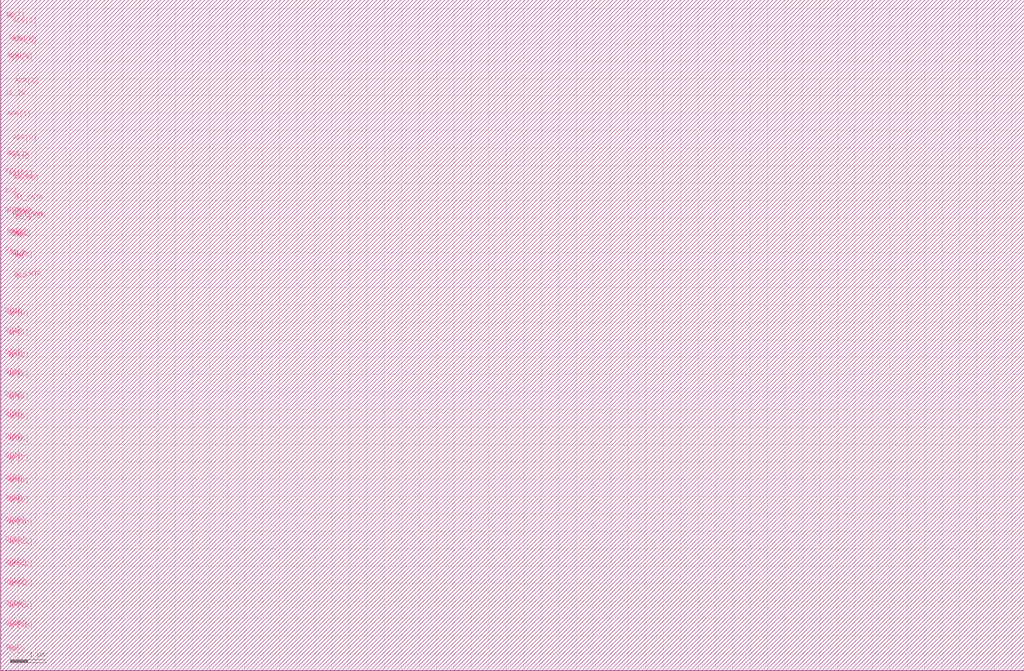
<source format=lef>
VERSION 5.8 ;
BUSBITCHARS "[]" ;
DIVIDERCHAR "/" ;

UNITS
  DATABASE MICRONS 2000 ;
END UNITS

MANUFACTURINGGRID 0.0005 ;

SITE FAKE_SITE_1H
  SIZE 0.057 BY 0.24 ;
  CLASS CORE ;
  SYMMETRY Y ;
END FAKE_SITE_1H

SITE FAKE_SITE_2H
  SIZE 0.057 BY 0.48 ;
  CLASS CORE ;
  SYMMETRY Y ;
END FAKE_SITE_2H

SITE FAKE_SITE_3H
  SIZE 0.057 BY 0.72 ;
  CLASS CORE ;
  SYMMETRY Y ;
END FAKE_SITE_3H

LAYER M1
  TYPE ROUTING ;
  DIRECTION HORIZONTAL ;
  PITCH 0.032 ;
  WIDTH 0.016 ;
  SPACING 0.016 ;
END M1

LAYER VIA1
  TYPE CUT ;
  SPACING 0.016 ;
  WIDTH 0.016 ;
END VIA1

LAYER M2
  TYPE ROUTING ;
  DIRECTION VERTICAL ;
  PITCH 0.032 ;
  WIDTH 0.016 ;
  SPACING 0.016 ;
END M2

LAYER VIA2
  TYPE CUT ;
  SPACING 0.016 ;
  WIDTH 0.016 ;
END VIA2

LAYER M3
  TYPE ROUTING ;
  DIRECTION HORIZONTAL ;
  PITCH 0.032 ;
  WIDTH 0.016 ;
  SPACING 0.016 ;
END M3

LAYER VIA3
  TYPE CUT ;
  SPACING 0.016 ;
  WIDTH 0.016 ;
END VIA3

LAYER M4
  TYPE ROUTING ;
  DIRECTION VERTICAL ;
  PITCH 0.032 ;
  WIDTH 0.016 ;
  SPACING 0.016 ;
END M4

LAYER VIA4
  TYPE CUT ;
  SPACING 0.016 ;
  WIDTH 0.016 ;
END VIA4

LAYER M5
  TYPE ROUTING ;
  DIRECTION HORIZONTAL ;
  PITCH 0.032 ;
  WIDTH 0.016 ;
  SPACING 0.016 ;
END M5

LAYER VIA5
  TYPE CUT ;
  SPACING 0.016 ;
  WIDTH 0.016 ;
END VIA5

LAYER M6
  TYPE ROUTING ;
  DIRECTION VERTICAL ;
  PITCH 0.032 ;
  WIDTH 0.016 ;
  SPACING 0.016 ;
END M6

LAYER VIA6
  TYPE CUT ;
  SPACING 0.016 ;
  WIDTH 0.016 ;
END VIA6

MACRO SDFRPQD1BWP240H8P57PDSVT
  CLASS CORE ;
  ORIGIN 0 0 ;
  FOREIGN SDFRPQD1BWP240H8P57PDSVT 0 0 ;
  SIZE 0.855 BY 0.48 ;
  SYMMETRY Y ;
  SITE FAKE_SITE_1H ;

  PIN I1
    DIRECTION INPUT ;
    USE SIGNAL ;
    PORT
      LAYER M1 ;
        RECT 0.4275 0.24 0.4275 0.24 ;
    END
  END I1

  PIN I2
    DIRECTION INPUT ;
    USE SIGNAL ;
    PORT
      LAYER M1 ;
        RECT 0.4275 0.24 0.4275 0.24 ;
    END
  END I2

  PIN I3
    DIRECTION INPUT ;
    USE SIGNAL ;
    PORT
      LAYER M1 ;
        RECT 0.4275 0.24 0.4275 0.24 ;
    END
  END I3

  PIN O1
    DIRECTION OUTPUT ;
    USE SIGNAL ;
    PORT
      LAYER M1 ;
        RECT 0.4275 0.24 0.4275 0.24 ;
    END
  END O1

END SDFRPQD1BWP240H8P57PDSVT


MACRO SDFRPQD4BWP240H8P57PDSVT
  CLASS CORE ;
  ORIGIN 0 0 ;
  FOREIGN SDFRPQD4BWP240H8P57PDSVT 0 0 ;
  SIZE 1.026 BY 0.48 ;
  SYMMETRY Y ;
  SITE FAKE_SITE_1H ;

  PIN I1
    DIRECTION INPUT ;
    USE SIGNAL ;
    PORT
      LAYER M1 ;
        RECT 0.513 0.24 0.513 0.24 ;
    END
  END I1

  PIN I2
    DIRECTION INPUT ;
    USE SIGNAL ;
    PORT
      LAYER M1 ;
        RECT 0.513 0.24 0.513 0.24 ;
    END
  END I2

  PIN I3
    DIRECTION INPUT ;
    USE SIGNAL ;
    PORT
      LAYER M1 ;
        RECT 0.513 0.24 0.513 0.24 ;
    END
  END I3

  PIN O1
    DIRECTION OUTPUT ;
    USE SIGNAL ;
    PORT
      LAYER M1 ;
        RECT 0.513 0.24 0.513 0.24 ;
    END
  END O1

END SDFRPQD4BWP240H8P57PDSVT


MACRO CKLNQD12BWP240H8P57PDLVT
  CLASS CORE ;
  ORIGIN 0 0 ;
  FOREIGN CKLNQD12BWP240H8P57PDLVT 0 0 ;
  SIZE 1.026 BY 0.48 ;
  SYMMETRY Y ;
  SITE FAKE_SITE_1H ;

  PIN I1
    DIRECTION INPUT ;
    USE SIGNAL ;
    PORT
      LAYER M1 ;
        RECT 0.513 0.24 0.513 0.24 ;
    END
  END I1

  PIN I2
    DIRECTION INPUT ;
    USE SIGNAL ;
    PORT
      LAYER M1 ;
        RECT 0.513 0.24 0.513 0.24 ;
    END
  END I2

  PIN O1
    DIRECTION OUTPUT ;
    USE SIGNAL ;
    PORT
      LAYER M1 ;
        RECT 0.513 0.24 0.513 0.24 ;
    END
  END O1

END CKLNQD12BWP240H8P57PDLVT


MACRO CKLNQOPTBBD12BWP240H8P57PDLVT
  CLASS CORE ;
  ORIGIN 0 0 ;
  FOREIGN CKLNQOPTBBD12BWP240H8P57PDLVT 0 0 ;
  SIZE 1.083 BY 0.48 ;
  SYMMETRY Y ;
  SITE FAKE_SITE_1H ;

  PIN I1
    DIRECTION INPUT ;
    USE SIGNAL ;
    PORT
      LAYER M1 ;
        RECT 0.5415 0.24 0.5415 0.24 ;
    END
  END I1

  PIN I2
    DIRECTION INPUT ;
    USE SIGNAL ;
    PORT
      LAYER M1 ;
        RECT 0.5415 0.24 0.5415 0.24 ;
    END
  END I2

  PIN O1
    DIRECTION OUTPUT ;
    USE SIGNAL ;
    PORT
      LAYER M1 ;
        RECT 0.5415 0.24 0.5415 0.24 ;
    END
  END O1

END CKLNQOPTBBD12BWP240H8P57PDLVT


MACRO CKLNQD5BWP240H8P57PDLVT
  CLASS CORE ;
  ORIGIN 0 0 ;
  FOREIGN CKLNQD5BWP240H8P57PDLVT 0 0 ;
  SIZE 0.741 BY 0.48 ;
  SYMMETRY Y ;
  SITE FAKE_SITE_1H ;

  PIN I1
    DIRECTION INPUT ;
    USE SIGNAL ;
    PORT
      LAYER M1 ;
        RECT 0.3705 0.24 0.3705 0.24 ;
    END
  END I1

  PIN I2
    DIRECTION INPUT ;
    USE SIGNAL ;
    PORT
      LAYER M1 ;
        RECT 0.3705 0.24 0.3705 0.24 ;
    END
  END I2

  PIN O1
    DIRECTION OUTPUT ;
    USE SIGNAL ;
    PORT
      LAYER M1 ;
        RECT 0.3705 0.24 0.3705 0.24 ;
    END
  END O1

END CKLNQD5BWP240H8P57PDLVT


MACRO CKLNQD6BWP240H8P57PDLVT
  CLASS CORE ;
  ORIGIN 0 0 ;
  FOREIGN CKLNQD6BWP240H8P57PDLVT 0 0 ;
  SIZE 0.798 BY 0.48 ;
  SYMMETRY Y ;
  SITE FAKE_SITE_1H ;

  PIN I1
    DIRECTION INPUT ;
    USE SIGNAL ;
    PORT
      LAYER M1 ;
        RECT 0.399 0.24 0.399 0.24 ;
    END
  END I1

  PIN I2
    DIRECTION INPUT ;
    USE SIGNAL ;
    PORT
      LAYER M1 ;
        RECT 0.399 0.24 0.399 0.24 ;
    END
  END I2

  PIN O1
    DIRECTION OUTPUT ;
    USE SIGNAL ;
    PORT
      LAYER M1 ;
        RECT 0.399 0.24 0.399 0.24 ;
    END
  END O1

END CKLNQD6BWP240H8P57PDLVT


MACRO CKLNQD6BWP240H8P57PDSVT
  CLASS CORE ;
  ORIGIN 0 0 ;
  FOREIGN CKLNQD6BWP240H8P57PDSVT 0 0 ;
  SIZE 0.798 BY 0.48 ;
  SYMMETRY Y ;
  SITE FAKE_SITE_1H ;

  PIN I1
    DIRECTION INPUT ;
    USE SIGNAL ;
    PORT
      LAYER M1 ;
        RECT 0.399 0.24 0.399 0.24 ;
    END
  END I1

  PIN I2
    DIRECTION INPUT ;
    USE SIGNAL ;
    PORT
      LAYER M1 ;
        RECT 0.399 0.24 0.399 0.24 ;
    END
  END I2

  PIN O1
    DIRECTION OUTPUT ;
    USE SIGNAL ;
    PORT
      LAYER M1 ;
        RECT 0.399 0.24 0.399 0.24 ;
    END
  END O1

END CKLNQD6BWP240H8P57PDSVT


MACRO CKLNQD14BWP240H8P57PDLVT
  CLASS CORE ;
  ORIGIN 0 0 ;
  FOREIGN CKLNQD14BWP240H8P57PDLVT 0 0 ;
  SIZE 1.083 BY 0.48 ;
  SYMMETRY Y ;
  SITE FAKE_SITE_1H ;

  PIN I1
    DIRECTION INPUT ;
    USE SIGNAL ;
    PORT
      LAYER M1 ;
        RECT 0.5415 0.24 0.5415 0.24 ;
    END
  END I1

  PIN I2
    DIRECTION INPUT ;
    USE SIGNAL ;
    PORT
      LAYER M1 ;
        RECT 0.5415 0.24 0.5415 0.24 ;
    END
  END I2

  PIN O1
    DIRECTION OUTPUT ;
    USE SIGNAL ;
    PORT
      LAYER M1 ;
        RECT 0.5415 0.24 0.5415 0.24 ;
    END
  END O1

END CKLNQD14BWP240H8P57PDLVT


MACRO CKLNQOPTBBD24BWP240H8P57PDLVT
  CLASS CORE ;
  ORIGIN 0 0 ;
  FOREIGN CKLNQOPTBBD24BWP240H8P57PDLVT 0 0 ;
  SIZE 1.197 BY 0.72 ;
  SYMMETRY Y ;
  SITE FAKE_SITE_1H ;

  PIN I1
    DIRECTION INPUT ;
    USE SIGNAL ;
    PORT
      LAYER M1 ;
        RECT 0.5985 0.36 0.5985 0.36 ;
    END
  END I1

  PIN I2
    DIRECTION INPUT ;
    USE SIGNAL ;
    PORT
      LAYER M1 ;
        RECT 0.5985 0.36 0.5985 0.36 ;
    END
  END I2

  PIN O1
    DIRECTION OUTPUT ;
    USE SIGNAL ;
    PORT
      LAYER M1 ;
        RECT 0.5985 0.36 0.5985 0.36 ;
    END
  END O1

END CKLNQOPTBBD24BWP240H8P57PDLVT


MACRO CKLNQD16BWP240H8P57PDLVT
  CLASS CORE ;
  ORIGIN 0 0 ;
  FOREIGN CKLNQD16BWP240H8P57PDLVT 0 0 ;
  SIZE 0.855 BY 0.72 ;
  SYMMETRY Y ;
  SITE FAKE_SITE_1H ;

  PIN I1
    DIRECTION INPUT ;
    USE SIGNAL ;
    PORT
      LAYER M1 ;
        RECT 0.4275 0.36 0.4275 0.36 ;
    END
  END I1

  PIN I2
    DIRECTION INPUT ;
    USE SIGNAL ;
    PORT
      LAYER M1 ;
        RECT 0.4275 0.36 0.4275 0.36 ;
    END
  END I2

  PIN O1
    DIRECTION OUTPUT ;
    USE SIGNAL ;
    PORT
      LAYER M1 ;
        RECT 0.4275 0.36 0.4275 0.36 ;
    END
  END O1

END CKLNQD16BWP240H8P57PDLVT


MACRO CKLNQOPTBBD20BWP240H8P57PDLVT
  CLASS CORE ;
  ORIGIN 0 0 ;
  FOREIGN CKLNQOPTBBD20BWP240H8P57PDLVT 0 0 ;
  SIZE 1.026 BY 0.72 ;
  SYMMETRY Y ;
  SITE FAKE_SITE_1H ;

  PIN I1
    DIRECTION INPUT ;
    USE SIGNAL ;
    PORT
      LAYER M1 ;
        RECT 0.513 0.36 0.513 0.36 ;
    END
  END I1

  PIN I2
    DIRECTION INPUT ;
    USE SIGNAL ;
    PORT
      LAYER M1 ;
        RECT 0.513 0.36 0.513 0.36 ;
    END
  END I2

  PIN O1
    DIRECTION OUTPUT ;
    USE SIGNAL ;
    PORT
      LAYER M1 ;
        RECT 0.513 0.36 0.513 0.36 ;
    END
  END O1

END CKLNQOPTBBD20BWP240H8P57PDLVT


MACRO CKLNQD2BWP240H8P57PDSVT
  CLASS CORE ;
  ORIGIN 0 0 ;
  FOREIGN CKLNQD2BWP240H8P57PDSVT 0 0 ;
  SIZE 0.513 BY 0.48 ;
  SYMMETRY Y ;
  SITE FAKE_SITE_1H ;

  PIN I1
    DIRECTION INPUT ;
    USE SIGNAL ;
    PORT
      LAYER M1 ;
        RECT 0.2565 0.24 0.2565 0.24 ;
    END
  END I1

  PIN I2
    DIRECTION INPUT ;
    USE SIGNAL ;
    PORT
      LAYER M1 ;
        RECT 0.2565 0.24 0.2565 0.24 ;
    END
  END I2

  PIN O1
    DIRECTION OUTPUT ;
    USE SIGNAL ;
    PORT
      LAYER M1 ;
        RECT 0.2565 0.24 0.2565 0.24 ;
    END
  END O1

END CKLNQD2BWP240H8P57PDSVT


MACRO CKLNQD24BWP240H8P57PDLVT
  CLASS CORE ;
  ORIGIN 0 0 ;
  FOREIGN CKLNQD24BWP240H8P57PDLVT 0 0 ;
  SIZE 1.197 BY 0.72 ;
  SYMMETRY Y ;
  SITE FAKE_SITE_1H ;

  PIN I1
    DIRECTION INPUT ;
    USE SIGNAL ;
    PORT
      LAYER M1 ;
        RECT 0.5985 0.36 0.5985 0.36 ;
    END
  END I1

  PIN I2
    DIRECTION INPUT ;
    USE SIGNAL ;
    PORT
      LAYER M1 ;
        RECT 0.5985 0.36 0.5985 0.36 ;
    END
  END I2

  PIN O1
    DIRECTION OUTPUT ;
    USE SIGNAL ;
    PORT
      LAYER M1 ;
        RECT 0.5985 0.36 0.5985 0.36 ;
    END
  END O1

END CKLNQD24BWP240H8P57PDLVT


MACRO CKLNQD20BWP240H8P57PDLVT
  CLASS CORE ;
  ORIGIN 0 0 ;
  FOREIGN CKLNQD20BWP240H8P57PDLVT 0 0 ;
  SIZE 0.969 BY 0.72 ;
  SYMMETRY Y ;
  SITE FAKE_SITE_1H ;

  PIN I1
    DIRECTION INPUT ;
    USE SIGNAL ;
    PORT
      LAYER M1 ;
        RECT 0.4845 0.36 0.4845 0.36 ;
    END
  END I1

  PIN I2
    DIRECTION INPUT ;
    USE SIGNAL ;
    PORT
      LAYER M1 ;
        RECT 0.4845 0.36 0.4845 0.36 ;
    END
  END I2

  PIN O1
    DIRECTION OUTPUT ;
    USE SIGNAL ;
    PORT
      LAYER M1 ;
        RECT 0.4845 0.36 0.4845 0.36 ;
    END
  END O1

END CKLNQD20BWP240H8P57PDLVT


MACRO SDFSNQD1BWP240H8P57PDSVT
  CLASS CORE ;
  ORIGIN 0 0 ;
  FOREIGN SDFSNQD1BWP240H8P57PDSVT 0 0 ;
  SIZE 0.912 BY 0.48 ;
  SYMMETRY Y ;
  SITE FAKE_SITE_1H ;

  PIN I1
    DIRECTION INPUT ;
    USE SIGNAL ;
    PORT
      LAYER M1 ;
        RECT 0.456 0.24 0.456 0.24 ;
    END
  END I1

  PIN I2
    DIRECTION INPUT ;
    USE SIGNAL ;
    PORT
      LAYER M1 ;
        RECT 0.456 0.24 0.456 0.24 ;
    END
  END I2

  PIN I3
    DIRECTION INPUT ;
    USE SIGNAL ;
    PORT
      LAYER M1 ;
        RECT 0.456 0.24 0.456 0.24 ;
    END
  END I3

  PIN O1
    DIRECTION OUTPUT ;
    USE SIGNAL ;
    PORT
      LAYER M1 ;
        RECT 0.456 0.24 0.456 0.24 ;
    END
  END O1

END SDFSNQD1BWP240H8P57PDSVT


MACRO SDFRPQOPTQD2BWP240H8P57PDLVT
  CLASS CORE ;
  ORIGIN 0 0 ;
  FOREIGN SDFRPQOPTQD2BWP240H8P57PDLVT 0 0 ;
  SIZE 1.026 BY 0.48 ;
  SYMMETRY Y ;
  SITE FAKE_SITE_1H ;

  PIN I1
    DIRECTION INPUT ;
    USE SIGNAL ;
    PORT
      LAYER M1 ;
        RECT 0.513 0.24 0.513 0.24 ;
    END
  END I1

  PIN I2
    DIRECTION INPUT ;
    USE SIGNAL ;
    PORT
      LAYER M1 ;
        RECT 0.513 0.24 0.513 0.24 ;
    END
  END I2

  PIN I3
    DIRECTION INPUT ;
    USE SIGNAL ;
    PORT
      LAYER M1 ;
        RECT 0.513 0.24 0.513 0.24 ;
    END
  END I3

  PIN O1
    DIRECTION OUTPUT ;
    USE SIGNAL ;
    PORT
      LAYER M1 ;
        RECT 0.513 0.24 0.513 0.24 ;
    END
  END O1

END SDFRPQOPTQD2BWP240H8P57PDLVT


MACRO SDFRPQD2BWP240H8P57PDSVT
  CLASS CORE ;
  ORIGIN 0 0 ;
  FOREIGN SDFRPQD2BWP240H8P57PDSVT 0 0 ;
  SIZE 0.912 BY 0.48 ;
  SYMMETRY Y ;
  SITE FAKE_SITE_1H ;

  PIN I1
    DIRECTION INPUT ;
    USE SIGNAL ;
    PORT
      LAYER M1 ;
        RECT 0.456 0.24 0.456 0.24 ;
    END
  END I1

  PIN I2
    DIRECTION INPUT ;
    USE SIGNAL ;
    PORT
      LAYER M1 ;
        RECT 0.456 0.24 0.456 0.24 ;
    END
  END I2

  PIN I3
    DIRECTION INPUT ;
    USE SIGNAL ;
    PORT
      LAYER M1 ;
        RECT 0.456 0.24 0.456 0.24 ;
    END
  END I3

  PIN O1
    DIRECTION OUTPUT ;
    USE SIGNAL ;
    PORT
      LAYER M1 ;
        RECT 0.456 0.24 0.456 0.24 ;
    END
  END O1

END SDFRPQD2BWP240H8P57PDSVT


MACRO CKLNQD3BWP240H8P57PDLVT
  CLASS CORE ;
  ORIGIN 0 0 ;
  FOREIGN CKLNQD3BWP240H8P57PDLVT 0 0 ;
  SIZE 0.627 BY 0.48 ;
  SYMMETRY Y ;
  SITE FAKE_SITE_1H ;

  PIN I1
    DIRECTION INPUT ;
    USE SIGNAL ;
    PORT
      LAYER M1 ;
        RECT 0.3135 0.24 0.3135 0.24 ;
    END
  END I1

  PIN I2
    DIRECTION INPUT ;
    USE SIGNAL ;
    PORT
      LAYER M1 ;
        RECT 0.3135 0.24 0.3135 0.24 ;
    END
  END I2

  PIN O1
    DIRECTION OUTPUT ;
    USE SIGNAL ;
    PORT
      LAYER M1 ;
        RECT 0.3135 0.24 0.3135 0.24 ;
    END
  END O1

END CKLNQD3BWP240H8P57PDLVT


MACRO CKLNQOPTBBD14BWP240H8P57PDLVT
  CLASS CORE ;
  ORIGIN 0 0 ;
  FOREIGN CKLNQOPTBBD14BWP240H8P57PDLVT 0 0 ;
  SIZE 1.14 BY 0.48 ;
  SYMMETRY Y ;
  SITE FAKE_SITE_1H ;

  PIN I1
    DIRECTION INPUT ;
    USE SIGNAL ;
    PORT
      LAYER M1 ;
        RECT 0.57 0.24 0.57 0.24 ;
    END
  END I1

  PIN I2
    DIRECTION INPUT ;
    USE SIGNAL ;
    PORT
      LAYER M1 ;
        RECT 0.57 0.24 0.57 0.24 ;
    END
  END I2

  PIN O1
    DIRECTION OUTPUT ;
    USE SIGNAL ;
    PORT
      LAYER M1 ;
        RECT 0.57 0.24 0.57 0.24 ;
    END
  END O1

END CKLNQOPTBBD14BWP240H8P57PDLVT


MACRO CKLNQOPTBBD8BWP240H8P57PDLVT
  CLASS CORE ;
  ORIGIN 0 0 ;
  FOREIGN CKLNQOPTBBD8BWP240H8P57PDLVT 0 0 ;
  SIZE 0.912 BY 0.48 ;
  SYMMETRY Y ;
  SITE FAKE_SITE_1H ;

  PIN I1
    DIRECTION INPUT ;
    USE SIGNAL ;
    PORT
      LAYER M1 ;
        RECT 0.456 0.24 0.456 0.24 ;
    END
  END I1

  PIN I2
    DIRECTION INPUT ;
    USE SIGNAL ;
    PORT
      LAYER M1 ;
        RECT 0.456 0.24 0.456 0.24 ;
    END
  END I2

  PIN O1
    DIRECTION OUTPUT ;
    USE SIGNAL ;
    PORT
      LAYER M1 ;
        RECT 0.456 0.24 0.456 0.24 ;
    END
  END O1

END CKLNQOPTBBD8BWP240H8P57PDLVT


MACRO CKLNQOPTBBD10BWP240H8P57PDLVT
  CLASS CORE ;
  ORIGIN 0 0 ;
  FOREIGN CKLNQOPTBBD10BWP240H8P57PDLVT 0 0 ;
  SIZE 1.026 BY 0.48 ;
  SYMMETRY Y ;
  SITE FAKE_SITE_1H ;

  PIN I1
    DIRECTION INPUT ;
    USE SIGNAL ;
    PORT
      LAYER M1 ;
        RECT 0.513 0.24 0.513 0.24 ;
    END
  END I1

  PIN I2
    DIRECTION INPUT ;
    USE SIGNAL ;
    PORT
      LAYER M1 ;
        RECT 0.513 0.24 0.513 0.24 ;
    END
  END I2

  PIN O1
    DIRECTION OUTPUT ;
    USE SIGNAL ;
    PORT
      LAYER M1 ;
        RECT 0.513 0.24 0.513 0.24 ;
    END
  END O1

END CKLNQOPTBBD10BWP240H8P57PDLVT


MACRO CKLNQD10BWP240H8P57PDLVT
  CLASS CORE ;
  ORIGIN 0 0 ;
  FOREIGN CKLNQD10BWP240H8P57PDLVT 0 0 ;
  SIZE 0.912 BY 0.48 ;
  SYMMETRY Y ;
  SITE FAKE_SITE_1H ;

  PIN I1
    DIRECTION INPUT ;
    USE SIGNAL ;
    PORT
      LAYER M1 ;
        RECT 0.456 0.24 0.456 0.24 ;
    END
  END I1

  PIN I2
    DIRECTION INPUT ;
    USE SIGNAL ;
    PORT
      LAYER M1 ;
        RECT 0.456 0.24 0.456 0.24 ;
    END
  END I2

  PIN O1
    DIRECTION OUTPUT ;
    USE SIGNAL ;
    PORT
      LAYER M1 ;
        RECT 0.456 0.24 0.456 0.24 ;
    END
  END O1

END CKLNQD10BWP240H8P57PDLVT


MACRO CKLNQOPTBBD4BWP240H8P57PDLVT
  CLASS CORE ;
  ORIGIN 0 0 ;
  FOREIGN CKLNQOPTBBD4BWP240H8P57PDLVT 0 0 ;
  SIZE 0.684 BY 0.48 ;
  SYMMETRY Y ;
  SITE FAKE_SITE_1H ;

  PIN I1
    DIRECTION INPUT ;
    USE SIGNAL ;
    PORT
      LAYER M1 ;
        RECT 0.342 0.24 0.342 0.24 ;
    END
  END I1

  PIN I2
    DIRECTION INPUT ;
    USE SIGNAL ;
    PORT
      LAYER M1 ;
        RECT 0.342 0.24 0.342 0.24 ;
    END
  END I2

  PIN O1
    DIRECTION OUTPUT ;
    USE SIGNAL ;
    PORT
      LAYER M1 ;
        RECT 0.342 0.24 0.342 0.24 ;
    END
  END O1

END CKLNQOPTBBD4BWP240H8P57PDLVT


MACRO CKLNQD3BWP240H8P57PDSVT
  CLASS CORE ;
  ORIGIN 0 0 ;
  FOREIGN CKLNQD3BWP240H8P57PDSVT 0 0 ;
  SIZE 0.627 BY 0.48 ;
  SYMMETRY Y ;
  SITE FAKE_SITE_1H ;

  PIN I1
    DIRECTION INPUT ;
    USE SIGNAL ;
    PORT
      LAYER M1 ;
        RECT 0.3135 0.24 0.3135 0.24 ;
    END
  END I1

  PIN I2
    DIRECTION INPUT ;
    USE SIGNAL ;
    PORT
      LAYER M1 ;
        RECT 0.3135 0.24 0.3135 0.24 ;
    END
  END I2

  PIN O1
    DIRECTION OUTPUT ;
    USE SIGNAL ;
    PORT
      LAYER M1 ;
        RECT 0.3135 0.24 0.3135 0.24 ;
    END
  END O1

END CKLNQD3BWP240H8P57PDSVT


MACRO CKLNQD18BWP240H8P57PDLVT
  CLASS CORE ;
  ORIGIN 0 0 ;
  FOREIGN CKLNQD18BWP240H8P57PDLVT 0 0 ;
  SIZE 0.912 BY 0.72 ;
  SYMMETRY Y ;
  SITE FAKE_SITE_1H ;

  PIN I1
    DIRECTION INPUT ;
    USE SIGNAL ;
    PORT
      LAYER M1 ;
        RECT 0.456 0.36 0.456 0.36 ;
    END
  END I1

  PIN I2
    DIRECTION INPUT ;
    USE SIGNAL ;
    PORT
      LAYER M1 ;
        RECT 0.456 0.36 0.456 0.36 ;
    END
  END I2

  PIN O1
    DIRECTION OUTPUT ;
    USE SIGNAL ;
    PORT
      LAYER M1 ;
        RECT 0.456 0.36 0.456 0.36 ;
    END
  END O1

END CKLNQD18BWP240H8P57PDLVT


MACRO CKLNQOPTBBD16BWP240H8P57PDLVT
  CLASS CORE ;
  ORIGIN 0 0 ;
  FOREIGN CKLNQOPTBBD16BWP240H8P57PDLVT 0 0 ;
  SIZE 0.912 BY 0.72 ;
  SYMMETRY Y ;
  SITE FAKE_SITE_1H ;

  PIN I1
    DIRECTION INPUT ;
    USE SIGNAL ;
    PORT
      LAYER M1 ;
        RECT 0.456 0.36 0.456 0.36 ;
    END
  END I1

  PIN I2
    DIRECTION INPUT ;
    USE SIGNAL ;
    PORT
      LAYER M1 ;
        RECT 0.456 0.36 0.456 0.36 ;
    END
  END I2

  PIN O1
    DIRECTION OUTPUT ;
    USE SIGNAL ;
    PORT
      LAYER M1 ;
        RECT 0.456 0.36 0.456 0.36 ;
    END
  END O1

END CKLNQOPTBBD16BWP240H8P57PDLVT


MACRO SDFRPQD2BWP240H8P57PDLVT
  CLASS CORE ;
  ORIGIN 0 0 ;
  FOREIGN SDFRPQD2BWP240H8P57PDLVT 0 0 ;
  SIZE 0.912 BY 0.48 ;
  SYMMETRY Y ;
  SITE FAKE_SITE_1H ;

  PIN I1
    DIRECTION INPUT ;
    USE SIGNAL ;
    PORT
      LAYER M1 ;
        RECT 0.456 0.24 0.456 0.24 ;
    END
  END I1

  PIN I2
    DIRECTION INPUT ;
    USE SIGNAL ;
    PORT
      LAYER M1 ;
        RECT 0.456 0.24 0.456 0.24 ;
    END
  END I2

  PIN I3
    DIRECTION INPUT ;
    USE SIGNAL ;
    PORT
      LAYER M1 ;
        RECT 0.456 0.24 0.456 0.24 ;
    END
  END I3

  PIN O1
    DIRECTION OUTPUT ;
    USE SIGNAL ;
    PORT
      LAYER M1 ;
        RECT 0.456 0.24 0.456 0.24 ;
    END
  END O1

END SDFRPQD2BWP240H8P57PDLVT


MACRO SDFRPQOPTBBD1BWP240H8P57PDSVT
  CLASS CORE ;
  ORIGIN 0 0 ;
  FOREIGN SDFRPQOPTBBD1BWP240H8P57PDSVT 0 0 ;
  SIZE 0.969 BY 0.48 ;
  SYMMETRY Y ;
  SITE FAKE_SITE_1H ;

  PIN I1
    DIRECTION INPUT ;
    USE SIGNAL ;
    PORT
      LAYER M1 ;
        RECT 0.4845 0.24 0.4845 0.24 ;
    END
  END I1

  PIN I2
    DIRECTION INPUT ;
    USE SIGNAL ;
    PORT
      LAYER M1 ;
        RECT 0.4845 0.24 0.4845 0.24 ;
    END
  END I2

  PIN I3
    DIRECTION INPUT ;
    USE SIGNAL ;
    PORT
      LAYER M1 ;
        RECT 0.4845 0.24 0.4845 0.24 ;
    END
  END I3

  PIN O1
    DIRECTION OUTPUT ;
    USE SIGNAL ;
    PORT
      LAYER M1 ;
        RECT 0.4845 0.24 0.4845 0.24 ;
    END
  END O1

END SDFRPQOPTBBD1BWP240H8P57PDSVT


MACRO SDFRPQOPTBBD2BWP240H8P57PDSVT
  CLASS CORE ;
  ORIGIN 0 0 ;
  FOREIGN SDFRPQOPTBBD2BWP240H8P57PDSVT 0 0 ;
  SIZE 1.026 BY 0.48 ;
  SYMMETRY Y ;
  SITE FAKE_SITE_1H ;

  PIN I1
    DIRECTION INPUT ;
    USE SIGNAL ;
    PORT
      LAYER M1 ;
        RECT 0.513 0.24 0.513 0.24 ;
    END
  END I1

  PIN I2
    DIRECTION INPUT ;
    USE SIGNAL ;
    PORT
      LAYER M1 ;
        RECT 0.513 0.24 0.513 0.24 ;
    END
  END I2

  PIN I3
    DIRECTION INPUT ;
    USE SIGNAL ;
    PORT
      LAYER M1 ;
        RECT 0.513 0.24 0.513 0.24 ;
    END
  END I3

  PIN O1
    DIRECTION OUTPUT ;
    USE SIGNAL ;
    PORT
      LAYER M1 ;
        RECT 0.513 0.24 0.513 0.24 ;
    END
  END O1

END SDFRPQOPTBBD2BWP240H8P57PDSVT


MACRO SDFRPQD1BWP240H8P57PDLVT
  CLASS CORE ;
  ORIGIN 0 0 ;
  FOREIGN SDFRPQD1BWP240H8P57PDLVT 0 0 ;
  SIZE 0.855 BY 0.48 ;
  SYMMETRY Y ;
  SITE FAKE_SITE_1H ;

  PIN I1
    DIRECTION INPUT ;
    USE SIGNAL ;
    PORT
      LAYER M1 ;
        RECT 0.4275 0.24 0.4275 0.24 ;
    END
  END I1

  PIN I2
    DIRECTION INPUT ;
    USE SIGNAL ;
    PORT
      LAYER M1 ;
        RECT 0.4275 0.24 0.4275 0.24 ;
    END
  END I2

  PIN I3
    DIRECTION INPUT ;
    USE SIGNAL ;
    PORT
      LAYER M1 ;
        RECT 0.4275 0.24 0.4275 0.24 ;
    END
  END I3

  PIN O1
    DIRECTION OUTPUT ;
    USE SIGNAL ;
    PORT
      LAYER M1 ;
        RECT 0.4275 0.24 0.4275 0.24 ;
    END
  END O1

END SDFRPQD1BWP240H8P57PDLVT


MACRO CKLNQD2BWP240H8P57PDLVT
  CLASS CORE ;
  ORIGIN 0 0 ;
  FOREIGN CKLNQD2BWP240H8P57PDLVT 0 0 ;
  SIZE 0.513 BY 0.48 ;
  SYMMETRY Y ;
  SITE FAKE_SITE_1H ;

  PIN I1
    DIRECTION INPUT ;
    USE SIGNAL ;
    PORT
      LAYER M1 ;
        RECT 0.2565 0.24 0.2565 0.24 ;
    END
  END I1

  PIN I2
    DIRECTION INPUT ;
    USE SIGNAL ;
    PORT
      LAYER M1 ;
        RECT 0.2565 0.24 0.2565 0.24 ;
    END
  END I2

  PIN O1
    DIRECTION OUTPUT ;
    USE SIGNAL ;
    PORT
      LAYER M1 ;
        RECT 0.2565 0.24 0.2565 0.24 ;
    END
  END O1

END CKLNQD2BWP240H8P57PDLVT


MACRO CKLNQD8BWP240H8P57PDLVT
  CLASS CORE ;
  ORIGIN 0 0 ;
  FOREIGN CKLNQD8BWP240H8P57PDLVT 0 0 ;
  SIZE 0.855 BY 0.48 ;
  SYMMETRY Y ;
  SITE FAKE_SITE_1H ;

  PIN I1
    DIRECTION INPUT ;
    USE SIGNAL ;
    PORT
      LAYER M1 ;
        RECT 0.4275 0.24 0.4275 0.24 ;
    END
  END I1

  PIN I2
    DIRECTION INPUT ;
    USE SIGNAL ;
    PORT
      LAYER M1 ;
        RECT 0.4275 0.24 0.4275 0.24 ;
    END
  END I2

  PIN O1
    DIRECTION OUTPUT ;
    USE SIGNAL ;
    PORT
      LAYER M1 ;
        RECT 0.4275 0.24 0.4275 0.24 ;
    END
  END O1

END CKLNQD8BWP240H8P57PDLVT


MACRO CKLNQD4BWP240H8P57PDLVT
  CLASS CORE ;
  ORIGIN 0 0 ;
  FOREIGN CKLNQD4BWP240H8P57PDLVT 0 0 ;
  SIZE 0.684 BY 0.48 ;
  SYMMETRY Y ;
  SITE FAKE_SITE_1H ;

  PIN I1
    DIRECTION INPUT ;
    USE SIGNAL ;
    PORT
      LAYER M1 ;
        RECT 0.342 0.24 0.342 0.24 ;
    END
  END I1

  PIN I2
    DIRECTION INPUT ;
    USE SIGNAL ;
    PORT
      LAYER M1 ;
        RECT 0.342 0.24 0.342 0.24 ;
    END
  END I2

  PIN O1
    DIRECTION OUTPUT ;
    USE SIGNAL ;
    PORT
      LAYER M1 ;
        RECT 0.342 0.24 0.342 0.24 ;
    END
  END O1

END CKLNQD4BWP240H8P57PDLVT


MACRO SDFRPQOPTQD2BWP240H8P57PDSVT
  CLASS CORE ;
  ORIGIN 0 0 ;
  FOREIGN SDFRPQOPTQD2BWP240H8P57PDSVT 0 0 ;
  SIZE 1.026 BY 0.48 ;
  SYMMETRY Y ;
  SITE FAKE_SITE_1H ;

  PIN I1
    DIRECTION INPUT ;
    USE SIGNAL ;
    PORT
      LAYER M1 ;
        RECT 0.513 0.24 0.513 0.24 ;
    END
  END I1

  PIN I2
    DIRECTION INPUT ;
    USE SIGNAL ;
    PORT
      LAYER M1 ;
        RECT 0.513 0.24 0.513 0.24 ;
    END
  END I2

  PIN I3
    DIRECTION INPUT ;
    USE SIGNAL ;
    PORT
      LAYER M1 ;
        RECT 0.513 0.24 0.513 0.24 ;
    END
  END I3

  PIN O1
    DIRECTION OUTPUT ;
    USE SIGNAL ;
    PORT
      LAYER M1 ;
        RECT 0.513 0.24 0.513 0.24 ;
    END
  END O1

END SDFRPQOPTQD2BWP240H8P57PDSVT


MACRO SDFRPQD4BWP240H8P57PDLVT
  CLASS CORE ;
  ORIGIN 0 0 ;
  FOREIGN SDFRPQD4BWP240H8P57PDLVT 0 0 ;
  SIZE 1.026 BY 0.48 ;
  SYMMETRY Y ;
  SITE FAKE_SITE_1H ;

  PIN I1
    DIRECTION INPUT ;
    USE SIGNAL ;
    PORT
      LAYER M1 ;
        RECT 0.513 0.24 0.513 0.24 ;
    END
  END I1

  PIN I2
    DIRECTION INPUT ;
    USE SIGNAL ;
    PORT
      LAYER M1 ;
        RECT 0.513 0.24 0.513 0.24 ;
    END
  END I2

  PIN I3
    DIRECTION INPUT ;
    USE SIGNAL ;
    PORT
      LAYER M1 ;
        RECT 0.513 0.24 0.513 0.24 ;
    END
  END I3

  PIN O1
    DIRECTION OUTPUT ;
    USE SIGNAL ;
    PORT
      LAYER M1 ;
        RECT 0.513 0.24 0.513 0.24 ;
    END
  END O1

END SDFRPQD4BWP240H8P57PDLVT


MACRO SDFRPQOPTQD1BWP240H8P57PDSVT
  CLASS CORE ;
  ORIGIN 0 0 ;
  FOREIGN SDFRPQOPTQD1BWP240H8P57PDSVT 0 0 ;
  SIZE 0.969 BY 0.48 ;
  SYMMETRY Y ;
  SITE FAKE_SITE_1H ;

  PIN I1
    DIRECTION INPUT ;
    USE SIGNAL ;
    PORT
      LAYER M1 ;
        RECT 0.4845 0.24 0.4845 0.24 ;
    END
  END I1

  PIN I2
    DIRECTION INPUT ;
    USE SIGNAL ;
    PORT
      LAYER M1 ;
        RECT 0.4845 0.24 0.4845 0.24 ;
    END
  END I2

  PIN I3
    DIRECTION INPUT ;
    USE SIGNAL ;
    PORT
      LAYER M1 ;
        RECT 0.4845 0.24 0.4845 0.24 ;
    END
  END I3

  PIN O1
    DIRECTION OUTPUT ;
    USE SIGNAL ;
    PORT
      LAYER M1 ;
        RECT 0.4845 0.24 0.4845 0.24 ;
    END
  END O1

END SDFRPQOPTQD1BWP240H8P57PDSVT


MACRO INVD1BWP240H8P57PDSVT
  CLASS CORE ;
  ORIGIN 0 0 ;
  FOREIGN INVD1BWP240H8P57PDSVT 0 0 ;
  SIZE 0.171 BY 0.24 ;
  SYMMETRY Y ;
  SITE FAKE_SITE_1H ;

  PIN I1
    DIRECTION INPUT ;
    USE SIGNAL ;
    PORT
      LAYER M1 ;
        RECT 0.0855 0.12 0.0855 0.12 ;
    END
  END I1

  PIN O1
    DIRECTION OUTPUT ;
    USE SIGNAL ;
    PORT
      LAYER M1 ;
        RECT 0.0855 0.12 0.0855 0.12 ;
    END
  END O1

END INVD1BWP240H8P57PDSVT


MACRO INVD2BWP240H8P57PDSVT
  CLASS CORE ;
  ORIGIN 0 0 ;
  FOREIGN INVD2BWP240H8P57PDSVT 0 0 ;
  SIZE 0.228 BY 0.24 ;
  SYMMETRY Y ;
  SITE FAKE_SITE_1H ;

  PIN I1
    DIRECTION INPUT ;
    USE SIGNAL ;
    PORT
      LAYER M1 ;
        RECT 0.114 0.12 0.114 0.12 ;
    END
  END I1

  PIN O1
    DIRECTION OUTPUT ;
    USE SIGNAL ;
    PORT
      LAYER M1 ;
        RECT 0.114 0.12 0.114 0.12 ;
    END
  END O1

END INVD2BWP240H8P57PDSVT


MACRO NR2D1BWP240H8P57PDSVT
  CLASS CORE ;
  ORIGIN 0 0 ;
  FOREIGN NR2D1BWP240H8P57PDSVT 0 0 ;
  SIZE 0.228 BY 0.24 ;
  SYMMETRY Y ;
  SITE FAKE_SITE_1H ;

  PIN I1
    DIRECTION INPUT ;
    USE SIGNAL ;
    PORT
      LAYER M1 ;
        RECT 0.114 0.12 0.114 0.12 ;
    END
  END I1

  PIN I2
    DIRECTION INPUT ;
    USE SIGNAL ;
    PORT
      LAYER M1 ;
        RECT 0.114 0.12 0.114 0.12 ;
    END
  END I2

  PIN O1
    DIRECTION OUTPUT ;
    USE SIGNAL ;
    PORT
      LAYER M1 ;
        RECT 0.114 0.12 0.114 0.12 ;
    END
  END O1

END NR2D1BWP240H8P57PDSVT


MACRO OAOI211D1BWP240H8P57PDSVT
  CLASS CORE ;
  ORIGIN 0 0 ;
  FOREIGN OAOI211D1BWP240H8P57PDSVT 0 0 ;
  SIZE 0.399 BY 0.24 ;
  SYMMETRY Y ;
  SITE FAKE_SITE_1H ;

  PIN I1
    DIRECTION INPUT ;
    USE SIGNAL ;
    PORT
      LAYER M1 ;
        RECT 0.1995 0.12 0.1995 0.12 ;
    END
  END I1

  PIN I2
    DIRECTION INPUT ;
    USE SIGNAL ;
    PORT
      LAYER M1 ;
        RECT 0.1995 0.12 0.1995 0.12 ;
    END
  END I2

  PIN I3
    DIRECTION INPUT ;
    USE SIGNAL ;
    PORT
      LAYER M1 ;
        RECT 0.1995 0.12 0.1995 0.12 ;
    END
  END I3

  PIN I4
    DIRECTION INPUT ;
    USE SIGNAL ;
    PORT
      LAYER M1 ;
        RECT 0.1995 0.12 0.1995 0.12 ;
    END
  END I4

  PIN O1
    DIRECTION OUTPUT ;
    USE SIGNAL ;
    PORT
      LAYER M1 ;
        RECT 0.1995 0.12 0.1995 0.12 ;
    END
  END O1

END OAOI211D1BWP240H8P57PDSVT


MACRO BUFFD1BWP240H8P57PDSVT
  CLASS CORE ;
  ORIGIN 0 0 ;
  FOREIGN BUFFD1BWP240H8P57PDSVT 0 0 ;
  SIZE 0.228 BY 0.24 ;
  SYMMETRY Y ;
  SITE FAKE_SITE_1H ;

  PIN I1
    DIRECTION INPUT ;
    USE SIGNAL ;
    PORT
      LAYER M1 ;
        RECT 0.114 0.12 0.114 0.12 ;
    END
  END I1

  PIN O1
    DIRECTION OUTPUT ;
    USE SIGNAL ;
    PORT
      LAYER M1 ;
        RECT 0.114 0.12 0.114 0.12 ;
    END
  END O1

END BUFFD1BWP240H8P57PDSVT


MACRO BUFFD2BWP240H8P57PDSVT
  CLASS CORE ;
  ORIGIN 0 0 ;
  FOREIGN BUFFD2BWP240H8P57PDSVT 0 0 ;
  SIZE 0.285 BY 0.24 ;
  SYMMETRY Y ;
  SITE FAKE_SITE_1H ;

  PIN I1
    DIRECTION INPUT ;
    USE SIGNAL ;
    PORT
      LAYER M1 ;
        RECT 0.1425 0.12 0.1425 0.12 ;
    END
  END I1

  PIN O1
    DIRECTION OUTPUT ;
    USE SIGNAL ;
    PORT
      LAYER M1 ;
        RECT 0.1425 0.12 0.1425 0.12 ;
    END
  END O1

END BUFFD2BWP240H8P57PDSVT


MACRO INVD3BWP240H8P57PDSVT
  CLASS CORE ;
  ORIGIN 0 0 ;
  FOREIGN INVD3BWP240H8P57PDSVT 0 0 ;
  SIZE 0.285 BY 0.24 ;
  SYMMETRY Y ;
  SITE FAKE_SITE_1H ;

  PIN I1
    DIRECTION INPUT ;
    USE SIGNAL ;
    PORT
      LAYER M1 ;
        RECT 0.1425 0.12 0.1425 0.12 ;
    END
  END I1

  PIN O1
    DIRECTION OUTPUT ;
    USE SIGNAL ;
    PORT
      LAYER M1 ;
        RECT 0.1425 0.12 0.1425 0.12 ;
    END
  END O1

END INVD3BWP240H8P57PDSVT


MACRO BUFFD5BWP240H8P57PDSVT
  CLASS CORE ;
  ORIGIN 0 0 ;
  FOREIGN BUFFD5BWP240H8P57PDSVT 0 0 ;
  SIZE 0.513 BY 0.24 ;
  SYMMETRY Y ;
  SITE FAKE_SITE_1H ;

  PIN I1
    DIRECTION INPUT ;
    USE SIGNAL ;
    PORT
      LAYER M1 ;
        RECT 0.2565 0.12 0.2565 0.12 ;
    END
  END I1

  PIN O1
    DIRECTION OUTPUT ;
    USE SIGNAL ;
    PORT
      LAYER M1 ;
        RECT 0.2565 0.12 0.2565 0.12 ;
    END
  END O1

END BUFFD5BWP240H8P57PDSVT


MACRO BUFFD3BWP240H8P57PDSVT
  CLASS CORE ;
  ORIGIN 0 0 ;
  FOREIGN BUFFD3BWP240H8P57PDSVT 0 0 ;
  SIZE 0.342 BY 0.24 ;
  SYMMETRY Y ;
  SITE FAKE_SITE_1H ;

  PIN I1
    DIRECTION INPUT ;
    USE SIGNAL ;
    PORT
      LAYER M1 ;
        RECT 0.171 0.12 0.171 0.12 ;
    END
  END I1

  PIN O1
    DIRECTION OUTPUT ;
    USE SIGNAL ;
    PORT
      LAYER M1 ;
        RECT 0.171 0.12 0.171 0.12 ;
    END
  END O1

END BUFFD3BWP240H8P57PDSVT


MACRO XNR2D1BWP240H8P57PDSVT
  CLASS CORE ;
  ORIGIN 0 0 ;
  FOREIGN XNR2D1BWP240H8P57PDSVT 0 0 ;
  SIZE 0.627 BY 0.24 ;
  SYMMETRY Y ;
  SITE FAKE_SITE_1H ;

  PIN I1
    DIRECTION INPUT ;
    USE SIGNAL ;
    PORT
      LAYER M1 ;
        RECT 0.3135 0.12 0.3135 0.12 ;
    END
  END I1

  PIN I2
    DIRECTION INPUT ;
    USE SIGNAL ;
    PORT
      LAYER M1 ;
        RECT 0.3135 0.12 0.3135 0.12 ;
    END
  END I2

  PIN O1
    DIRECTION OUTPUT ;
    USE SIGNAL ;
    PORT
      LAYER M1 ;
        RECT 0.3135 0.12 0.3135 0.12 ;
    END
  END O1

END XNR2D1BWP240H8P57PDSVT


MACRO ND2D1BWP240H8P57PDSVT
  CLASS CORE ;
  ORIGIN 0 0 ;
  FOREIGN ND2D1BWP240H8P57PDSVT 0 0 ;
  SIZE 0.228 BY 0.24 ;
  SYMMETRY Y ;
  SITE FAKE_SITE_1H ;

  PIN I1
    DIRECTION INPUT ;
    USE SIGNAL ;
    PORT
      LAYER M1 ;
        RECT 0.114 0.12 0.114 0.12 ;
    END
  END I1

  PIN I2
    DIRECTION INPUT ;
    USE SIGNAL ;
    PORT
      LAYER M1 ;
        RECT 0.114 0.12 0.114 0.12 ;
    END
  END I2

  PIN O1
    DIRECTION OUTPUT ;
    USE SIGNAL ;
    PORT
      LAYER M1 ;
        RECT 0.114 0.12 0.114 0.12 ;
    END
  END O1

END ND2D1BWP240H8P57PDSVT


MACRO OR2D1BWP240H8P57PDSVT
  CLASS CORE ;
  ORIGIN 0 0 ;
  FOREIGN OR2D1BWP240H8P57PDSVT 0 0 ;
  SIZE 0.285 BY 0.24 ;
  SYMMETRY Y ;
  SITE FAKE_SITE_1H ;

  PIN I1
    DIRECTION INPUT ;
    USE SIGNAL ;
    PORT
      LAYER M1 ;
        RECT 0.1425 0.12 0.1425 0.12 ;
    END
  END I1

  PIN I2
    DIRECTION INPUT ;
    USE SIGNAL ;
    PORT
      LAYER M1 ;
        RECT 0.1425 0.12 0.1425 0.12 ;
    END
  END I2

  PIN O1
    DIRECTION OUTPUT ;
    USE SIGNAL ;
    PORT
      LAYER M1 ;
        RECT 0.1425 0.12 0.1425 0.12 ;
    END
  END O1

END OR2D1BWP240H8P57PDSVT


MACRO OA21D1BWP240H8P57PDSVT
  CLASS CORE ;
  ORIGIN 0 0 ;
  FOREIGN OA21D1BWP240H8P57PDSVT 0 0 ;
  SIZE 0.399 BY 0.24 ;
  SYMMETRY Y ;
  SITE FAKE_SITE_1H ;

  PIN I1
    DIRECTION INPUT ;
    USE SIGNAL ;
    PORT
      LAYER M1 ;
        RECT 0.1995 0.12 0.1995 0.12 ;
    END
  END I1

  PIN I2
    DIRECTION INPUT ;
    USE SIGNAL ;
    PORT
      LAYER M1 ;
        RECT 0.1995 0.12 0.1995 0.12 ;
    END
  END I2

  PIN I3
    DIRECTION INPUT ;
    USE SIGNAL ;
    PORT
      LAYER M1 ;
        RECT 0.1995 0.12 0.1995 0.12 ;
    END
  END I3

  PIN O1
    DIRECTION OUTPUT ;
    USE SIGNAL ;
    PORT
      LAYER M1 ;
        RECT 0.1995 0.12 0.1995 0.12 ;
    END
  END O1

END OA21D1BWP240H8P57PDSVT


MACRO AOI21D1BWP240H8P57PDSVT
  CLASS CORE ;
  ORIGIN 0 0 ;
  FOREIGN AOI21D1BWP240H8P57PDSVT 0 0 ;
  SIZE 0.285 BY 0.24 ;
  SYMMETRY Y ;
  SITE FAKE_SITE_1H ;

  PIN I1
    DIRECTION INPUT ;
    USE SIGNAL ;
    PORT
      LAYER M1 ;
        RECT 0.1425 0.12 0.1425 0.12 ;
    END
  END I1

  PIN I2
    DIRECTION INPUT ;
    USE SIGNAL ;
    PORT
      LAYER M1 ;
        RECT 0.1425 0.12 0.1425 0.12 ;
    END
  END I2

  PIN I3
    DIRECTION INPUT ;
    USE SIGNAL ;
    PORT
      LAYER M1 ;
        RECT 0.1425 0.12 0.1425 0.12 ;
    END
  END I3

  PIN O1
    DIRECTION OUTPUT ;
    USE SIGNAL ;
    PORT
      LAYER M1 ;
        RECT 0.1425 0.12 0.1425 0.12 ;
    END
  END O1

END AOI21D1BWP240H8P57PDSVT


MACRO AN3D2BWP240H8P57PDSVT
  CLASS CORE ;
  ORIGIN 0 0 ;
  FOREIGN AN3D2BWP240H8P57PDSVT 0 0 ;
  SIZE 0.399 BY 0.24 ;
  SYMMETRY Y ;
  SITE FAKE_SITE_1H ;

  PIN I1
    DIRECTION INPUT ;
    USE SIGNAL ;
    PORT
      LAYER M1 ;
        RECT 0.1995 0.12 0.1995 0.12 ;
    END
  END I1

  PIN I2
    DIRECTION INPUT ;
    USE SIGNAL ;
    PORT
      LAYER M1 ;
        RECT 0.1995 0.12 0.1995 0.12 ;
    END
  END I2

  PIN I3
    DIRECTION INPUT ;
    USE SIGNAL ;
    PORT
      LAYER M1 ;
        RECT 0.1995 0.12 0.1995 0.12 ;
    END
  END I3

  PIN O1
    DIRECTION OUTPUT ;
    USE SIGNAL ;
    PORT
      LAYER M1 ;
        RECT 0.1995 0.12 0.1995 0.12 ;
    END
  END O1

END AN3D2BWP240H8P57PDSVT


MACRO INR3D1BWP240H8P57PDSVT
  CLASS CORE ;
  ORIGIN 0 0 ;
  FOREIGN INR3D1BWP240H8P57PDSVT 0 0 ;
  SIZE 0.342 BY 0.24 ;
  SYMMETRY Y ;
  SITE FAKE_SITE_1H ;

  PIN I1
    DIRECTION INPUT ;
    USE SIGNAL ;
    PORT
      LAYER M1 ;
        RECT 0.171 0.12 0.171 0.12 ;
    END
  END I1

  PIN I2
    DIRECTION INPUT ;
    USE SIGNAL ;
    PORT
      LAYER M1 ;
        RECT 0.171 0.12 0.171 0.12 ;
    END
  END I2

  PIN I3
    DIRECTION INPUT ;
    USE SIGNAL ;
    PORT
      LAYER M1 ;
        RECT 0.171 0.12 0.171 0.12 ;
    END
  END I3

  PIN O1
    DIRECTION OUTPUT ;
    USE SIGNAL ;
    PORT
      LAYER M1 ;
        RECT 0.171 0.12 0.171 0.12 ;
    END
  END O1

END INR3D1BWP240H8P57PDSVT


MACRO OAI211D1BWP240H8P57PDSVT
  CLASS CORE ;
  ORIGIN 0 0 ;
  FOREIGN OAI211D1BWP240H8P57PDSVT 0 0 ;
  SIZE 0.342 BY 0.24 ;
  SYMMETRY Y ;
  SITE FAKE_SITE_1H ;

  PIN I1
    DIRECTION INPUT ;
    USE SIGNAL ;
    PORT
      LAYER M1 ;
        RECT 0.171 0.12 0.171 0.12 ;
    END
  END I1

  PIN I2
    DIRECTION INPUT ;
    USE SIGNAL ;
    PORT
      LAYER M1 ;
        RECT 0.171 0.12 0.171 0.12 ;
    END
  END I2

  PIN I3
    DIRECTION INPUT ;
    USE SIGNAL ;
    PORT
      LAYER M1 ;
        RECT 0.171 0.12 0.171 0.12 ;
    END
  END I3

  PIN I4
    DIRECTION INPUT ;
    USE SIGNAL ;
    PORT
      LAYER M1 ;
        RECT 0.171 0.12 0.171 0.12 ;
    END
  END I4

  PIN O1
    DIRECTION OUTPUT ;
    USE SIGNAL ;
    PORT
      LAYER M1 ;
        RECT 0.171 0.12 0.171 0.12 ;
    END
  END O1

END OAI211D1BWP240H8P57PDSVT


MACRO ND3D1BWP240H8P57PDSVT
  CLASS CORE ;
  ORIGIN 0 0 ;
  FOREIGN ND3D1BWP240H8P57PDSVT 0 0 ;
  SIZE 0.285 BY 0.24 ;
  SYMMETRY Y ;
  SITE FAKE_SITE_1H ;

  PIN I1
    DIRECTION INPUT ;
    USE SIGNAL ;
    PORT
      LAYER M1 ;
        RECT 0.1425 0.12 0.1425 0.12 ;
    END
  END I1

  PIN I2
    DIRECTION INPUT ;
    USE SIGNAL ;
    PORT
      LAYER M1 ;
        RECT 0.1425 0.12 0.1425 0.12 ;
    END
  END I2

  PIN I3
    DIRECTION INPUT ;
    USE SIGNAL ;
    PORT
      LAYER M1 ;
        RECT 0.1425 0.12 0.1425 0.12 ;
    END
  END I3

  PIN O1
    DIRECTION OUTPUT ;
    USE SIGNAL ;
    PORT
      LAYER M1 ;
        RECT 0.1425 0.12 0.1425 0.12 ;
    END
  END O1

END ND3D1BWP240H8P57PDSVT


MACRO INR2D1BWP240H8P57PDSVT
  CLASS CORE ;
  ORIGIN 0 0 ;
  FOREIGN INR2D1BWP240H8P57PDSVT 0 0 ;
  SIZE 0.285 BY 0.24 ;
  SYMMETRY Y ;
  SITE FAKE_SITE_1H ;

  PIN I1
    DIRECTION INPUT ;
    USE SIGNAL ;
    PORT
      LAYER M1 ;
        RECT 0.1425 0.12 0.1425 0.12 ;
    END
  END I1

  PIN I2
    DIRECTION INPUT ;
    USE SIGNAL ;
    PORT
      LAYER M1 ;
        RECT 0.1425 0.12 0.1425 0.12 ;
    END
  END I2

  PIN O1
    DIRECTION OUTPUT ;
    USE SIGNAL ;
    PORT
      LAYER M1 ;
        RECT 0.1425 0.12 0.1425 0.12 ;
    END
  END O1

END INR2D1BWP240H8P57PDSVT


MACRO IAO21D1BWP240H8P57PDSVT
  CLASS CORE ;
  ORIGIN 0 0 ;
  FOREIGN IAO21D1BWP240H8P57PDSVT 0 0 ;
  SIZE 0.342 BY 0.24 ;
  SYMMETRY Y ;
  SITE FAKE_SITE_1H ;

  PIN I1
    DIRECTION INPUT ;
    USE SIGNAL ;
    PORT
      LAYER M1 ;
        RECT 0.171 0.12 0.171 0.12 ;
    END
  END I1

  PIN I2
    DIRECTION INPUT ;
    USE SIGNAL ;
    PORT
      LAYER M1 ;
        RECT 0.171 0.12 0.171 0.12 ;
    END
  END I2

  PIN I3
    DIRECTION INPUT ;
    USE SIGNAL ;
    PORT
      LAYER M1 ;
        RECT 0.171 0.12 0.171 0.12 ;
    END
  END I3

  PIN O1
    DIRECTION OUTPUT ;
    USE SIGNAL ;
    PORT
      LAYER M1 ;
        RECT 0.171 0.12 0.171 0.12 ;
    END
  END O1

END IAO21D1BWP240H8P57PDSVT


MACRO AOAI211D1BWP240H8P57PDSVT
  CLASS CORE ;
  ORIGIN 0 0 ;
  FOREIGN AOAI211D1BWP240H8P57PDSVT 0 0 ;
  SIZE 0.342 BY 0.24 ;
  SYMMETRY Y ;
  SITE FAKE_SITE_1H ;

  PIN I1
    DIRECTION INPUT ;
    USE SIGNAL ;
    PORT
      LAYER M1 ;
        RECT 0.171 0.12 0.171 0.12 ;
    END
  END I1

  PIN I2
    DIRECTION INPUT ;
    USE SIGNAL ;
    PORT
      LAYER M1 ;
        RECT 0.171 0.12 0.171 0.12 ;
    END
  END I2

  PIN I3
    DIRECTION INPUT ;
    USE SIGNAL ;
    PORT
      LAYER M1 ;
        RECT 0.171 0.12 0.171 0.12 ;
    END
  END I3

  PIN I4
    DIRECTION INPUT ;
    USE SIGNAL ;
    PORT
      LAYER M1 ;
        RECT 0.171 0.12 0.171 0.12 ;
    END
  END I4

  PIN O1
    DIRECTION OUTPUT ;
    USE SIGNAL ;
    PORT
      LAYER M1 ;
        RECT 0.171 0.12 0.171 0.12 ;
    END
  END O1

END AOAI211D1BWP240H8P57PDSVT


MACRO AN2D1BWP240H8P57PDSVT
  CLASS CORE ;
  ORIGIN 0 0 ;
  FOREIGN AN2D1BWP240H8P57PDSVT 0 0 ;
  SIZE 0.285 BY 0.24 ;
  SYMMETRY Y ;
  SITE FAKE_SITE_1H ;

  PIN I1
    DIRECTION INPUT ;
    USE SIGNAL ;
    PORT
      LAYER M1 ;
        RECT 0.1425 0.12 0.1425 0.12 ;
    END
  END I1

  PIN I2
    DIRECTION INPUT ;
    USE SIGNAL ;
    PORT
      LAYER M1 ;
        RECT 0.1425 0.12 0.1425 0.12 ;
    END
  END I2

  PIN O1
    DIRECTION OUTPUT ;
    USE SIGNAL ;
    PORT
      LAYER M1 ;
        RECT 0.1425 0.12 0.1425 0.12 ;
    END
  END O1

END AN2D1BWP240H8P57PDSVT


MACRO AOI31D1BWP240H8P57PDSVT
  CLASS CORE ;
  ORIGIN 0 0 ;
  FOREIGN AOI31D1BWP240H8P57PDSVT 0 0 ;
  SIZE 0.342 BY 0.24 ;
  SYMMETRY Y ;
  SITE FAKE_SITE_1H ;

  PIN I1
    DIRECTION INPUT ;
    USE SIGNAL ;
    PORT
      LAYER M1 ;
        RECT 0.171 0.12 0.171 0.12 ;
    END
  END I1

  PIN I2
    DIRECTION INPUT ;
    USE SIGNAL ;
    PORT
      LAYER M1 ;
        RECT 0.171 0.12 0.171 0.12 ;
    END
  END I2

  PIN I3
    DIRECTION INPUT ;
    USE SIGNAL ;
    PORT
      LAYER M1 ;
        RECT 0.171 0.12 0.171 0.12 ;
    END
  END I3

  PIN I4
    DIRECTION INPUT ;
    USE SIGNAL ;
    PORT
      LAYER M1 ;
        RECT 0.171 0.12 0.171 0.12 ;
    END
  END I4

  PIN O1
    DIRECTION OUTPUT ;
    USE SIGNAL ;
    PORT
      LAYER M1 ;
        RECT 0.171 0.12 0.171 0.12 ;
    END
  END O1

END AOI31D1BWP240H8P57PDSVT


MACRO XOR2D1BWP240H8P57PDSVT
  CLASS CORE ;
  ORIGIN 0 0 ;
  FOREIGN XOR2D1BWP240H8P57PDSVT 0 0 ;
  SIZE 0.627 BY 0.24 ;
  SYMMETRY Y ;
  SITE FAKE_SITE_1H ;

  PIN I1
    DIRECTION INPUT ;
    USE SIGNAL ;
    PORT
      LAYER M1 ;
        RECT 0.3135 0.12 0.3135 0.12 ;
    END
  END I1

  PIN I2
    DIRECTION INPUT ;
    USE SIGNAL ;
    PORT
      LAYER M1 ;
        RECT 0.3135 0.12 0.3135 0.12 ;
    END
  END I2

  PIN O1
    DIRECTION OUTPUT ;
    USE SIGNAL ;
    PORT
      LAYER M1 ;
        RECT 0.3135 0.12 0.3135 0.12 ;
    END
  END O1

END XOR2D1BWP240H8P57PDSVT


MACRO IND2D1BWP240H8P57PDSVT
  CLASS CORE ;
  ORIGIN 0 0 ;
  FOREIGN IND2D1BWP240H8P57PDSVT 0 0 ;
  SIZE 0.285 BY 0.24 ;
  SYMMETRY Y ;
  SITE FAKE_SITE_1H ;

  PIN I1
    DIRECTION INPUT ;
    USE SIGNAL ;
    PORT
      LAYER M1 ;
        RECT 0.1425 0.12 0.1425 0.12 ;
    END
  END I1

  PIN I2
    DIRECTION INPUT ;
    USE SIGNAL ;
    PORT
      LAYER M1 ;
        RECT 0.1425 0.12 0.1425 0.12 ;
    END
  END I2

  PIN O1
    DIRECTION OUTPUT ;
    USE SIGNAL ;
    PORT
      LAYER M1 ;
        RECT 0.1425 0.12 0.1425 0.12 ;
    END
  END O1

END IND2D1BWP240H8P57PDSVT


MACRO AOI22D1BWP240H8P57PDSVT
  CLASS CORE ;
  ORIGIN 0 0 ;
  FOREIGN AOI22D1BWP240H8P57PDSVT 0 0 ;
  SIZE 0.342 BY 0.24 ;
  SYMMETRY Y ;
  SITE FAKE_SITE_1H ;

  PIN I1
    DIRECTION INPUT ;
    USE SIGNAL ;
    PORT
      LAYER M1 ;
        RECT 0.171 0.12 0.171 0.12 ;
    END
  END I1

  PIN I2
    DIRECTION INPUT ;
    USE SIGNAL ;
    PORT
      LAYER M1 ;
        RECT 0.171 0.12 0.171 0.12 ;
    END
  END I2

  PIN I3
    DIRECTION INPUT ;
    USE SIGNAL ;
    PORT
      LAYER M1 ;
        RECT 0.171 0.12 0.171 0.12 ;
    END
  END I3

  PIN I4
    DIRECTION INPUT ;
    USE SIGNAL ;
    PORT
      LAYER M1 ;
        RECT 0.171 0.12 0.171 0.12 ;
    END
  END I4

  PIN O1
    DIRECTION OUTPUT ;
    USE SIGNAL ;
    PORT
      LAYER M1 ;
        RECT 0.171 0.12 0.171 0.12 ;
    END
  END O1

END AOI22D1BWP240H8P57PDSVT


MACRO AOI211D1BWP240H8P57PDSVT
  CLASS CORE ;
  ORIGIN 0 0 ;
  FOREIGN AOI211D1BWP240H8P57PDSVT 0 0 ;
  SIZE 0.342 BY 0.24 ;
  SYMMETRY Y ;
  SITE FAKE_SITE_1H ;

  PIN I1
    DIRECTION INPUT ;
    USE SIGNAL ;
    PORT
      LAYER M1 ;
        RECT 0.171 0.12 0.171 0.12 ;
    END
  END I1

  PIN I2
    DIRECTION INPUT ;
    USE SIGNAL ;
    PORT
      LAYER M1 ;
        RECT 0.171 0.12 0.171 0.12 ;
    END
  END I2

  PIN I3
    DIRECTION INPUT ;
    USE SIGNAL ;
    PORT
      LAYER M1 ;
        RECT 0.171 0.12 0.171 0.12 ;
    END
  END I3

  PIN I4
    DIRECTION INPUT ;
    USE SIGNAL ;
    PORT
      LAYER M1 ;
        RECT 0.171 0.12 0.171 0.12 ;
    END
  END I4

  PIN O1
    DIRECTION OUTPUT ;
    USE SIGNAL ;
    PORT
      LAYER M1 ;
        RECT 0.171 0.12 0.171 0.12 ;
    END
  END O1

END AOI211D1BWP240H8P57PDSVT


MACRO INR2D2BWP240H8P57PDSVT
  CLASS CORE ;
  ORIGIN 0 0 ;
  FOREIGN INR2D2BWP240H8P57PDSVT 0 0 ;
  SIZE 0.399 BY 0.24 ;
  SYMMETRY Y ;
  SITE FAKE_SITE_1H ;

  PIN I1
    DIRECTION INPUT ;
    USE SIGNAL ;
    PORT
      LAYER M1 ;
        RECT 0.1995 0.12 0.1995 0.12 ;
    END
  END I1

  PIN I2
    DIRECTION INPUT ;
    USE SIGNAL ;
    PORT
      LAYER M1 ;
        RECT 0.1995 0.12 0.1995 0.12 ;
    END
  END I2

  PIN O1
    DIRECTION OUTPUT ;
    USE SIGNAL ;
    PORT
      LAYER M1 ;
        RECT 0.1995 0.12 0.1995 0.12 ;
    END
  END O1

END INR2D2BWP240H8P57PDSVT


MACRO INR2D4BWP240H8P57PDSVT
  CLASS CORE ;
  ORIGIN 0 0 ;
  FOREIGN INR2D4BWP240H8P57PDSVT 0 0 ;
  SIZE 0.684 BY 0.24 ;
  SYMMETRY Y ;
  SITE FAKE_SITE_1H ;

  PIN I1
    DIRECTION INPUT ;
    USE SIGNAL ;
    PORT
      LAYER M1 ;
        RECT 0.342 0.12 0.342 0.12 ;
    END
  END I1

  PIN I2
    DIRECTION INPUT ;
    USE SIGNAL ;
    PORT
      LAYER M1 ;
        RECT 0.342 0.12 0.342 0.12 ;
    END
  END I2

  PIN O1
    DIRECTION OUTPUT ;
    USE SIGNAL ;
    PORT
      LAYER M1 ;
        RECT 0.342 0.12 0.342 0.12 ;
    END
  END O1

END INR2D4BWP240H8P57PDSVT


MACRO INR2D3BWP240H8P57PDSVT
  CLASS CORE ;
  ORIGIN 0 0 ;
  FOREIGN INR2D3BWP240H8P57PDSVT 0 0 ;
  SIZE 0.513 BY 0.24 ;
  SYMMETRY Y ;
  SITE FAKE_SITE_1H ;

  PIN I1
    DIRECTION INPUT ;
    USE SIGNAL ;
    PORT
      LAYER M1 ;
        RECT 0.2565 0.12 0.2565 0.12 ;
    END
  END I1

  PIN I2
    DIRECTION INPUT ;
    USE SIGNAL ;
    PORT
      LAYER M1 ;
        RECT 0.2565 0.12 0.2565 0.12 ;
    END
  END I2

  PIN O1
    DIRECTION OUTPUT ;
    USE SIGNAL ;
    PORT
      LAYER M1 ;
        RECT 0.2565 0.12 0.2565 0.12 ;
    END
  END O1

END INR2D3BWP240H8P57PDSVT


MACRO OAI31D1BWP240H8P57PDSVT
  CLASS CORE ;
  ORIGIN 0 0 ;
  FOREIGN OAI31D1BWP240H8P57PDSVT 0 0 ;
  SIZE 0.342 BY 0.24 ;
  SYMMETRY Y ;
  SITE FAKE_SITE_1H ;

  PIN I1
    DIRECTION INPUT ;
    USE SIGNAL ;
    PORT
      LAYER M1 ;
        RECT 0.171 0.12 0.171 0.12 ;
    END
  END I1

  PIN I2
    DIRECTION INPUT ;
    USE SIGNAL ;
    PORT
      LAYER M1 ;
        RECT 0.171 0.12 0.171 0.12 ;
    END
  END I2

  PIN I3
    DIRECTION INPUT ;
    USE SIGNAL ;
    PORT
      LAYER M1 ;
        RECT 0.171 0.12 0.171 0.12 ;
    END
  END I3

  PIN I4
    DIRECTION INPUT ;
    USE SIGNAL ;
    PORT
      LAYER M1 ;
        RECT 0.171 0.12 0.171 0.12 ;
    END
  END I4

  PIN O1
    DIRECTION OUTPUT ;
    USE SIGNAL ;
    PORT
      LAYER M1 ;
        RECT 0.171 0.12 0.171 0.12 ;
    END
  END O1

END OAI31D1BWP240H8P57PDSVT


MACRO OAI32D1BWP240H8P57PDSVT
  CLASS CORE ;
  ORIGIN 0 0 ;
  FOREIGN OAI32D1BWP240H8P57PDSVT 0 0 ;
  SIZE 0.399 BY 0.24 ;
  SYMMETRY Y ;
  SITE FAKE_SITE_1H ;

  PIN I1
    DIRECTION INPUT ;
    USE SIGNAL ;
    PORT
      LAYER M1 ;
        RECT 0.1995 0.12 0.1995 0.12 ;
    END
  END I1

  PIN I2
    DIRECTION INPUT ;
    USE SIGNAL ;
    PORT
      LAYER M1 ;
        RECT 0.1995 0.12 0.1995 0.12 ;
    END
  END I2

  PIN I3
    DIRECTION INPUT ;
    USE SIGNAL ;
    PORT
      LAYER M1 ;
        RECT 0.1995 0.12 0.1995 0.12 ;
    END
  END I3

  PIN I4
    DIRECTION INPUT ;
    USE SIGNAL ;
    PORT
      LAYER M1 ;
        RECT 0.1995 0.12 0.1995 0.12 ;
    END
  END I4

  PIN I5
    DIRECTION INPUT ;
    USE SIGNAL ;
    PORT
      LAYER M1 ;
        RECT 0.1995 0.12 0.1995 0.12 ;
    END
  END I5

  PIN O1
    DIRECTION OUTPUT ;
    USE SIGNAL ;
    PORT
      LAYER M1 ;
        RECT 0.1995 0.12 0.1995 0.12 ;
    END
  END O1

END OAI32D1BWP240H8P57PDSVT


MACRO OAI22D1BWP240H8P57PDSVT
  CLASS CORE ;
  ORIGIN 0 0 ;
  FOREIGN OAI22D1BWP240H8P57PDSVT 0 0 ;
  SIZE 0.342 BY 0.24 ;
  SYMMETRY Y ;
  SITE FAKE_SITE_1H ;

  PIN I1
    DIRECTION INPUT ;
    USE SIGNAL ;
    PORT
      LAYER M1 ;
        RECT 0.171 0.12 0.171 0.12 ;
    END
  END I1

  PIN I2
    DIRECTION INPUT ;
    USE SIGNAL ;
    PORT
      LAYER M1 ;
        RECT 0.171 0.12 0.171 0.12 ;
    END
  END I2

  PIN I3
    DIRECTION INPUT ;
    USE SIGNAL ;
    PORT
      LAYER M1 ;
        RECT 0.171 0.12 0.171 0.12 ;
    END
  END I3

  PIN I4
    DIRECTION INPUT ;
    USE SIGNAL ;
    PORT
      LAYER M1 ;
        RECT 0.171 0.12 0.171 0.12 ;
    END
  END I4

  PIN O1
    DIRECTION OUTPUT ;
    USE SIGNAL ;
    PORT
      LAYER M1 ;
        RECT 0.171 0.12 0.171 0.12 ;
    END
  END O1

END OAI22D1BWP240H8P57PDSVT


MACRO OAI21D1BWP240H8P57PDSVT
  CLASS CORE ;
  ORIGIN 0 0 ;
  FOREIGN OAI21D1BWP240H8P57PDSVT 0 0 ;
  SIZE 0.285 BY 0.24 ;
  SYMMETRY Y ;
  SITE FAKE_SITE_1H ;

  PIN I1
    DIRECTION INPUT ;
    USE SIGNAL ;
    PORT
      LAYER M1 ;
        RECT 0.1425 0.12 0.1425 0.12 ;
    END
  END I1

  PIN I2
    DIRECTION INPUT ;
    USE SIGNAL ;
    PORT
      LAYER M1 ;
        RECT 0.1425 0.12 0.1425 0.12 ;
    END
  END I2

  PIN I3
    DIRECTION INPUT ;
    USE SIGNAL ;
    PORT
      LAYER M1 ;
        RECT 0.1425 0.12 0.1425 0.12 ;
    END
  END I3

  PIN O1
    DIRECTION OUTPUT ;
    USE SIGNAL ;
    PORT
      LAYER M1 ;
        RECT 0.1425 0.12 0.1425 0.12 ;
    END
  END O1

END OAI21D1BWP240H8P57PDSVT


MACRO AOI22D1BWP240H8P57PDLVT
  CLASS CORE ;
  ORIGIN 0 0 ;
  FOREIGN AOI22D1BWP240H8P57PDLVT 0 0 ;
  SIZE 0.342 BY 0.24 ;
  SYMMETRY Y ;
  SITE FAKE_SITE_1H ;

  PIN I1
    DIRECTION INPUT ;
    USE SIGNAL ;
    PORT
      LAYER M1 ;
        RECT 0.171 0.12 0.171 0.12 ;
    END
  END I1

  PIN I2
    DIRECTION INPUT ;
    USE SIGNAL ;
    PORT
      LAYER M1 ;
        RECT 0.171 0.12 0.171 0.12 ;
    END
  END I2

  PIN I3
    DIRECTION INPUT ;
    USE SIGNAL ;
    PORT
      LAYER M1 ;
        RECT 0.171 0.12 0.171 0.12 ;
    END
  END I3

  PIN I4
    DIRECTION INPUT ;
    USE SIGNAL ;
    PORT
      LAYER M1 ;
        RECT 0.171 0.12 0.171 0.12 ;
    END
  END I4

  PIN O1
    DIRECTION OUTPUT ;
    USE SIGNAL ;
    PORT
      LAYER M1 ;
        RECT 0.171 0.12 0.171 0.12 ;
    END
  END O1

END AOI22D1BWP240H8P57PDLVT


MACRO AO22D1BWP240H8P57PDSVT
  CLASS CORE ;
  ORIGIN 0 0 ;
  FOREIGN AO22D1BWP240H8P57PDSVT 0 0 ;
  SIZE 0.456 BY 0.24 ;
  SYMMETRY Y ;
  SITE FAKE_SITE_1H ;

  PIN I1
    DIRECTION INPUT ;
    USE SIGNAL ;
    PORT
      LAYER M1 ;
        RECT 0.228 0.12 0.228 0.12 ;
    END
  END I1

  PIN I2
    DIRECTION INPUT ;
    USE SIGNAL ;
    PORT
      LAYER M1 ;
        RECT 0.228 0.12 0.228 0.12 ;
    END
  END I2

  PIN I3
    DIRECTION INPUT ;
    USE SIGNAL ;
    PORT
      LAYER M1 ;
        RECT 0.228 0.12 0.228 0.12 ;
    END
  END I3

  PIN I4
    DIRECTION INPUT ;
    USE SIGNAL ;
    PORT
      LAYER M1 ;
        RECT 0.228 0.12 0.228 0.12 ;
    END
  END I4

  PIN O1
    DIRECTION OUTPUT ;
    USE SIGNAL ;
    PORT
      LAYER M1 ;
        RECT 0.228 0.12 0.228 0.12 ;
    END
  END O1

END AO22D1BWP240H8P57PDSVT


MACRO MOAI22D2BWP240H8P57PDSVT
  CLASS CORE ;
  ORIGIN 0 0 ;
  FOREIGN MOAI22D2BWP240H8P57PDSVT 0 0 ;
  SIZE 0.684 BY 0.24 ;
  SYMMETRY Y ;
  SITE FAKE_SITE_1H ;

  PIN I1
    DIRECTION INPUT ;
    USE SIGNAL ;
    PORT
      LAYER M1 ;
        RECT 0.342 0.12 0.342 0.12 ;
    END
  END I1

  PIN I2
    DIRECTION INPUT ;
    USE SIGNAL ;
    PORT
      LAYER M1 ;
        RECT 0.342 0.12 0.342 0.12 ;
    END
  END I2

  PIN I3
    DIRECTION INPUT ;
    USE SIGNAL ;
    PORT
      LAYER M1 ;
        RECT 0.342 0.12 0.342 0.12 ;
    END
  END I3

  PIN I4
    DIRECTION INPUT ;
    USE SIGNAL ;
    PORT
      LAYER M1 ;
        RECT 0.342 0.12 0.342 0.12 ;
    END
  END I4

  PIN O1
    DIRECTION OUTPUT ;
    USE SIGNAL ;
    PORT
      LAYER M1 ;
        RECT 0.342 0.12 0.342 0.12 ;
    END
  END O1

END MOAI22D2BWP240H8P57PDSVT


MACRO IOA21D1BWP240H8P57PDSVT
  CLASS CORE ;
  ORIGIN 0 0 ;
  FOREIGN IOA21D1BWP240H8P57PDSVT 0 0 ;
  SIZE 0.342 BY 0.24 ;
  SYMMETRY Y ;
  SITE FAKE_SITE_1H ;

  PIN I1
    DIRECTION INPUT ;
    USE SIGNAL ;
    PORT
      LAYER M1 ;
        RECT 0.171 0.12 0.171 0.12 ;
    END
  END I1

  PIN I2
    DIRECTION INPUT ;
    USE SIGNAL ;
    PORT
      LAYER M1 ;
        RECT 0.171 0.12 0.171 0.12 ;
    END
  END I2

  PIN I3
    DIRECTION INPUT ;
    USE SIGNAL ;
    PORT
      LAYER M1 ;
        RECT 0.171 0.12 0.171 0.12 ;
    END
  END I3

  PIN O1
    DIRECTION OUTPUT ;
    USE SIGNAL ;
    PORT
      LAYER M1 ;
        RECT 0.171 0.12 0.171 0.12 ;
    END
  END O1

END IOA21D1BWP240H8P57PDSVT


MACRO MOAI22D2BWP240H8P57PDLVT
  CLASS CORE ;
  ORIGIN 0 0 ;
  FOREIGN MOAI22D2BWP240H8P57PDLVT 0 0 ;
  SIZE 0.684 BY 0.24 ;
  SYMMETRY Y ;
  SITE FAKE_SITE_1H ;

  PIN I1
    DIRECTION INPUT ;
    USE SIGNAL ;
    PORT
      LAYER M1 ;
        RECT 0.342 0.12 0.342 0.12 ;
    END
  END I1

  PIN I2
    DIRECTION INPUT ;
    USE SIGNAL ;
    PORT
      LAYER M1 ;
        RECT 0.342 0.12 0.342 0.12 ;
    END
  END I2

  PIN I3
    DIRECTION INPUT ;
    USE SIGNAL ;
    PORT
      LAYER M1 ;
        RECT 0.342 0.12 0.342 0.12 ;
    END
  END I3

  PIN I4
    DIRECTION INPUT ;
    USE SIGNAL ;
    PORT
      LAYER M1 ;
        RECT 0.342 0.12 0.342 0.12 ;
    END
  END I4

  PIN O1
    DIRECTION OUTPUT ;
    USE SIGNAL ;
    PORT
      LAYER M1 ;
        RECT 0.342 0.12 0.342 0.12 ;
    END
  END O1

END MOAI22D2BWP240H8P57PDLVT


MACRO IAOI21D1BWP240H8P57PDSVT
  CLASS CORE ;
  ORIGIN 0 0 ;
  FOREIGN IAOI21D1BWP240H8P57PDSVT 0 0 ;
  SIZE 0.399 BY 0.24 ;
  SYMMETRY Y ;
  SITE FAKE_SITE_1H ;

  PIN I1
    DIRECTION INPUT ;
    USE SIGNAL ;
    PORT
      LAYER M1 ;
        RECT 0.1995 0.12 0.1995 0.12 ;
    END
  END I1

  PIN I2
    DIRECTION INPUT ;
    USE SIGNAL ;
    PORT
      LAYER M1 ;
        RECT 0.1995 0.12 0.1995 0.12 ;
    END
  END I2

  PIN I3
    DIRECTION INPUT ;
    USE SIGNAL ;
    PORT
      LAYER M1 ;
        RECT 0.1995 0.12 0.1995 0.12 ;
    END
  END I3

  PIN O1
    DIRECTION OUTPUT ;
    USE SIGNAL ;
    PORT
      LAYER M1 ;
        RECT 0.1995 0.12 0.1995 0.12 ;
    END
  END O1

END IAOI21D1BWP240H8P57PDSVT


MACRO XNR2D1BWP240H8P57PDLVT
  CLASS CORE ;
  ORIGIN 0 0 ;
  FOREIGN XNR2D1BWP240H8P57PDLVT 0 0 ;
  SIZE 0.627 BY 0.24 ;
  SYMMETRY Y ;
  SITE FAKE_SITE_1H ;

  PIN I1
    DIRECTION INPUT ;
    USE SIGNAL ;
    PORT
      LAYER M1 ;
        RECT 0.3135 0.12 0.3135 0.12 ;
    END
  END I1

  PIN I2
    DIRECTION INPUT ;
    USE SIGNAL ;
    PORT
      LAYER M1 ;
        RECT 0.3135 0.12 0.3135 0.12 ;
    END
  END I2

  PIN O1
    DIRECTION OUTPUT ;
    USE SIGNAL ;
    PORT
      LAYER M1 ;
        RECT 0.3135 0.12 0.3135 0.12 ;
    END
  END O1

END XNR2D1BWP240H8P57PDLVT


MACRO AOI31D1BWP240H8P57PDLVT
  CLASS CORE ;
  ORIGIN 0 0 ;
  FOREIGN AOI31D1BWP240H8P57PDLVT 0 0 ;
  SIZE 0.342 BY 0.24 ;
  SYMMETRY Y ;
  SITE FAKE_SITE_1H ;

  PIN I1
    DIRECTION INPUT ;
    USE SIGNAL ;
    PORT
      LAYER M1 ;
        RECT 0.171 0.12 0.171 0.12 ;
    END
  END I1

  PIN I2
    DIRECTION INPUT ;
    USE SIGNAL ;
    PORT
      LAYER M1 ;
        RECT 0.171 0.12 0.171 0.12 ;
    END
  END I2

  PIN I3
    DIRECTION INPUT ;
    USE SIGNAL ;
    PORT
      LAYER M1 ;
        RECT 0.171 0.12 0.171 0.12 ;
    END
  END I3

  PIN I4
    DIRECTION INPUT ;
    USE SIGNAL ;
    PORT
      LAYER M1 ;
        RECT 0.171 0.12 0.171 0.12 ;
    END
  END I4

  PIN O1
    DIRECTION OUTPUT ;
    USE SIGNAL ;
    PORT
      LAYER M1 ;
        RECT 0.171 0.12 0.171 0.12 ;
    END
  END O1

END AOI31D1BWP240H8P57PDLVT


MACRO XNR2D2BWP240H8P57PDSVT
  CLASS CORE ;
  ORIGIN 0 0 ;
  FOREIGN XNR2D2BWP240H8P57PDSVT 0 0 ;
  SIZE 0.684 BY 0.24 ;
  SYMMETRY Y ;
  SITE FAKE_SITE_1H ;

  PIN I1
    DIRECTION INPUT ;
    USE SIGNAL ;
    PORT
      LAYER M1 ;
        RECT 0.342 0.12 0.342 0.12 ;
    END
  END I1

  PIN I2
    DIRECTION INPUT ;
    USE SIGNAL ;
    PORT
      LAYER M1 ;
        RECT 0.342 0.12 0.342 0.12 ;
    END
  END I2

  PIN O1
    DIRECTION OUTPUT ;
    USE SIGNAL ;
    PORT
      LAYER M1 ;
        RECT 0.342 0.12 0.342 0.12 ;
    END
  END O1

END XNR2D2BWP240H8P57PDSVT


MACRO XNR2D2BWP240H8P57PDLVT
  CLASS CORE ;
  ORIGIN 0 0 ;
  FOREIGN XNR2D2BWP240H8P57PDLVT 0 0 ;
  SIZE 0.684 BY 0.24 ;
  SYMMETRY Y ;
  SITE FAKE_SITE_1H ;

  PIN I1
    DIRECTION INPUT ;
    USE SIGNAL ;
    PORT
      LAYER M1 ;
        RECT 0.342 0.12 0.342 0.12 ;
    END
  END I1

  PIN I2
    DIRECTION INPUT ;
    USE SIGNAL ;
    PORT
      LAYER M1 ;
        RECT 0.342 0.12 0.342 0.12 ;
    END
  END I2

  PIN O1
    DIRECTION OUTPUT ;
    USE SIGNAL ;
    PORT
      LAYER M1 ;
        RECT 0.342 0.12 0.342 0.12 ;
    END
  END O1

END XNR2D2BWP240H8P57PDLVT


MACRO XOR2D2BWP240H8P57PDLVT
  CLASS CORE ;
  ORIGIN 0 0 ;
  FOREIGN XOR2D2BWP240H8P57PDLVT 0 0 ;
  SIZE 0.684 BY 0.24 ;
  SYMMETRY Y ;
  SITE FAKE_SITE_1H ;

  PIN I1
    DIRECTION INPUT ;
    USE SIGNAL ;
    PORT
      LAYER M1 ;
        RECT 0.342 0.12 0.342 0.12 ;
    END
  END I1

  PIN I2
    DIRECTION INPUT ;
    USE SIGNAL ;
    PORT
      LAYER M1 ;
        RECT 0.342 0.12 0.342 0.12 ;
    END
  END I2

  PIN O1
    DIRECTION OUTPUT ;
    USE SIGNAL ;
    PORT
      LAYER M1 ;
        RECT 0.342 0.12 0.342 0.12 ;
    END
  END O1

END XOR2D2BWP240H8P57PDLVT


MACRO XOR2D1BWP240H8P57PDLVT
  CLASS CORE ;
  ORIGIN 0 0 ;
  FOREIGN XOR2D1BWP240H8P57PDLVT 0 0 ;
  SIZE 0.627 BY 0.24 ;
  SYMMETRY Y ;
  SITE FAKE_SITE_1H ;

  PIN I1
    DIRECTION INPUT ;
    USE SIGNAL ;
    PORT
      LAYER M1 ;
        RECT 0.3135 0.12 0.3135 0.12 ;
    END
  END I1

  PIN I2
    DIRECTION INPUT ;
    USE SIGNAL ;
    PORT
      LAYER M1 ;
        RECT 0.3135 0.12 0.3135 0.12 ;
    END
  END I2

  PIN O1
    DIRECTION OUTPUT ;
    USE SIGNAL ;
    PORT
      LAYER M1 ;
        RECT 0.3135 0.12 0.3135 0.12 ;
    END
  END O1

END XOR2D1BWP240H8P57PDLVT


MACRO XOR2D2BWP240H8P57PDSVT
  CLASS CORE ;
  ORIGIN 0 0 ;
  FOREIGN XOR2D2BWP240H8P57PDSVT 0 0 ;
  SIZE 0.684 BY 0.24 ;
  SYMMETRY Y ;
  SITE FAKE_SITE_1H ;

  PIN I1
    DIRECTION INPUT ;
    USE SIGNAL ;
    PORT
      LAYER M1 ;
        RECT 0.342 0.12 0.342 0.12 ;
    END
  END I1

  PIN I2
    DIRECTION INPUT ;
    USE SIGNAL ;
    PORT
      LAYER M1 ;
        RECT 0.342 0.12 0.342 0.12 ;
    END
  END I2

  PIN O1
    DIRECTION OUTPUT ;
    USE SIGNAL ;
    PORT
      LAYER M1 ;
        RECT 0.342 0.12 0.342 0.12 ;
    END
  END O1

END XOR2D2BWP240H8P57PDSVT


MACRO ND4D1BWP240H8P57PDSVT
  CLASS CORE ;
  ORIGIN 0 0 ;
  FOREIGN ND4D1BWP240H8P57PDSVT 0 0 ;
  SIZE 0.342 BY 0.24 ;
  SYMMETRY Y ;
  SITE FAKE_SITE_1H ;

  PIN I1
    DIRECTION INPUT ;
    USE SIGNAL ;
    PORT
      LAYER M1 ;
        RECT 0.171 0.12 0.171 0.12 ;
    END
  END I1

  PIN I2
    DIRECTION INPUT ;
    USE SIGNAL ;
    PORT
      LAYER M1 ;
        RECT 0.171 0.12 0.171 0.12 ;
    END
  END I2

  PIN I3
    DIRECTION INPUT ;
    USE SIGNAL ;
    PORT
      LAYER M1 ;
        RECT 0.171 0.12 0.171 0.12 ;
    END
  END I3

  PIN I4
    DIRECTION INPUT ;
    USE SIGNAL ;
    PORT
      LAYER M1 ;
        RECT 0.171 0.12 0.171 0.12 ;
    END
  END I4

  PIN O1
    DIRECTION OUTPUT ;
    USE SIGNAL ;
    PORT
      LAYER M1 ;
        RECT 0.171 0.12 0.171 0.12 ;
    END
  END O1

END ND4D1BWP240H8P57PDSVT


MACRO ND4D1BWP240H8P57PDLVT
  CLASS CORE ;
  ORIGIN 0 0 ;
  FOREIGN ND4D1BWP240H8P57PDLVT 0 0 ;
  SIZE 0.342 BY 0.24 ;
  SYMMETRY Y ;
  SITE FAKE_SITE_1H ;

  PIN I1
    DIRECTION INPUT ;
    USE SIGNAL ;
    PORT
      LAYER M1 ;
        RECT 0.171 0.12 0.171 0.12 ;
    END
  END I1

  PIN I2
    DIRECTION INPUT ;
    USE SIGNAL ;
    PORT
      LAYER M1 ;
        RECT 0.171 0.12 0.171 0.12 ;
    END
  END I2

  PIN I3
    DIRECTION INPUT ;
    USE SIGNAL ;
    PORT
      LAYER M1 ;
        RECT 0.171 0.12 0.171 0.12 ;
    END
  END I3

  PIN I4
    DIRECTION INPUT ;
    USE SIGNAL ;
    PORT
      LAYER M1 ;
        RECT 0.171 0.12 0.171 0.12 ;
    END
  END I4

  PIN O1
    DIRECTION OUTPUT ;
    USE SIGNAL ;
    PORT
      LAYER M1 ;
        RECT 0.171 0.12 0.171 0.12 ;
    END
  END O1

END ND4D1BWP240H8P57PDLVT


MACRO ND4SKFD4BWP240H8P57PDLVT
  CLASS CORE ;
  ORIGIN 0 0 ;
  FOREIGN ND4SKFD4BWP240H8P57PDLVT 0 0 ;
  SIZE 0.57 BY 0.48 ;
  SYMMETRY Y ;
  SITE FAKE_SITE_1H ;

  PIN I1
    DIRECTION INPUT ;
    USE SIGNAL ;
    PORT
      LAYER M1 ;
        RECT 0.285 0.24 0.285 0.24 ;
    END
  END I1

  PIN I2
    DIRECTION INPUT ;
    USE SIGNAL ;
    PORT
      LAYER M1 ;
        RECT 0.285 0.24 0.285 0.24 ;
    END
  END I2

  PIN I3
    DIRECTION INPUT ;
    USE SIGNAL ;
    PORT
      LAYER M1 ;
        RECT 0.285 0.24 0.285 0.24 ;
    END
  END I3

  PIN I4
    DIRECTION INPUT ;
    USE SIGNAL ;
    PORT
      LAYER M1 ;
        RECT 0.285 0.24 0.285 0.24 ;
    END
  END I4

  PIN O1
    DIRECTION OUTPUT ;
    USE SIGNAL ;
    PORT
      LAYER M1 ;
        RECT 0.285 0.24 0.285 0.24 ;
    END
  END O1

END ND4SKFD4BWP240H8P57PDLVT


MACRO ND4D3BWP240H8P57PDSVT
  CLASS CORE ;
  ORIGIN 0 0 ;
  FOREIGN ND4D3BWP240H8P57PDSVT 0 0 ;
  SIZE 0.456 BY 0.48 ;
  SYMMETRY Y ;
  SITE FAKE_SITE_1H ;

  PIN I1
    DIRECTION INPUT ;
    USE SIGNAL ;
    PORT
      LAYER M1 ;
        RECT 0.228 0.24 0.228 0.24 ;
    END
  END I1

  PIN I2
    DIRECTION INPUT ;
    USE SIGNAL ;
    PORT
      LAYER M1 ;
        RECT 0.228 0.24 0.228 0.24 ;
    END
  END I2

  PIN I3
    DIRECTION INPUT ;
    USE SIGNAL ;
    PORT
      LAYER M1 ;
        RECT 0.228 0.24 0.228 0.24 ;
    END
  END I3

  PIN I4
    DIRECTION INPUT ;
    USE SIGNAL ;
    PORT
      LAYER M1 ;
        RECT 0.228 0.24 0.228 0.24 ;
    END
  END I4

  PIN O1
    DIRECTION OUTPUT ;
    USE SIGNAL ;
    PORT
      LAYER M1 ;
        RECT 0.228 0.24 0.228 0.24 ;
    END
  END O1

END ND4D3BWP240H8P57PDSVT


MACRO ND4D3BWP240H8P57PDLVT
  CLASS CORE ;
  ORIGIN 0 0 ;
  FOREIGN ND4D3BWP240H8P57PDLVT 0 0 ;
  SIZE 0.456 BY 0.48 ;
  SYMMETRY Y ;
  SITE FAKE_SITE_1H ;

  PIN I1
    DIRECTION INPUT ;
    USE SIGNAL ;
    PORT
      LAYER M1 ;
        RECT 0.228 0.24 0.228 0.24 ;
    END
  END I1

  PIN I2
    DIRECTION INPUT ;
    USE SIGNAL ;
    PORT
      LAYER M1 ;
        RECT 0.228 0.24 0.228 0.24 ;
    END
  END I2

  PIN I3
    DIRECTION INPUT ;
    USE SIGNAL ;
    PORT
      LAYER M1 ;
        RECT 0.228 0.24 0.228 0.24 ;
    END
  END I3

  PIN I4
    DIRECTION INPUT ;
    USE SIGNAL ;
    PORT
      LAYER M1 ;
        RECT 0.228 0.24 0.228 0.24 ;
    END
  END I4

  PIN O1
    DIRECTION OUTPUT ;
    USE SIGNAL ;
    PORT
      LAYER M1 ;
        RECT 0.228 0.24 0.228 0.24 ;
    END
  END O1

END ND4D3BWP240H8P57PDLVT


MACRO BUFFD4BWP240H8P57PDSVT
  CLASS CORE ;
  ORIGIN 0 0 ;
  FOREIGN BUFFD4BWP240H8P57PDSVT 0 0 ;
  SIZE 0.399 BY 0.24 ;
  SYMMETRY Y ;
  SITE FAKE_SITE_1H ;

  PIN I1
    DIRECTION INPUT ;
    USE SIGNAL ;
    PORT
      LAYER M1 ;
        RECT 0.1995 0.12 0.1995 0.12 ;
    END
  END I1

  PIN O1
    DIRECTION OUTPUT ;
    USE SIGNAL ;
    PORT
      LAYER M1 ;
        RECT 0.1995 0.12 0.1995 0.12 ;
    END
  END O1

END BUFFD4BWP240H8P57PDSVT


MACRO ND4D2BWP240H8P57PDSVT
  CLASS CORE ;
  ORIGIN 0 0 ;
  FOREIGN ND4D2BWP240H8P57PDSVT 0 0 ;
  SIZE 0.342 BY 0.48 ;
  SYMMETRY Y ;
  SITE FAKE_SITE_1H ;

  PIN I1
    DIRECTION INPUT ;
    USE SIGNAL ;
    PORT
      LAYER M1 ;
        RECT 0.171 0.24 0.171 0.24 ;
    END
  END I1

  PIN I2
    DIRECTION INPUT ;
    USE SIGNAL ;
    PORT
      LAYER M1 ;
        RECT 0.171 0.24 0.171 0.24 ;
    END
  END I2

  PIN I3
    DIRECTION INPUT ;
    USE SIGNAL ;
    PORT
      LAYER M1 ;
        RECT 0.171 0.24 0.171 0.24 ;
    END
  END I3

  PIN I4
    DIRECTION INPUT ;
    USE SIGNAL ;
    PORT
      LAYER M1 ;
        RECT 0.171 0.24 0.171 0.24 ;
    END
  END I4

  PIN O1
    DIRECTION OUTPUT ;
    USE SIGNAL ;
    PORT
      LAYER M1 ;
        RECT 0.171 0.24 0.171 0.24 ;
    END
  END O1

END ND4D2BWP240H8P57PDSVT


MACRO NR4D1BWP240H8P57PDSVT
  CLASS CORE ;
  ORIGIN 0 0 ;
  FOREIGN NR4D1BWP240H8P57PDSVT 0 0 ;
  SIZE 0.342 BY 0.24 ;
  SYMMETRY Y ;
  SITE FAKE_SITE_1H ;

  PIN I1
    DIRECTION INPUT ;
    USE SIGNAL ;
    PORT
      LAYER M1 ;
        RECT 0.171 0.12 0.171 0.12 ;
    END
  END I1

  PIN I2
    DIRECTION INPUT ;
    USE SIGNAL ;
    PORT
      LAYER M1 ;
        RECT 0.171 0.12 0.171 0.12 ;
    END
  END I2

  PIN I3
    DIRECTION INPUT ;
    USE SIGNAL ;
    PORT
      LAYER M1 ;
        RECT 0.171 0.12 0.171 0.12 ;
    END
  END I3

  PIN I4
    DIRECTION INPUT ;
    USE SIGNAL ;
    PORT
      LAYER M1 ;
        RECT 0.171 0.12 0.171 0.12 ;
    END
  END I4

  PIN O1
    DIRECTION OUTPUT ;
    USE SIGNAL ;
    PORT
      LAYER M1 ;
        RECT 0.171 0.12 0.171 0.12 ;
    END
  END O1

END NR4D1BWP240H8P57PDSVT


MACRO BUFFD5BWP240H8P57PDLVT
  CLASS CORE ;
  ORIGIN 0 0 ;
  FOREIGN BUFFD5BWP240H8P57PDLVT 0 0 ;
  SIZE 0.513 BY 0.24 ;
  SYMMETRY Y ;
  SITE FAKE_SITE_1H ;

  PIN I1
    DIRECTION INPUT ;
    USE SIGNAL ;
    PORT
      LAYER M1 ;
        RECT 0.2565 0.12 0.2565 0.12 ;
    END
  END I1

  PIN O1
    DIRECTION OUTPUT ;
    USE SIGNAL ;
    PORT
      LAYER M1 ;
        RECT 0.2565 0.12 0.2565 0.12 ;
    END
  END O1

END BUFFD5BWP240H8P57PDLVT


MACRO INVD4BWP240H8P57PDSVT
  CLASS CORE ;
  ORIGIN 0 0 ;
  FOREIGN INVD4BWP240H8P57PDSVT 0 0 ;
  SIZE 0.342 BY 0.24 ;
  SYMMETRY Y ;
  SITE FAKE_SITE_1H ;

  PIN I1
    DIRECTION INPUT ;
    USE SIGNAL ;
    PORT
      LAYER M1 ;
        RECT 0.171 0.12 0.171 0.12 ;
    END
  END I1

  PIN O1
    DIRECTION OUTPUT ;
    USE SIGNAL ;
    PORT
      LAYER M1 ;
        RECT 0.171 0.12 0.171 0.12 ;
    END
  END O1

END INVD4BWP240H8P57PDSVT


MACRO NR3D1BWP240H8P57PDSVT
  CLASS CORE ;
  ORIGIN 0 0 ;
  FOREIGN NR3D1BWP240H8P57PDSVT 0 0 ;
  SIZE 0.285 BY 0.24 ;
  SYMMETRY Y ;
  SITE FAKE_SITE_1H ;

  PIN I1
    DIRECTION INPUT ;
    USE SIGNAL ;
    PORT
      LAYER M1 ;
        RECT 0.1425 0.12 0.1425 0.12 ;
    END
  END I1

  PIN I2
    DIRECTION INPUT ;
    USE SIGNAL ;
    PORT
      LAYER M1 ;
        RECT 0.1425 0.12 0.1425 0.12 ;
    END
  END I2

  PIN I3
    DIRECTION INPUT ;
    USE SIGNAL ;
    PORT
      LAYER M1 ;
        RECT 0.1425 0.12 0.1425 0.12 ;
    END
  END I3

  PIN O1
    DIRECTION OUTPUT ;
    USE SIGNAL ;
    PORT
      LAYER M1 ;
        RECT 0.1425 0.12 0.1425 0.12 ;
    END
  END O1

END NR3D1BWP240H8P57PDSVT


MACRO BUFFD8BWP240H8P57PDSVT
  CLASS CORE ;
  ORIGIN 0 0 ;
  FOREIGN BUFFD8BWP240H8P57PDSVT 0 0 ;
  SIZE 0.741 BY 0.24 ;
  SYMMETRY Y ;
  SITE FAKE_SITE_1H ;

  PIN I1
    DIRECTION INPUT ;
    USE SIGNAL ;
    PORT
      LAYER M1 ;
        RECT 0.3705 0.12 0.3705 0.12 ;
    END
  END I1

  PIN O1
    DIRECTION OUTPUT ;
    USE SIGNAL ;
    PORT
      LAYER M1 ;
        RECT 0.3705 0.12 0.3705 0.12 ;
    END
  END O1

END BUFFD8BWP240H8P57PDSVT


MACRO OR3D1BWP240H8P57PDSVT
  CLASS CORE ;
  ORIGIN 0 0 ;
  FOREIGN OR3D1BWP240H8P57PDSVT 0 0 ;
  SIZE 0.399 BY 0.24 ;
  SYMMETRY Y ;
  SITE FAKE_SITE_1H ;

  PIN I1
    DIRECTION INPUT ;
    USE SIGNAL ;
    PORT
      LAYER M1 ;
        RECT 0.1995 0.12 0.1995 0.12 ;
    END
  END I1

  PIN I2
    DIRECTION INPUT ;
    USE SIGNAL ;
    PORT
      LAYER M1 ;
        RECT 0.1995 0.12 0.1995 0.12 ;
    END
  END I2

  PIN I3
    DIRECTION INPUT ;
    USE SIGNAL ;
    PORT
      LAYER M1 ;
        RECT 0.1995 0.12 0.1995 0.12 ;
    END
  END I3

  PIN O1
    DIRECTION OUTPUT ;
    USE SIGNAL ;
    PORT
      LAYER M1 ;
        RECT 0.1995 0.12 0.1995 0.12 ;
    END
  END O1

END OR3D1BWP240H8P57PDSVT


MACRO NR2OPTPAD1BWP240H8P57PDSVT
  CLASS CORE ;
  ORIGIN 0 0 ;
  FOREIGN NR2OPTPAD1BWP240H8P57PDSVT 0 0 ;
  SIZE 0.285 BY 0.24 ;
  SYMMETRY Y ;
  SITE FAKE_SITE_1H ;

  PIN I1
    DIRECTION INPUT ;
    USE SIGNAL ;
    PORT
      LAYER M1 ;
        RECT 0.1425 0.12 0.1425 0.12 ;
    END
  END I1

  PIN I2
    DIRECTION INPUT ;
    USE SIGNAL ;
    PORT
      LAYER M1 ;
        RECT 0.1425 0.12 0.1425 0.12 ;
    END
  END I2

  PIN O1
    DIRECTION OUTPUT ;
    USE SIGNAL ;
    PORT
      LAYER M1 ;
        RECT 0.1425 0.12 0.1425 0.12 ;
    END
  END O1

END NR2OPTPAD1BWP240H8P57PDSVT


MACRO ND2SKFD4BWP240H8P57PDSVT
  CLASS CORE ;
  ORIGIN 0 0 ;
  FOREIGN ND2SKFD4BWP240H8P57PDSVT 0 0 ;
  SIZE 0.57 BY 0.24 ;
  SYMMETRY Y ;
  SITE FAKE_SITE_1H ;

  PIN I1
    DIRECTION INPUT ;
    USE SIGNAL ;
    PORT
      LAYER M1 ;
        RECT 0.285 0.12 0.285 0.12 ;
    END
  END I1

  PIN I2
    DIRECTION INPUT ;
    USE SIGNAL ;
    PORT
      LAYER M1 ;
        RECT 0.285 0.12 0.285 0.12 ;
    END
  END I2

  PIN O1
    DIRECTION OUTPUT ;
    USE SIGNAL ;
    PORT
      LAYER M1 ;
        RECT 0.285 0.12 0.285 0.12 ;
    END
  END O1

END ND2SKFD4BWP240H8P57PDSVT


MACRO ND2SKFD3BWP240H8P57PDSVT
  CLASS CORE ;
  ORIGIN 0 0 ;
  FOREIGN ND2SKFD3BWP240H8P57PDSVT 0 0 ;
  SIZE 0.456 BY 0.24 ;
  SYMMETRY Y ;
  SITE FAKE_SITE_1H ;

  PIN I1
    DIRECTION INPUT ;
    USE SIGNAL ;
    PORT
      LAYER M1 ;
        RECT 0.228 0.12 0.228 0.12 ;
    END
  END I1

  PIN I2
    DIRECTION INPUT ;
    USE SIGNAL ;
    PORT
      LAYER M1 ;
        RECT 0.228 0.12 0.228 0.12 ;
    END
  END I2

  PIN O1
    DIRECTION OUTPUT ;
    USE SIGNAL ;
    PORT
      LAYER M1 ;
        RECT 0.228 0.12 0.228 0.12 ;
    END
  END O1

END ND2SKFD3BWP240H8P57PDSVT


MACRO BUFFD8BWP240H8P57PDLVT
  CLASS CORE ;
  ORIGIN 0 0 ;
  FOREIGN BUFFD8BWP240H8P57PDLVT 0 0 ;
  SIZE 0.741 BY 0.24 ;
  SYMMETRY Y ;
  SITE FAKE_SITE_1H ;

  PIN I1
    DIRECTION INPUT ;
    USE SIGNAL ;
    PORT
      LAYER M1 ;
        RECT 0.3705 0.12 0.3705 0.12 ;
    END
  END I1

  PIN O1
    DIRECTION OUTPUT ;
    USE SIGNAL ;
    PORT
      LAYER M1 ;
        RECT 0.3705 0.12 0.3705 0.12 ;
    END
  END O1

END BUFFD8BWP240H8P57PDLVT


MACRO INVD2BWP240H8P57PDLVT
  CLASS CORE ;
  ORIGIN 0 0 ;
  FOREIGN INVD2BWP240H8P57PDLVT 0 0 ;
  SIZE 0.228 BY 0.24 ;
  SYMMETRY Y ;
  SITE FAKE_SITE_1H ;

  PIN I1
    DIRECTION INPUT ;
    USE SIGNAL ;
    PORT
      LAYER M1 ;
        RECT 0.114 0.12 0.114 0.12 ;
    END
  END I1

  PIN O1
    DIRECTION OUTPUT ;
    USE SIGNAL ;
    PORT
      LAYER M1 ;
        RECT 0.114 0.12 0.114 0.12 ;
    END
  END O1

END INVD2BWP240H8P57PDLVT


MACRO NR2D4BWP240H8P57PDLVT
  CLASS CORE ;
  ORIGIN 0 0 ;
  FOREIGN NR2D4BWP240H8P57PDLVT 0 0 ;
  SIZE 0.57 BY 0.24 ;
  SYMMETRY Y ;
  SITE FAKE_SITE_1H ;

  PIN I1
    DIRECTION INPUT ;
    USE SIGNAL ;
    PORT
      LAYER M1 ;
        RECT 0.285 0.12 0.285 0.12 ;
    END
  END I1

  PIN I2
    DIRECTION INPUT ;
    USE SIGNAL ;
    PORT
      LAYER M1 ;
        RECT 0.285 0.12 0.285 0.12 ;
    END
  END I2

  PIN O1
    DIRECTION OUTPUT ;
    USE SIGNAL ;
    PORT
      LAYER M1 ;
        RECT 0.285 0.12 0.285 0.12 ;
    END
  END O1

END NR2D4BWP240H8P57PDLVT


MACRO NR2D3BWP240H8P57PDLVT
  CLASS CORE ;
  ORIGIN 0 0 ;
  FOREIGN NR2D3BWP240H8P57PDLVT 0 0 ;
  SIZE 0.456 BY 0.24 ;
  SYMMETRY Y ;
  SITE FAKE_SITE_1H ;

  PIN I1
    DIRECTION INPUT ;
    USE SIGNAL ;
    PORT
      LAYER M1 ;
        RECT 0.228 0.12 0.228 0.12 ;
    END
  END I1

  PIN I2
    DIRECTION INPUT ;
    USE SIGNAL ;
    PORT
      LAYER M1 ;
        RECT 0.228 0.12 0.228 0.12 ;
    END
  END I2

  PIN O1
    DIRECTION OUTPUT ;
    USE SIGNAL ;
    PORT
      LAYER M1 ;
        RECT 0.228 0.12 0.228 0.12 ;
    END
  END O1

END NR2D3BWP240H8P57PDLVT


MACRO INR2D1BWP240H8P57PDLVT
  CLASS CORE ;
  ORIGIN 0 0 ;
  FOREIGN INR2D1BWP240H8P57PDLVT 0 0 ;
  SIZE 0.285 BY 0.24 ;
  SYMMETRY Y ;
  SITE FAKE_SITE_1H ;

  PIN I1
    DIRECTION INPUT ;
    USE SIGNAL ;
    PORT
      LAYER M1 ;
        RECT 0.1425 0.12 0.1425 0.12 ;
    END
  END I1

  PIN I2
    DIRECTION INPUT ;
    USE SIGNAL ;
    PORT
      LAYER M1 ;
        RECT 0.1425 0.12 0.1425 0.12 ;
    END
  END I2

  PIN O1
    DIRECTION OUTPUT ;
    USE SIGNAL ;
    PORT
      LAYER M1 ;
        RECT 0.1425 0.12 0.1425 0.12 ;
    END
  END O1

END INR2D1BWP240H8P57PDLVT


MACRO ND2D2BWP240H8P57PDLVT
  CLASS CORE ;
  ORIGIN 0 0 ;
  FOREIGN ND2D2BWP240H8P57PDLVT 0 0 ;
  SIZE 0.342 BY 0.24 ;
  SYMMETRY Y ;
  SITE FAKE_SITE_1H ;

  PIN I1
    DIRECTION INPUT ;
    USE SIGNAL ;
    PORT
      LAYER M1 ;
        RECT 0.171 0.12 0.171 0.12 ;
    END
  END I1

  PIN I2
    DIRECTION INPUT ;
    USE SIGNAL ;
    PORT
      LAYER M1 ;
        RECT 0.171 0.12 0.171 0.12 ;
    END
  END I2

  PIN O1
    DIRECTION OUTPUT ;
    USE SIGNAL ;
    PORT
      LAYER M1 ;
        RECT 0.171 0.12 0.171 0.12 ;
    END
  END O1

END ND2D2BWP240H8P57PDLVT


MACRO AO211D1BWP240H8P57PDSVT
  CLASS CORE ;
  ORIGIN 0 0 ;
  FOREIGN AO211D1BWP240H8P57PDSVT 0 0 ;
  SIZE 0.456 BY 0.24 ;
  SYMMETRY Y ;
  SITE FAKE_SITE_1H ;

  PIN I1
    DIRECTION INPUT ;
    USE SIGNAL ;
    PORT
      LAYER M1 ;
        RECT 0.228 0.12 0.228 0.12 ;
    END
  END I1

  PIN I2
    DIRECTION INPUT ;
    USE SIGNAL ;
    PORT
      LAYER M1 ;
        RECT 0.228 0.12 0.228 0.12 ;
    END
  END I2

  PIN I3
    DIRECTION INPUT ;
    USE SIGNAL ;
    PORT
      LAYER M1 ;
        RECT 0.228 0.12 0.228 0.12 ;
    END
  END I3

  PIN I4
    DIRECTION INPUT ;
    USE SIGNAL ;
    PORT
      LAYER M1 ;
        RECT 0.228 0.12 0.228 0.12 ;
    END
  END I4

  PIN O1
    DIRECTION OUTPUT ;
    USE SIGNAL ;
    PORT
      LAYER M1 ;
        RECT 0.228 0.12 0.228 0.12 ;
    END
  END O1

END AO211D1BWP240H8P57PDSVT


MACRO IOA21D2BWP240H8P57PDLVT
  CLASS CORE ;
  ORIGIN 0 0 ;
  FOREIGN IOA21D2BWP240H8P57PDLVT 0 0 ;
  SIZE 0.456 BY 0.24 ;
  SYMMETRY Y ;
  SITE FAKE_SITE_1H ;

  PIN I1
    DIRECTION INPUT ;
    USE SIGNAL ;
    PORT
      LAYER M1 ;
        RECT 0.228 0.12 0.228 0.12 ;
    END
  END I1

  PIN I2
    DIRECTION INPUT ;
    USE SIGNAL ;
    PORT
      LAYER M1 ;
        RECT 0.228 0.12 0.228 0.12 ;
    END
  END I2

  PIN I3
    DIRECTION INPUT ;
    USE SIGNAL ;
    PORT
      LAYER M1 ;
        RECT 0.228 0.12 0.228 0.12 ;
    END
  END I3

  PIN O1
    DIRECTION OUTPUT ;
    USE SIGNAL ;
    PORT
      LAYER M1 ;
        RECT 0.228 0.12 0.228 0.12 ;
    END
  END O1

END IOA21D2BWP240H8P57PDLVT


MACRO IOA21D4BWP240H8P57PDLVT
  CLASS CORE ;
  ORIGIN 0 0 ;
  FOREIGN IOA21D4BWP240H8P57PDLVT 0 0 ;
  SIZE 0.798 BY 0.24 ;
  SYMMETRY Y ;
  SITE FAKE_SITE_1H ;

  PIN I1
    DIRECTION INPUT ;
    USE SIGNAL ;
    PORT
      LAYER M1 ;
        RECT 0.399 0.12 0.399 0.12 ;
    END
  END I1

  PIN I2
    DIRECTION INPUT ;
    USE SIGNAL ;
    PORT
      LAYER M1 ;
        RECT 0.399 0.12 0.399 0.12 ;
    END
  END I2

  PIN I3
    DIRECTION INPUT ;
    USE SIGNAL ;
    PORT
      LAYER M1 ;
        RECT 0.399 0.12 0.399 0.12 ;
    END
  END I3

  PIN O1
    DIRECTION OUTPUT ;
    USE SIGNAL ;
    PORT
      LAYER M1 ;
        RECT 0.399 0.12 0.399 0.12 ;
    END
  END O1

END IOA21D4BWP240H8P57PDLVT


MACRO IOA21D1BWP240H8P57PDLVT
  CLASS CORE ;
  ORIGIN 0 0 ;
  FOREIGN IOA21D1BWP240H8P57PDLVT 0 0 ;
  SIZE 0.342 BY 0.24 ;
  SYMMETRY Y ;
  SITE FAKE_SITE_1H ;

  PIN I1
    DIRECTION INPUT ;
    USE SIGNAL ;
    PORT
      LAYER M1 ;
        RECT 0.171 0.12 0.171 0.12 ;
    END
  END I1

  PIN I2
    DIRECTION INPUT ;
    USE SIGNAL ;
    PORT
      LAYER M1 ;
        RECT 0.171 0.12 0.171 0.12 ;
    END
  END I2

  PIN I3
    DIRECTION INPUT ;
    USE SIGNAL ;
    PORT
      LAYER M1 ;
        RECT 0.171 0.12 0.171 0.12 ;
    END
  END I3

  PIN O1
    DIRECTION OUTPUT ;
    USE SIGNAL ;
    PORT
      LAYER M1 ;
        RECT 0.171 0.12 0.171 0.12 ;
    END
  END O1

END IOA21D1BWP240H8P57PDLVT


MACRO AO21D2BWP240H8P57PDSVT
  CLASS CORE ;
  ORIGIN 0 0 ;
  FOREIGN AO21D2BWP240H8P57PDSVT 0 0 ;
  SIZE 0.456 BY 0.24 ;
  SYMMETRY Y ;
  SITE FAKE_SITE_1H ;

  PIN I1
    DIRECTION INPUT ;
    USE SIGNAL ;
    PORT
      LAYER M1 ;
        RECT 0.228 0.12 0.228 0.12 ;
    END
  END I1

  PIN I2
    DIRECTION INPUT ;
    USE SIGNAL ;
    PORT
      LAYER M1 ;
        RECT 0.228 0.12 0.228 0.12 ;
    END
  END I2

  PIN I3
    DIRECTION INPUT ;
    USE SIGNAL ;
    PORT
      LAYER M1 ;
        RECT 0.228 0.12 0.228 0.12 ;
    END
  END I3

  PIN O1
    DIRECTION OUTPUT ;
    USE SIGNAL ;
    PORT
      LAYER M1 ;
        RECT 0.228 0.12 0.228 0.12 ;
    END
  END O1

END AO21D2BWP240H8P57PDSVT


MACRO IOAI21D1BWP240H8P57PDSVT
  CLASS CORE ;
  ORIGIN 0 0 ;
  FOREIGN IOAI21D1BWP240H8P57PDSVT 0 0 ;
  SIZE 0.399 BY 0.24 ;
  SYMMETRY Y ;
  SITE FAKE_SITE_1H ;

  PIN I1
    DIRECTION INPUT ;
    USE SIGNAL ;
    PORT
      LAYER M1 ;
        RECT 0.1995 0.12 0.1995 0.12 ;
    END
  END I1

  PIN I2
    DIRECTION INPUT ;
    USE SIGNAL ;
    PORT
      LAYER M1 ;
        RECT 0.1995 0.12 0.1995 0.12 ;
    END
  END I2

  PIN I3
    DIRECTION INPUT ;
    USE SIGNAL ;
    PORT
      LAYER M1 ;
        RECT 0.1995 0.12 0.1995 0.12 ;
    END
  END I3

  PIN O1
    DIRECTION OUTPUT ;
    USE SIGNAL ;
    PORT
      LAYER M1 ;
        RECT 0.1995 0.12 0.1995 0.12 ;
    END
  END O1

END IOAI21D1BWP240H8P57PDSVT


MACRO OR2D8BWP240H8P57PDLVT
  CLASS CORE ;
  ORIGIN 0 0 ;
  FOREIGN OR2D8BWP240H8P57PDLVT 0 0 ;
  SIZE 0.912 BY 0.24 ;
  SYMMETRY Y ;
  SITE FAKE_SITE_1H ;

  PIN I1
    DIRECTION INPUT ;
    USE SIGNAL ;
    PORT
      LAYER M1 ;
        RECT 0.456 0.12 0.456 0.12 ;
    END
  END I1

  PIN I2
    DIRECTION INPUT ;
    USE SIGNAL ;
    PORT
      LAYER M1 ;
        RECT 0.456 0.12 0.456 0.12 ;
    END
  END I2

  PIN O1
    DIRECTION OUTPUT ;
    USE SIGNAL ;
    PORT
      LAYER M1 ;
        RECT 0.456 0.12 0.456 0.12 ;
    END
  END O1

END OR2D8BWP240H8P57PDLVT


MACRO NR4D2BWP240H8P57PDLVT
  CLASS CORE ;
  ORIGIN 0 0 ;
  FOREIGN NR4D2BWP240H8P57PDLVT 0 0 ;
  SIZE 0.342 BY 0.48 ;
  SYMMETRY Y ;
  SITE FAKE_SITE_1H ;

  PIN I1
    DIRECTION INPUT ;
    USE SIGNAL ;
    PORT
      LAYER M1 ;
        RECT 0.171 0.24 0.171 0.24 ;
    END
  END I1

  PIN I2
    DIRECTION INPUT ;
    USE SIGNAL ;
    PORT
      LAYER M1 ;
        RECT 0.171 0.24 0.171 0.24 ;
    END
  END I2

  PIN I3
    DIRECTION INPUT ;
    USE SIGNAL ;
    PORT
      LAYER M1 ;
        RECT 0.171 0.24 0.171 0.24 ;
    END
  END I3

  PIN I4
    DIRECTION INPUT ;
    USE SIGNAL ;
    PORT
      LAYER M1 ;
        RECT 0.171 0.24 0.171 0.24 ;
    END
  END I4

  PIN O1
    DIRECTION OUTPUT ;
    USE SIGNAL ;
    PORT
      LAYER M1 ;
        RECT 0.171 0.24 0.171 0.24 ;
    END
  END O1

END NR4D2BWP240H8P57PDLVT


MACRO AOI32D1BWP240H8P57PDSVT
  CLASS CORE ;
  ORIGIN 0 0 ;
  FOREIGN AOI32D1BWP240H8P57PDSVT 0 0 ;
  SIZE 0.399 BY 0.24 ;
  SYMMETRY Y ;
  SITE FAKE_SITE_1H ;

  PIN I1
    DIRECTION INPUT ;
    USE SIGNAL ;
    PORT
      LAYER M1 ;
        RECT 0.1995 0.12 0.1995 0.12 ;
    END
  END I1

  PIN I2
    DIRECTION INPUT ;
    USE SIGNAL ;
    PORT
      LAYER M1 ;
        RECT 0.1995 0.12 0.1995 0.12 ;
    END
  END I2

  PIN I3
    DIRECTION INPUT ;
    USE SIGNAL ;
    PORT
      LAYER M1 ;
        RECT 0.1995 0.12 0.1995 0.12 ;
    END
  END I3

  PIN I4
    DIRECTION INPUT ;
    USE SIGNAL ;
    PORT
      LAYER M1 ;
        RECT 0.1995 0.12 0.1995 0.12 ;
    END
  END I4

  PIN I5
    DIRECTION INPUT ;
    USE SIGNAL ;
    PORT
      LAYER M1 ;
        RECT 0.1995 0.12 0.1995 0.12 ;
    END
  END I5

  PIN O1
    DIRECTION OUTPUT ;
    USE SIGNAL ;
    PORT
      LAYER M1 ;
        RECT 0.1995 0.12 0.1995 0.12 ;
    END
  END O1

END AOI32D1BWP240H8P57PDSVT


MACRO OAI211D1BWP240H8P57PDLVT
  CLASS CORE ;
  ORIGIN 0 0 ;
  FOREIGN OAI211D1BWP240H8P57PDLVT 0 0 ;
  SIZE 0.342 BY 0.24 ;
  SYMMETRY Y ;
  SITE FAKE_SITE_1H ;

  PIN I1
    DIRECTION INPUT ;
    USE SIGNAL ;
    PORT
      LAYER M1 ;
        RECT 0.171 0.12 0.171 0.12 ;
    END
  END I1

  PIN I2
    DIRECTION INPUT ;
    USE SIGNAL ;
    PORT
      LAYER M1 ;
        RECT 0.171 0.12 0.171 0.12 ;
    END
  END I2

  PIN I3
    DIRECTION INPUT ;
    USE SIGNAL ;
    PORT
      LAYER M1 ;
        RECT 0.171 0.12 0.171 0.12 ;
    END
  END I3

  PIN I4
    DIRECTION INPUT ;
    USE SIGNAL ;
    PORT
      LAYER M1 ;
        RECT 0.171 0.12 0.171 0.12 ;
    END
  END I4

  PIN O1
    DIRECTION OUTPUT ;
    USE SIGNAL ;
    PORT
      LAYER M1 ;
        RECT 0.171 0.12 0.171 0.12 ;
    END
  END O1

END OAI211D1BWP240H8P57PDLVT


MACRO BUFFD10BWP240H8P57PDSVT
  CLASS CORE ;
  ORIGIN 0 0 ;
  FOREIGN BUFFD10BWP240H8P57PDSVT 0 0 ;
  SIZE 0.912 BY 0.24 ;
  SYMMETRY Y ;
  SITE FAKE_SITE_1H ;

  PIN I1
    DIRECTION INPUT ;
    USE SIGNAL ;
    PORT
      LAYER M1 ;
        RECT 0.456 0.12 0.456 0.12 ;
    END
  END I1

  PIN O1
    DIRECTION OUTPUT ;
    USE SIGNAL ;
    PORT
      LAYER M1 ;
        RECT 0.456 0.12 0.456 0.12 ;
    END
  END O1

END BUFFD10BWP240H8P57PDSVT


MACRO SDFRPQOPTBCD2BWP240H8P57PDSVT
  CLASS CORE ;
  ORIGIN 0 0 ;
  FOREIGN SDFRPQOPTBCD2BWP240H8P57PDSVT 0 0 ;
  SIZE 0.912 BY 0.72 ;
  SYMMETRY Y ;
  SITE FAKE_SITE_1H ;

  PIN I1
    DIRECTION INPUT ;
    USE SIGNAL ;
    PORT
      LAYER M1 ;
        RECT 0.456 0.36 0.456 0.36 ;
    END
  END I1

  PIN I2
    DIRECTION INPUT ;
    USE SIGNAL ;
    PORT
      LAYER M1 ;
        RECT 0.456 0.36 0.456 0.36 ;
    END
  END I2

  PIN I3
    DIRECTION INPUT ;
    USE SIGNAL ;
    PORT
      LAYER M1 ;
        RECT 0.456 0.36 0.456 0.36 ;
    END
  END I3

  PIN O1
    DIRECTION OUTPUT ;
    USE SIGNAL ;
    PORT
      LAYER M1 ;
        RECT 0.456 0.36 0.456 0.36 ;
    END
  END O1

END SDFRPQOPTBCD2BWP240H8P57PDSVT


MACRO SDFRPQOPTBCD1BWP240H8P57PDSVT
  CLASS CORE ;
  ORIGIN 0 0 ;
  FOREIGN SDFRPQOPTBCD1BWP240H8P57PDSVT 0 0 ;
  SIZE 0.912 BY 0.72 ;
  SYMMETRY Y ;
  SITE FAKE_SITE_1H ;

  PIN I1
    DIRECTION INPUT ;
    USE SIGNAL ;
    PORT
      LAYER M1 ;
        RECT 0.456 0.36 0.456 0.36 ;
    END
  END I1

  PIN I2
    DIRECTION INPUT ;
    USE SIGNAL ;
    PORT
      LAYER M1 ;
        RECT 0.456 0.36 0.456 0.36 ;
    END
  END I2

  PIN I3
    DIRECTION INPUT ;
    USE SIGNAL ;
    PORT
      LAYER M1 ;
        RECT 0.456 0.36 0.456 0.36 ;
    END
  END I3

  PIN O1
    DIRECTION OUTPUT ;
    USE SIGNAL ;
    PORT
      LAYER M1 ;
        RECT 0.456 0.36 0.456 0.36 ;
    END
  END O1

END SDFRPQOPTBCD1BWP240H8P57PDSVT


MACRO SDFRPQOPTBCD1BWP240H8P57PDLVT
  CLASS CORE ;
  ORIGIN 0 0 ;
  FOREIGN SDFRPQOPTBCD1BWP240H8P57PDLVT 0 0 ;
  SIZE 0.912 BY 0.72 ;
  SYMMETRY Y ;
  SITE FAKE_SITE_1H ;

  PIN I1
    DIRECTION INPUT ;
    USE SIGNAL ;
    PORT
      LAYER M1 ;
        RECT 0.456 0.36 0.456 0.36 ;
    END
  END I1

  PIN I2
    DIRECTION INPUT ;
    USE SIGNAL ;
    PORT
      LAYER M1 ;
        RECT 0.456 0.36 0.456 0.36 ;
    END
  END I2

  PIN I3
    DIRECTION INPUT ;
    USE SIGNAL ;
    PORT
      LAYER M1 ;
        RECT 0.456 0.36 0.456 0.36 ;
    END
  END I3

  PIN O1
    DIRECTION OUTPUT ;
    USE SIGNAL ;
    PORT
      LAYER M1 ;
        RECT 0.456 0.36 0.456 0.36 ;
    END
  END O1

END SDFRPQOPTBCD1BWP240H8P57PDLVT


MACRO SDFRPQOPTBBD1BWP240H8P57PDLVT
  CLASS CORE ;
  ORIGIN 0 0 ;
  FOREIGN SDFRPQOPTBBD1BWP240H8P57PDLVT 0 0 ;
  SIZE 0.969 BY 0.48 ;
  SYMMETRY Y ;
  SITE FAKE_SITE_1H ;

  PIN I1
    DIRECTION INPUT ;
    USE SIGNAL ;
    PORT
      LAYER M1 ;
        RECT 0.4845 0.24 0.4845 0.24 ;
    END
  END I1

  PIN I2
    DIRECTION INPUT ;
    USE SIGNAL ;
    PORT
      LAYER M1 ;
        RECT 0.4845 0.24 0.4845 0.24 ;
    END
  END I2

  PIN I3
    DIRECTION INPUT ;
    USE SIGNAL ;
    PORT
      LAYER M1 ;
        RECT 0.4845 0.24 0.4845 0.24 ;
    END
  END I3

  PIN O1
    DIRECTION OUTPUT ;
    USE SIGNAL ;
    PORT
      LAYER M1 ;
        RECT 0.4845 0.24 0.4845 0.24 ;
    END
  END O1

END SDFRPQOPTBBD1BWP240H8P57PDLVT


MACRO INR3D1BWP240H8P57PDLVT
  CLASS CORE ;
  ORIGIN 0 0 ;
  FOREIGN INR3D1BWP240H8P57PDLVT 0 0 ;
  SIZE 0.342 BY 0.24 ;
  SYMMETRY Y ;
  SITE FAKE_SITE_1H ;

  PIN I1
    DIRECTION INPUT ;
    USE SIGNAL ;
    PORT
      LAYER M1 ;
        RECT 0.171 0.12 0.171 0.12 ;
    END
  END I1

  PIN I2
    DIRECTION INPUT ;
    USE SIGNAL ;
    PORT
      LAYER M1 ;
        RECT 0.171 0.12 0.171 0.12 ;
    END
  END I2

  PIN I3
    DIRECTION INPUT ;
    USE SIGNAL ;
    PORT
      LAYER M1 ;
        RECT 0.171 0.12 0.171 0.12 ;
    END
  END I3

  PIN O1
    DIRECTION OUTPUT ;
    USE SIGNAL ;
    PORT
      LAYER M1 ;
        RECT 0.171 0.12 0.171 0.12 ;
    END
  END O1

END INR3D1BWP240H8P57PDLVT


MACRO OR3D1BWP240H8P57PDLVT
  CLASS CORE ;
  ORIGIN 0 0 ;
  FOREIGN OR3D1BWP240H8P57PDLVT 0 0 ;
  SIZE 0.399 BY 0.24 ;
  SYMMETRY Y ;
  SITE FAKE_SITE_1H ;

  PIN I1
    DIRECTION INPUT ;
    USE SIGNAL ;
    PORT
      LAYER M1 ;
        RECT 0.1995 0.12 0.1995 0.12 ;
    END
  END I1

  PIN I2
    DIRECTION INPUT ;
    USE SIGNAL ;
    PORT
      LAYER M1 ;
        RECT 0.1995 0.12 0.1995 0.12 ;
    END
  END I2

  PIN I3
    DIRECTION INPUT ;
    USE SIGNAL ;
    PORT
      LAYER M1 ;
        RECT 0.1995 0.12 0.1995 0.12 ;
    END
  END I3

  PIN O1
    DIRECTION OUTPUT ;
    USE SIGNAL ;
    PORT
      LAYER M1 ;
        RECT 0.1995 0.12 0.1995 0.12 ;
    END
  END O1

END OR3D1BWP240H8P57PDLVT


MACRO OR2D3BWP240H8P57PDSVT
  CLASS CORE ;
  ORIGIN 0 0 ;
  FOREIGN OR2D3BWP240H8P57PDSVT 0 0 ;
  SIZE 0.399 BY 0.24 ;
  SYMMETRY Y ;
  SITE FAKE_SITE_1H ;

  PIN I1
    DIRECTION INPUT ;
    USE SIGNAL ;
    PORT
      LAYER M1 ;
        RECT 0.1995 0.12 0.1995 0.12 ;
    END
  END I1

  PIN I2
    DIRECTION INPUT ;
    USE SIGNAL ;
    PORT
      LAYER M1 ;
        RECT 0.1995 0.12 0.1995 0.12 ;
    END
  END I2

  PIN O1
    DIRECTION OUTPUT ;
    USE SIGNAL ;
    PORT
      LAYER M1 ;
        RECT 0.1995 0.12 0.1995 0.12 ;
    END
  END O1

END OR2D3BWP240H8P57PDSVT


MACRO OR2D2BWP240H8P57PDSVT
  CLASS CORE ;
  ORIGIN 0 0 ;
  FOREIGN OR2D2BWP240H8P57PDSVT 0 0 ;
  SIZE 0.342 BY 0.24 ;
  SYMMETRY Y ;
  SITE FAKE_SITE_1H ;

  PIN I1
    DIRECTION INPUT ;
    USE SIGNAL ;
    PORT
      LAYER M1 ;
        RECT 0.171 0.12 0.171 0.12 ;
    END
  END I1

  PIN I2
    DIRECTION INPUT ;
    USE SIGNAL ;
    PORT
      LAYER M1 ;
        RECT 0.171 0.12 0.171 0.12 ;
    END
  END I2

  PIN O1
    DIRECTION OUTPUT ;
    USE SIGNAL ;
    PORT
      LAYER M1 ;
        RECT 0.171 0.12 0.171 0.12 ;
    END
  END O1

END OR2D2BWP240H8P57PDSVT


MACRO OAI222D1BWP240H8P57PDSVT
  CLASS CORE ;
  ORIGIN 0 0 ;
  FOREIGN OAI222D1BWP240H8P57PDSVT 0 0 ;
  SIZE 0.57 BY 0.24 ;
  SYMMETRY Y ;
  SITE FAKE_SITE_1H ;

  PIN I1
    DIRECTION INPUT ;
    USE SIGNAL ;
    PORT
      LAYER M1 ;
        RECT 0.285 0.12 0.285 0.12 ;
    END
  END I1

  PIN I2
    DIRECTION INPUT ;
    USE SIGNAL ;
    PORT
      LAYER M1 ;
        RECT 0.285 0.12 0.285 0.12 ;
    END
  END I2

  PIN I3
    DIRECTION INPUT ;
    USE SIGNAL ;
    PORT
      LAYER M1 ;
        RECT 0.285 0.12 0.285 0.12 ;
    END
  END I3

  PIN I4
    DIRECTION INPUT ;
    USE SIGNAL ;
    PORT
      LAYER M1 ;
        RECT 0.285 0.12 0.285 0.12 ;
    END
  END I4

  PIN I5
    DIRECTION INPUT ;
    USE SIGNAL ;
    PORT
      LAYER M1 ;
        RECT 0.285 0.12 0.285 0.12 ;
    END
  END I5

  PIN I6
    DIRECTION INPUT ;
    USE SIGNAL ;
    PORT
      LAYER M1 ;
        RECT 0.285 0.12 0.285 0.12 ;
    END
  END I6

  PIN O1
    DIRECTION OUTPUT ;
    USE SIGNAL ;
    PORT
      LAYER M1 ;
        RECT 0.285 0.12 0.285 0.12 ;
    END
  END O1

END OAI222D1BWP240H8P57PDSVT


MACRO OAI21D1BWP240H8P57PDLVT
  CLASS CORE ;
  ORIGIN 0 0 ;
  FOREIGN OAI21D1BWP240H8P57PDLVT 0 0 ;
  SIZE 0.285 BY 0.24 ;
  SYMMETRY Y ;
  SITE FAKE_SITE_1H ;

  PIN I1
    DIRECTION INPUT ;
    USE SIGNAL ;
    PORT
      LAYER M1 ;
        RECT 0.1425 0.12 0.1425 0.12 ;
    END
  END I1

  PIN I2
    DIRECTION INPUT ;
    USE SIGNAL ;
    PORT
      LAYER M1 ;
        RECT 0.1425 0.12 0.1425 0.12 ;
    END
  END I2

  PIN I3
    DIRECTION INPUT ;
    USE SIGNAL ;
    PORT
      LAYER M1 ;
        RECT 0.1425 0.12 0.1425 0.12 ;
    END
  END I3

  PIN O1
    DIRECTION OUTPUT ;
    USE SIGNAL ;
    PORT
      LAYER M1 ;
        RECT 0.1425 0.12 0.1425 0.12 ;
    END
  END O1

END OAI21D1BWP240H8P57PDLVT


MACRO OAI211OPTPAD1BWP240H8P57PDSVT
  CLASS CORE ;
  ORIGIN 0 0 ;
  FOREIGN OAI211OPTPAD1BWP240H8P57PDSVT 0 0 ;
  SIZE 0.456 BY 0.24 ;
  SYMMETRY Y ;
  SITE FAKE_SITE_1H ;

  PIN I1
    DIRECTION INPUT ;
    USE SIGNAL ;
    PORT
      LAYER M1 ;
        RECT 0.228 0.12 0.228 0.12 ;
    END
  END I1

  PIN I2
    DIRECTION INPUT ;
    USE SIGNAL ;
    PORT
      LAYER M1 ;
        RECT 0.228 0.12 0.228 0.12 ;
    END
  END I2

  PIN I3
    DIRECTION INPUT ;
    USE SIGNAL ;
    PORT
      LAYER M1 ;
        RECT 0.228 0.12 0.228 0.12 ;
    END
  END I3

  PIN I4
    DIRECTION INPUT ;
    USE SIGNAL ;
    PORT
      LAYER M1 ;
        RECT 0.228 0.12 0.228 0.12 ;
    END
  END I4

  PIN O1
    DIRECTION OUTPUT ;
    USE SIGNAL ;
    PORT
      LAYER M1 ;
        RECT 0.228 0.12 0.228 0.12 ;
    END
  END O1

END OAI211OPTPAD1BWP240H8P57PDSVT


MACRO IND3D1BWP240H8P57PDSVT
  CLASS CORE ;
  ORIGIN 0 0 ;
  FOREIGN IND3D1BWP240H8P57PDSVT 0 0 ;
  SIZE 0.342 BY 0.24 ;
  SYMMETRY Y ;
  SITE FAKE_SITE_1H ;

  PIN I1
    DIRECTION INPUT ;
    USE SIGNAL ;
    PORT
      LAYER M1 ;
        RECT 0.171 0.12 0.171 0.12 ;
    END
  END I1

  PIN I2
    DIRECTION INPUT ;
    USE SIGNAL ;
    PORT
      LAYER M1 ;
        RECT 0.171 0.12 0.171 0.12 ;
    END
  END I2

  PIN I3
    DIRECTION INPUT ;
    USE SIGNAL ;
    PORT
      LAYER M1 ;
        RECT 0.171 0.12 0.171 0.12 ;
    END
  END I3

  PIN O1
    DIRECTION OUTPUT ;
    USE SIGNAL ;
    PORT
      LAYER M1 ;
        RECT 0.171 0.12 0.171 0.12 ;
    END
  END O1

END IND3D1BWP240H8P57PDSVT


MACRO MUX2D1BWP240H8P57PDSVT
  CLASS CORE ;
  ORIGIN 0 0 ;
  FOREIGN MUX2D1BWP240H8P57PDSVT 0 0 ;
  SIZE 0.627 BY 0.24 ;
  SYMMETRY Y ;
  SITE FAKE_SITE_1H ;

  PIN I1
    DIRECTION INPUT ;
    USE SIGNAL ;
    PORT
      LAYER M1 ;
        RECT 0.3135 0.12 0.3135 0.12 ;
    END
  END I1

  PIN I2
    DIRECTION INPUT ;
    USE SIGNAL ;
    PORT
      LAYER M1 ;
        RECT 0.3135 0.12 0.3135 0.12 ;
    END
  END I2

  PIN I3
    DIRECTION INPUT ;
    USE SIGNAL ;
    PORT
      LAYER M1 ;
        RECT 0.3135 0.12 0.3135 0.12 ;
    END
  END I3

  PIN O1
    DIRECTION OUTPUT ;
    USE SIGNAL ;
    PORT
      LAYER M1 ;
        RECT 0.3135 0.12 0.3135 0.12 ;
    END
  END O1

END MUX2D1BWP240H8P57PDSVT


MACRO IOAI21D2BWP240H8P57PDLVT
  CLASS CORE ;
  ORIGIN 0 0 ;
  FOREIGN IOAI21D2BWP240H8P57PDLVT 0 0 ;
  SIZE 0.57 BY 0.24 ;
  SYMMETRY Y ;
  SITE FAKE_SITE_1H ;

  PIN I1
    DIRECTION INPUT ;
    USE SIGNAL ;
    PORT
      LAYER M1 ;
        RECT 0.285 0.12 0.285 0.12 ;
    END
  END I1

  PIN I2
    DIRECTION INPUT ;
    USE SIGNAL ;
    PORT
      LAYER M1 ;
        RECT 0.285 0.12 0.285 0.12 ;
    END
  END I2

  PIN I3
    DIRECTION INPUT ;
    USE SIGNAL ;
    PORT
      LAYER M1 ;
        RECT 0.285 0.12 0.285 0.12 ;
    END
  END I3

  PIN O1
    DIRECTION OUTPUT ;
    USE SIGNAL ;
    PORT
      LAYER M1 ;
        RECT 0.285 0.12 0.285 0.12 ;
    END
  END O1

END IOAI21D2BWP240H8P57PDLVT


MACRO NR2D2BWP240H8P57PDLVT
  CLASS CORE ;
  ORIGIN 0 0 ;
  FOREIGN NR2D2BWP240H8P57PDLVT 0 0 ;
  SIZE 0.342 BY 0.24 ;
  SYMMETRY Y ;
  SITE FAKE_SITE_1H ;

  PIN I1
    DIRECTION INPUT ;
    USE SIGNAL ;
    PORT
      LAYER M1 ;
        RECT 0.171 0.12 0.171 0.12 ;
    END
  END I1

  PIN I2
    DIRECTION INPUT ;
    USE SIGNAL ;
    PORT
      LAYER M1 ;
        RECT 0.171 0.12 0.171 0.12 ;
    END
  END I2

  PIN O1
    DIRECTION OUTPUT ;
    USE SIGNAL ;
    PORT
      LAYER M1 ;
        RECT 0.171 0.12 0.171 0.12 ;
    END
  END O1

END NR2D2BWP240H8P57PDLVT


MACRO NR4D1BWP240H8P57PDLVT
  CLASS CORE ;
  ORIGIN 0 0 ;
  FOREIGN NR4D1BWP240H8P57PDLVT 0 0 ;
  SIZE 0.342 BY 0.24 ;
  SYMMETRY Y ;
  SITE FAKE_SITE_1H ;

  PIN I1
    DIRECTION INPUT ;
    USE SIGNAL ;
    PORT
      LAYER M1 ;
        RECT 0.171 0.12 0.171 0.12 ;
    END
  END I1

  PIN I2
    DIRECTION INPUT ;
    USE SIGNAL ;
    PORT
      LAYER M1 ;
        RECT 0.171 0.12 0.171 0.12 ;
    END
  END I2

  PIN I3
    DIRECTION INPUT ;
    USE SIGNAL ;
    PORT
      LAYER M1 ;
        RECT 0.171 0.12 0.171 0.12 ;
    END
  END I3

  PIN I4
    DIRECTION INPUT ;
    USE SIGNAL ;
    PORT
      LAYER M1 ;
        RECT 0.171 0.12 0.171 0.12 ;
    END
  END I4

  PIN O1
    DIRECTION OUTPUT ;
    USE SIGNAL ;
    PORT
      LAYER M1 ;
        RECT 0.171 0.12 0.171 0.12 ;
    END
  END O1

END NR4D1BWP240H8P57PDLVT


MACRO AOI21D2BWP240H8P57PDSVT
  CLASS CORE ;
  ORIGIN 0 0 ;
  FOREIGN AOI21D2BWP240H8P57PDSVT 0 0 ;
  SIZE 0.456 BY 0.24 ;
  SYMMETRY Y ;
  SITE FAKE_SITE_1H ;

  PIN I1
    DIRECTION INPUT ;
    USE SIGNAL ;
    PORT
      LAYER M1 ;
        RECT 0.228 0.12 0.228 0.12 ;
    END
  END I1

  PIN I2
    DIRECTION INPUT ;
    USE SIGNAL ;
    PORT
      LAYER M1 ;
        RECT 0.228 0.12 0.228 0.12 ;
    END
  END I2

  PIN I3
    DIRECTION INPUT ;
    USE SIGNAL ;
    PORT
      LAYER M1 ;
        RECT 0.228 0.12 0.228 0.12 ;
    END
  END I3

  PIN O1
    DIRECTION OUTPUT ;
    USE SIGNAL ;
    PORT
      LAYER M1 ;
        RECT 0.228 0.12 0.228 0.12 ;
    END
  END O1

END AOI21D2BWP240H8P57PDSVT


MACRO ND2OPTPAD1BWP240H8P57PDSVT
  CLASS CORE ;
  ORIGIN 0 0 ;
  FOREIGN ND2OPTPAD1BWP240H8P57PDSVT 0 0 ;
  SIZE 0.285 BY 0.24 ;
  SYMMETRY Y ;
  SITE FAKE_SITE_1H ;

  PIN I1
    DIRECTION INPUT ;
    USE SIGNAL ;
    PORT
      LAYER M1 ;
        RECT 0.1425 0.12 0.1425 0.12 ;
    END
  END I1

  PIN I2
    DIRECTION INPUT ;
    USE SIGNAL ;
    PORT
      LAYER M1 ;
        RECT 0.1425 0.12 0.1425 0.12 ;
    END
  END I2

  PIN O1
    DIRECTION OUTPUT ;
    USE SIGNAL ;
    PORT
      LAYER M1 ;
        RECT 0.1425 0.12 0.1425 0.12 ;
    END
  END O1

END ND2OPTPAD1BWP240H8P57PDSVT


MACRO NR2D2BWP240H8P57PDSVT
  CLASS CORE ;
  ORIGIN 0 0 ;
  FOREIGN NR2D2BWP240H8P57PDSVT 0 0 ;
  SIZE 0.342 BY 0.24 ;
  SYMMETRY Y ;
  SITE FAKE_SITE_1H ;

  PIN I1
    DIRECTION INPUT ;
    USE SIGNAL ;
    PORT
      LAYER M1 ;
        RECT 0.171 0.12 0.171 0.12 ;
    END
  END I1

  PIN I2
    DIRECTION INPUT ;
    USE SIGNAL ;
    PORT
      LAYER M1 ;
        RECT 0.171 0.12 0.171 0.12 ;
    END
  END I2

  PIN O1
    DIRECTION OUTPUT ;
    USE SIGNAL ;
    PORT
      LAYER M1 ;
        RECT 0.171 0.12 0.171 0.12 ;
    END
  END O1

END NR2D2BWP240H8P57PDSVT


MACRO INVSKFD4BWP240H8P57PDSVT
  CLASS CORE ;
  ORIGIN 0 0 ;
  FOREIGN INVSKFD4BWP240H8P57PDSVT 0 0 ;
  SIZE 0.342 BY 0.24 ;
  SYMMETRY Y ;
  SITE FAKE_SITE_1H ;

  PIN I1
    DIRECTION INPUT ;
    USE SIGNAL ;
    PORT
      LAYER M1 ;
        RECT 0.171 0.12 0.171 0.12 ;
    END
  END I1

  PIN O1
    DIRECTION OUTPUT ;
    USE SIGNAL ;
    PORT
      LAYER M1 ;
        RECT 0.171 0.12 0.171 0.12 ;
    END
  END O1

END INVSKFD4BWP240H8P57PDSVT


MACRO AOI21D2BWP240H8P57PDLVT
  CLASS CORE ;
  ORIGIN 0 0 ;
  FOREIGN AOI21D2BWP240H8P57PDLVT 0 0 ;
  SIZE 0.456 BY 0.24 ;
  SYMMETRY Y ;
  SITE FAKE_SITE_1H ;

  PIN I1
    DIRECTION INPUT ;
    USE SIGNAL ;
    PORT
      LAYER M1 ;
        RECT 0.228 0.12 0.228 0.12 ;
    END
  END I1

  PIN I2
    DIRECTION INPUT ;
    USE SIGNAL ;
    PORT
      LAYER M1 ;
        RECT 0.228 0.12 0.228 0.12 ;
    END
  END I2

  PIN I3
    DIRECTION INPUT ;
    USE SIGNAL ;
    PORT
      LAYER M1 ;
        RECT 0.228 0.12 0.228 0.12 ;
    END
  END I3

  PIN O1
    DIRECTION OUTPUT ;
    USE SIGNAL ;
    PORT
      LAYER M1 ;
        RECT 0.228 0.12 0.228 0.12 ;
    END
  END O1

END AOI21D2BWP240H8P57PDLVT


MACRO OAI21D2BWP240H8P57PDSVT
  CLASS CORE ;
  ORIGIN 0 0 ;
  FOREIGN OAI21D2BWP240H8P57PDSVT 0 0 ;
  SIZE 0.456 BY 0.24 ;
  SYMMETRY Y ;
  SITE FAKE_SITE_1H ;

  PIN I1
    DIRECTION INPUT ;
    USE SIGNAL ;
    PORT
      LAYER M1 ;
        RECT 0.228 0.12 0.228 0.12 ;
    END
  END I1

  PIN I2
    DIRECTION INPUT ;
    USE SIGNAL ;
    PORT
      LAYER M1 ;
        RECT 0.228 0.12 0.228 0.12 ;
    END
  END I2

  PIN I3
    DIRECTION INPUT ;
    USE SIGNAL ;
    PORT
      LAYER M1 ;
        RECT 0.228 0.12 0.228 0.12 ;
    END
  END I3

  PIN O1
    DIRECTION OUTPUT ;
    USE SIGNAL ;
    PORT
      LAYER M1 ;
        RECT 0.228 0.12 0.228 0.12 ;
    END
  END O1

END OAI21D2BWP240H8P57PDSVT


MACRO ND2D1BWP240H8P57PDLVT
  CLASS CORE ;
  ORIGIN 0 0 ;
  FOREIGN ND2D1BWP240H8P57PDLVT 0 0 ;
  SIZE 0.228 BY 0.24 ;
  SYMMETRY Y ;
  SITE FAKE_SITE_1H ;

  PIN I1
    DIRECTION INPUT ;
    USE SIGNAL ;
    PORT
      LAYER M1 ;
        RECT 0.114 0.12 0.114 0.12 ;
    END
  END I1

  PIN I2
    DIRECTION INPUT ;
    USE SIGNAL ;
    PORT
      LAYER M1 ;
        RECT 0.114 0.12 0.114 0.12 ;
    END
  END I2

  PIN O1
    DIRECTION OUTPUT ;
    USE SIGNAL ;
    PORT
      LAYER M1 ;
        RECT 0.114 0.12 0.114 0.12 ;
    END
  END O1

END ND2D1BWP240H8P57PDLVT


MACRO NR2D1BWP240H8P57PDLVT
  CLASS CORE ;
  ORIGIN 0 0 ;
  FOREIGN NR2D1BWP240H8P57PDLVT 0 0 ;
  SIZE 0.228 BY 0.24 ;
  SYMMETRY Y ;
  SITE FAKE_SITE_1H ;

  PIN I1
    DIRECTION INPUT ;
    USE SIGNAL ;
    PORT
      LAYER M1 ;
        RECT 0.114 0.12 0.114 0.12 ;
    END
  END I1

  PIN I2
    DIRECTION INPUT ;
    USE SIGNAL ;
    PORT
      LAYER M1 ;
        RECT 0.114 0.12 0.114 0.12 ;
    END
  END I2

  PIN O1
    DIRECTION OUTPUT ;
    USE SIGNAL ;
    PORT
      LAYER M1 ;
        RECT 0.114 0.12 0.114 0.12 ;
    END
  END O1

END NR2D1BWP240H8P57PDLVT


MACRO OR2D2BWP240H8P57PDLVT
  CLASS CORE ;
  ORIGIN 0 0 ;
  FOREIGN OR2D2BWP240H8P57PDLVT 0 0 ;
  SIZE 0.342 BY 0.24 ;
  SYMMETRY Y ;
  SITE FAKE_SITE_1H ;

  PIN I1
    DIRECTION INPUT ;
    USE SIGNAL ;
    PORT
      LAYER M1 ;
        RECT 0.171 0.12 0.171 0.12 ;
    END
  END I1

  PIN I2
    DIRECTION INPUT ;
    USE SIGNAL ;
    PORT
      LAYER M1 ;
        RECT 0.171 0.12 0.171 0.12 ;
    END
  END I2

  PIN O1
    DIRECTION OUTPUT ;
    USE SIGNAL ;
    PORT
      LAYER M1 ;
        RECT 0.171 0.12 0.171 0.12 ;
    END
  END O1

END OR2D2BWP240H8P57PDLVT


MACRO AIOI21D1BWP240H8P57PDLVT
  CLASS CORE ;
  ORIGIN 0 0 ;
  FOREIGN AIOI21D1BWP240H8P57PDLVT 0 0 ;
  SIZE 0.456 BY 0.24 ;
  SYMMETRY Y ;
  SITE FAKE_SITE_1H ;

  PIN I1
    DIRECTION INPUT ;
    USE SIGNAL ;
    PORT
      LAYER M1 ;
        RECT 0.228 0.12 0.228 0.12 ;
    END
  END I1

  PIN I2
    DIRECTION INPUT ;
    USE SIGNAL ;
    PORT
      LAYER M1 ;
        RECT 0.228 0.12 0.228 0.12 ;
    END
  END I2

  PIN I3
    DIRECTION INPUT ;
    USE SIGNAL ;
    PORT
      LAYER M1 ;
        RECT 0.228 0.12 0.228 0.12 ;
    END
  END I3

  PIN O1
    DIRECTION OUTPUT ;
    USE SIGNAL ;
    PORT
      LAYER M1 ;
        RECT 0.228 0.12 0.228 0.12 ;
    END
  END O1

END AIOI21D1BWP240H8P57PDLVT


MACRO IOA21D2BWP240H8P57PDSVT
  CLASS CORE ;
  ORIGIN 0 0 ;
  FOREIGN IOA21D2BWP240H8P57PDSVT 0 0 ;
  SIZE 0.456 BY 0.24 ;
  SYMMETRY Y ;
  SITE FAKE_SITE_1H ;

  PIN I1
    DIRECTION INPUT ;
    USE SIGNAL ;
    PORT
      LAYER M1 ;
        RECT 0.228 0.12 0.228 0.12 ;
    END
  END I1

  PIN I2
    DIRECTION INPUT ;
    USE SIGNAL ;
    PORT
      LAYER M1 ;
        RECT 0.228 0.12 0.228 0.12 ;
    END
  END I2

  PIN I3
    DIRECTION INPUT ;
    USE SIGNAL ;
    PORT
      LAYER M1 ;
        RECT 0.228 0.12 0.228 0.12 ;
    END
  END I3

  PIN O1
    DIRECTION OUTPUT ;
    USE SIGNAL ;
    PORT
      LAYER M1 ;
        RECT 0.228 0.12 0.228 0.12 ;
    END
  END O1

END IOA21D2BWP240H8P57PDSVT


MACRO AOI211D1BWP240H8P57PDLVT
  CLASS CORE ;
  ORIGIN 0 0 ;
  FOREIGN AOI211D1BWP240H8P57PDLVT 0 0 ;
  SIZE 0.342 BY 0.24 ;
  SYMMETRY Y ;
  SITE FAKE_SITE_1H ;

  PIN I1
    DIRECTION INPUT ;
    USE SIGNAL ;
    PORT
      LAYER M1 ;
        RECT 0.171 0.12 0.171 0.12 ;
    END
  END I1

  PIN I2
    DIRECTION INPUT ;
    USE SIGNAL ;
    PORT
      LAYER M1 ;
        RECT 0.171 0.12 0.171 0.12 ;
    END
  END I2

  PIN I3
    DIRECTION INPUT ;
    USE SIGNAL ;
    PORT
      LAYER M1 ;
        RECT 0.171 0.12 0.171 0.12 ;
    END
  END I3

  PIN I4
    DIRECTION INPUT ;
    USE SIGNAL ;
    PORT
      LAYER M1 ;
        RECT 0.171 0.12 0.171 0.12 ;
    END
  END I4

  PIN O1
    DIRECTION OUTPUT ;
    USE SIGNAL ;
    PORT
      LAYER M1 ;
        RECT 0.171 0.12 0.171 0.12 ;
    END
  END O1

END AOI211D1BWP240H8P57PDLVT


MACRO XOR2D4BWP240H8P57PDSVT
  CLASS CORE ;
  ORIGIN 0 0 ;
  FOREIGN XOR2D4BWP240H8P57PDSVT 0 0 ;
  SIZE 0.57 BY 0.48 ;
  SYMMETRY Y ;
  SITE FAKE_SITE_1H ;

  PIN I1
    DIRECTION INPUT ;
    USE SIGNAL ;
    PORT
      LAYER M1 ;
        RECT 0.285 0.24 0.285 0.24 ;
    END
  END I1

  PIN I2
    DIRECTION INPUT ;
    USE SIGNAL ;
    PORT
      LAYER M1 ;
        RECT 0.285 0.24 0.285 0.24 ;
    END
  END I2

  PIN O1
    DIRECTION OUTPUT ;
    USE SIGNAL ;
    PORT
      LAYER M1 ;
        RECT 0.285 0.24 0.285 0.24 ;
    END
  END O1

END XOR2D4BWP240H8P57PDSVT


MACRO OAOI211D2BWP240H8P57PDLVT
  CLASS CORE ;
  ORIGIN 0 0 ;
  FOREIGN OAOI211D2BWP240H8P57PDLVT 0 0 ;
  SIZE 0.342 BY 0.48 ;
  SYMMETRY Y ;
  SITE FAKE_SITE_1H ;

  PIN I1
    DIRECTION INPUT ;
    USE SIGNAL ;
    PORT
      LAYER M1 ;
        RECT 0.171 0.24 0.171 0.24 ;
    END
  END I1

  PIN I2
    DIRECTION INPUT ;
    USE SIGNAL ;
    PORT
      LAYER M1 ;
        RECT 0.171 0.24 0.171 0.24 ;
    END
  END I2

  PIN I3
    DIRECTION INPUT ;
    USE SIGNAL ;
    PORT
      LAYER M1 ;
        RECT 0.171 0.24 0.171 0.24 ;
    END
  END I3

  PIN I4
    DIRECTION INPUT ;
    USE SIGNAL ;
    PORT
      LAYER M1 ;
        RECT 0.171 0.24 0.171 0.24 ;
    END
  END I4

  PIN O1
    DIRECTION OUTPUT ;
    USE SIGNAL ;
    PORT
      LAYER M1 ;
        RECT 0.171 0.24 0.171 0.24 ;
    END
  END O1

END OAOI211D2BWP240H8P57PDLVT


MACRO SDFSRPQOPTBCD2BWP240H8P57PDSVT
  CLASS CORE ;
  ORIGIN 0 0 ;
  FOREIGN SDFSRPQOPTBCD2BWP240H8P57PDSVT 0 0 ;
  SIZE 0.969 BY 0.72 ;
  SYMMETRY Y ;
  SITE FAKE_SITE_1H ;

  PIN I1
    DIRECTION INPUT ;
    USE SIGNAL ;
    PORT
      LAYER M1 ;
        RECT 0.4845 0.36 0.4845 0.36 ;
    END
  END I1

  PIN I2
    DIRECTION INPUT ;
    USE SIGNAL ;
    PORT
      LAYER M1 ;
        RECT 0.4845 0.36 0.4845 0.36 ;
    END
  END I2

  PIN I3
    DIRECTION INPUT ;
    USE SIGNAL ;
    PORT
      LAYER M1 ;
        RECT 0.4845 0.36 0.4845 0.36 ;
    END
  END I3

  PIN I4
    DIRECTION INPUT ;
    USE SIGNAL ;
    PORT
      LAYER M1 ;
        RECT 0.4845 0.36 0.4845 0.36 ;
    END
  END I4

  PIN O1
    DIRECTION OUTPUT ;
    USE SIGNAL ;
    PORT
      LAYER M1 ;
        RECT 0.4845 0.36 0.4845 0.36 ;
    END
  END O1

END SDFSRPQOPTBCD2BWP240H8P57PDSVT


MACRO OR3D2BWP240H8P57PDSVT
  CLASS CORE ;
  ORIGIN 0 0 ;
  FOREIGN OR3D2BWP240H8P57PDSVT 0 0 ;
  SIZE 0.399 BY 0.24 ;
  SYMMETRY Y ;
  SITE FAKE_SITE_1H ;

  PIN I1
    DIRECTION INPUT ;
    USE SIGNAL ;
    PORT
      LAYER M1 ;
        RECT 0.1995 0.12 0.1995 0.12 ;
    END
  END I1

  PIN I2
    DIRECTION INPUT ;
    USE SIGNAL ;
    PORT
      LAYER M1 ;
        RECT 0.1995 0.12 0.1995 0.12 ;
    END
  END I2

  PIN I3
    DIRECTION INPUT ;
    USE SIGNAL ;
    PORT
      LAYER M1 ;
        RECT 0.1995 0.12 0.1995 0.12 ;
    END
  END I3

  PIN O1
    DIRECTION OUTPUT ;
    USE SIGNAL ;
    PORT
      LAYER M1 ;
        RECT 0.1995 0.12 0.1995 0.12 ;
    END
  END O1

END OR3D2BWP240H8P57PDSVT


MACRO INVPADD1BWP240H8P57PDSVT
  CLASS CORE ;
  ORIGIN 0 0 ;
  FOREIGN INVPADD1BWP240H8P57PDSVT 0 0 ;
  SIZE 0.228 BY 0.24 ;
  SYMMETRY Y ;
  SITE FAKE_SITE_1H ;

  PIN I1
    DIRECTION INPUT ;
    USE SIGNAL ;
    PORT
      LAYER M1 ;
        RECT 0.114 0.12 0.114 0.12 ;
    END
  END I1

  PIN O1
    DIRECTION OUTPUT ;
    USE SIGNAL ;
    PORT
      LAYER M1 ;
        RECT 0.114 0.12 0.114 0.12 ;
    END
  END O1

END INVPADD1BWP240H8P57PDSVT


MACRO INR4D1BWP240H8P57PDSVT
  CLASS CORE ;
  ORIGIN 0 0 ;
  FOREIGN INR4D1BWP240H8P57PDSVT 0 0 ;
  SIZE 0.456 BY 0.24 ;
  SYMMETRY Y ;
  SITE FAKE_SITE_1H ;

  PIN I1
    DIRECTION INPUT ;
    USE SIGNAL ;
    PORT
      LAYER M1 ;
        RECT 0.228 0.12 0.228 0.12 ;
    END
  END I1

  PIN I2
    DIRECTION INPUT ;
    USE SIGNAL ;
    PORT
      LAYER M1 ;
        RECT 0.228 0.12 0.228 0.12 ;
    END
  END I2

  PIN I3
    DIRECTION INPUT ;
    USE SIGNAL ;
    PORT
      LAYER M1 ;
        RECT 0.228 0.12 0.228 0.12 ;
    END
  END I3

  PIN I4
    DIRECTION INPUT ;
    USE SIGNAL ;
    PORT
      LAYER M1 ;
        RECT 0.228 0.12 0.228 0.12 ;
    END
  END I4

  PIN O1
    DIRECTION OUTPUT ;
    USE SIGNAL ;
    PORT
      LAYER M1 ;
        RECT 0.228 0.12 0.228 0.12 ;
    END
  END O1

END INR4D1BWP240H8P57PDSVT


MACRO OR2D1BWP240H8P57PDLVT
  CLASS CORE ;
  ORIGIN 0 0 ;
  FOREIGN OR2D1BWP240H8P57PDLVT 0 0 ;
  SIZE 0.285 BY 0.24 ;
  SYMMETRY Y ;
  SITE FAKE_SITE_1H ;

  PIN I1
    DIRECTION INPUT ;
    USE SIGNAL ;
    PORT
      LAYER M1 ;
        RECT 0.1425 0.12 0.1425 0.12 ;
    END
  END I1

  PIN I2
    DIRECTION INPUT ;
    USE SIGNAL ;
    PORT
      LAYER M1 ;
        RECT 0.1425 0.12 0.1425 0.12 ;
    END
  END I2

  PIN O1
    DIRECTION OUTPUT ;
    USE SIGNAL ;
    PORT
      LAYER M1 ;
        RECT 0.1425 0.12 0.1425 0.12 ;
    END
  END O1

END OR2D1BWP240H8P57PDLVT


MACRO XOR2D3BWP240H8P57PDSVT
  CLASS CORE ;
  ORIGIN 0 0 ;
  FOREIGN XOR2D3BWP240H8P57PDSVT 0 0 ;
  SIZE 0.513 BY 0.48 ;
  SYMMETRY Y ;
  SITE FAKE_SITE_1H ;

  PIN I1
    DIRECTION INPUT ;
    USE SIGNAL ;
    PORT
      LAYER M1 ;
        RECT 0.2565 0.24 0.2565 0.24 ;
    END
  END I1

  PIN I2
    DIRECTION INPUT ;
    USE SIGNAL ;
    PORT
      LAYER M1 ;
        RECT 0.2565 0.24 0.2565 0.24 ;
    END
  END I2

  PIN O1
    DIRECTION OUTPUT ;
    USE SIGNAL ;
    PORT
      LAYER M1 ;
        RECT 0.2565 0.24 0.2565 0.24 ;
    END
  END O1

END XOR2D3BWP240H8P57PDSVT


MACRO ND2OPTPAD1BWP240H8P57PDLVT
  CLASS CORE ;
  ORIGIN 0 0 ;
  FOREIGN ND2OPTPAD1BWP240H8P57PDLVT 0 0 ;
  SIZE 0.285 BY 0.24 ;
  SYMMETRY Y ;
  SITE FAKE_SITE_1H ;

  PIN I1
    DIRECTION INPUT ;
    USE SIGNAL ;
    PORT
      LAYER M1 ;
        RECT 0.1425 0.12 0.1425 0.12 ;
    END
  END I1

  PIN I2
    DIRECTION INPUT ;
    USE SIGNAL ;
    PORT
      LAYER M1 ;
        RECT 0.1425 0.12 0.1425 0.12 ;
    END
  END I2

  PIN O1
    DIRECTION OUTPUT ;
    USE SIGNAL ;
    PORT
      LAYER M1 ;
        RECT 0.1425 0.12 0.1425 0.12 ;
    END
  END O1

END ND2OPTPAD1BWP240H8P57PDLVT


MACRO SDFSRPQD1BWP240H8P57PDSVT
  CLASS CORE ;
  ORIGIN 0 0 ;
  FOREIGN SDFSRPQD1BWP240H8P57PDSVT 0 0 ;
  SIZE 0.969 BY 0.48 ;
  SYMMETRY Y ;
  SITE FAKE_SITE_1H ;

  PIN I1
    DIRECTION INPUT ;
    USE SIGNAL ;
    PORT
      LAYER M1 ;
        RECT 0.4845 0.24 0.4845 0.24 ;
    END
  END I1

  PIN I2
    DIRECTION INPUT ;
    USE SIGNAL ;
    PORT
      LAYER M1 ;
        RECT 0.4845 0.24 0.4845 0.24 ;
    END
  END I2

  PIN I3
    DIRECTION INPUT ;
    USE SIGNAL ;
    PORT
      LAYER M1 ;
        RECT 0.4845 0.24 0.4845 0.24 ;
    END
  END I3

  PIN I4
    DIRECTION INPUT ;
    USE SIGNAL ;
    PORT
      LAYER M1 ;
        RECT 0.4845 0.24 0.4845 0.24 ;
    END
  END I4

  PIN O1
    DIRECTION OUTPUT ;
    USE SIGNAL ;
    PORT
      LAYER M1 ;
        RECT 0.4845 0.24 0.4845 0.24 ;
    END
  END O1

END SDFSRPQD1BWP240H8P57PDSVT


MACRO AN4D1BWP240H8P57PDLVT
  CLASS CORE ;
  ORIGIN 0 0 ;
  FOREIGN AN4D1BWP240H8P57PDLVT 0 0 ;
  SIZE 0.456 BY 0.24 ;
  SYMMETRY Y ;
  SITE FAKE_SITE_1H ;

  PIN I1
    DIRECTION INPUT ;
    USE SIGNAL ;
    PORT
      LAYER M1 ;
        RECT 0.228 0.12 0.228 0.12 ;
    END
  END I1

  PIN I2
    DIRECTION INPUT ;
    USE SIGNAL ;
    PORT
      LAYER M1 ;
        RECT 0.228 0.12 0.228 0.12 ;
    END
  END I2

  PIN I3
    DIRECTION INPUT ;
    USE SIGNAL ;
    PORT
      LAYER M1 ;
        RECT 0.228 0.12 0.228 0.12 ;
    END
  END I3

  PIN I4
    DIRECTION INPUT ;
    USE SIGNAL ;
    PORT
      LAYER M1 ;
        RECT 0.228 0.12 0.228 0.12 ;
    END
  END I4

  PIN O1
    DIRECTION OUTPUT ;
    USE SIGNAL ;
    PORT
      LAYER M1 ;
        RECT 0.228 0.12 0.228 0.12 ;
    END
  END O1

END AN4D1BWP240H8P57PDLVT


MACRO ND2D2BWP240H8P57PDSVT
  CLASS CORE ;
  ORIGIN 0 0 ;
  FOREIGN ND2D2BWP240H8P57PDSVT 0 0 ;
  SIZE 0.342 BY 0.24 ;
  SYMMETRY Y ;
  SITE FAKE_SITE_1H ;

  PIN I1
    DIRECTION INPUT ;
    USE SIGNAL ;
    PORT
      LAYER M1 ;
        RECT 0.171 0.12 0.171 0.12 ;
    END
  END I1

  PIN I2
    DIRECTION INPUT ;
    USE SIGNAL ;
    PORT
      LAYER M1 ;
        RECT 0.171 0.12 0.171 0.12 ;
    END
  END I2

  PIN O1
    DIRECTION OUTPUT ;
    USE SIGNAL ;
    PORT
      LAYER M1 ;
        RECT 0.171 0.12 0.171 0.12 ;
    END
  END O1

END ND2D2BWP240H8P57PDSVT


MACRO IOA21D4BWP240H8P57PDSVT
  CLASS CORE ;
  ORIGIN 0 0 ;
  FOREIGN IOA21D4BWP240H8P57PDSVT 0 0 ;
  SIZE 0.798 BY 0.24 ;
  SYMMETRY Y ;
  SITE FAKE_SITE_1H ;

  PIN I1
    DIRECTION INPUT ;
    USE SIGNAL ;
    PORT
      LAYER M1 ;
        RECT 0.399 0.12 0.399 0.12 ;
    END
  END I1

  PIN I2
    DIRECTION INPUT ;
    USE SIGNAL ;
    PORT
      LAYER M1 ;
        RECT 0.399 0.12 0.399 0.12 ;
    END
  END I2

  PIN I3
    DIRECTION INPUT ;
    USE SIGNAL ;
    PORT
      LAYER M1 ;
        RECT 0.399 0.12 0.399 0.12 ;
    END
  END I3

  PIN O1
    DIRECTION OUTPUT ;
    USE SIGNAL ;
    PORT
      LAYER M1 ;
        RECT 0.399 0.12 0.399 0.12 ;
    END
  END O1

END IOA21D4BWP240H8P57PDSVT


MACRO OAI22D1BWP240H8P57PDLVT
  CLASS CORE ;
  ORIGIN 0 0 ;
  FOREIGN OAI22D1BWP240H8P57PDLVT 0 0 ;
  SIZE 0.342 BY 0.24 ;
  SYMMETRY Y ;
  SITE FAKE_SITE_1H ;

  PIN I1
    DIRECTION INPUT ;
    USE SIGNAL ;
    PORT
      LAYER M1 ;
        RECT 0.171 0.12 0.171 0.12 ;
    END
  END I1

  PIN I2
    DIRECTION INPUT ;
    USE SIGNAL ;
    PORT
      LAYER M1 ;
        RECT 0.171 0.12 0.171 0.12 ;
    END
  END I2

  PIN I3
    DIRECTION INPUT ;
    USE SIGNAL ;
    PORT
      LAYER M1 ;
        RECT 0.171 0.12 0.171 0.12 ;
    END
  END I3

  PIN I4
    DIRECTION INPUT ;
    USE SIGNAL ;
    PORT
      LAYER M1 ;
        RECT 0.171 0.12 0.171 0.12 ;
    END
  END I4

  PIN O1
    DIRECTION OUTPUT ;
    USE SIGNAL ;
    PORT
      LAYER M1 ;
        RECT 0.171 0.12 0.171 0.12 ;
    END
  END O1

END OAI22D1BWP240H8P57PDLVT


MACRO OAI21D2BWP240H8P57PDLVT
  CLASS CORE ;
  ORIGIN 0 0 ;
  FOREIGN OAI21D2BWP240H8P57PDLVT 0 0 ;
  SIZE 0.456 BY 0.24 ;
  SYMMETRY Y ;
  SITE FAKE_SITE_1H ;

  PIN I1
    DIRECTION INPUT ;
    USE SIGNAL ;
    PORT
      LAYER M1 ;
        RECT 0.228 0.12 0.228 0.12 ;
    END
  END I1

  PIN I2
    DIRECTION INPUT ;
    USE SIGNAL ;
    PORT
      LAYER M1 ;
        RECT 0.228 0.12 0.228 0.12 ;
    END
  END I2

  PIN I3
    DIRECTION INPUT ;
    USE SIGNAL ;
    PORT
      LAYER M1 ;
        RECT 0.228 0.12 0.228 0.12 ;
    END
  END I3

  PIN O1
    DIRECTION OUTPUT ;
    USE SIGNAL ;
    PORT
      LAYER M1 ;
        RECT 0.228 0.12 0.228 0.12 ;
    END
  END O1

END OAI21D2BWP240H8P57PDLVT


MACRO AO22D1BWP240H8P57PDLVT
  CLASS CORE ;
  ORIGIN 0 0 ;
  FOREIGN AO22D1BWP240H8P57PDLVT 0 0 ;
  SIZE 0.456 BY 0.24 ;
  SYMMETRY Y ;
  SITE FAKE_SITE_1H ;

  PIN I1
    DIRECTION INPUT ;
    USE SIGNAL ;
    PORT
      LAYER M1 ;
        RECT 0.228 0.12 0.228 0.12 ;
    END
  END I1

  PIN I2
    DIRECTION INPUT ;
    USE SIGNAL ;
    PORT
      LAYER M1 ;
        RECT 0.228 0.12 0.228 0.12 ;
    END
  END I2

  PIN I3
    DIRECTION INPUT ;
    USE SIGNAL ;
    PORT
      LAYER M1 ;
        RECT 0.228 0.12 0.228 0.12 ;
    END
  END I3

  PIN I4
    DIRECTION INPUT ;
    USE SIGNAL ;
    PORT
      LAYER M1 ;
        RECT 0.228 0.12 0.228 0.12 ;
    END
  END I4

  PIN O1
    DIRECTION OUTPUT ;
    USE SIGNAL ;
    PORT
      LAYER M1 ;
        RECT 0.228 0.12 0.228 0.12 ;
    END
  END O1

END AO22D1BWP240H8P57PDLVT


MACRO OAI211D2BWP240H8P57PDSVT
  CLASS CORE ;
  ORIGIN 0 0 ;
  FOREIGN OAI211D2BWP240H8P57PDSVT 0 0 ;
  SIZE 0.342 BY 0.48 ;
  SYMMETRY Y ;
  SITE FAKE_SITE_1H ;

  PIN I1
    DIRECTION INPUT ;
    USE SIGNAL ;
    PORT
      LAYER M1 ;
        RECT 0.171 0.24 0.171 0.24 ;
    END
  END I1

  PIN I2
    DIRECTION INPUT ;
    USE SIGNAL ;
    PORT
      LAYER M1 ;
        RECT 0.171 0.24 0.171 0.24 ;
    END
  END I2

  PIN I3
    DIRECTION INPUT ;
    USE SIGNAL ;
    PORT
      LAYER M1 ;
        RECT 0.171 0.24 0.171 0.24 ;
    END
  END I3

  PIN I4
    DIRECTION INPUT ;
    USE SIGNAL ;
    PORT
      LAYER M1 ;
        RECT 0.171 0.24 0.171 0.24 ;
    END
  END I4

  PIN O1
    DIRECTION OUTPUT ;
    USE SIGNAL ;
    PORT
      LAYER M1 ;
        RECT 0.171 0.24 0.171 0.24 ;
    END
  END O1

END OAI211D2BWP240H8P57PDSVT


MACRO ND2D12BWP240H8P57PDSVT
  CLASS CORE ;
  ORIGIN 0 0 ;
  FOREIGN ND2D12BWP240H8P57PDSVT 0 0 ;
  SIZE 1.482 BY 0.24 ;
  SYMMETRY Y ;
  SITE FAKE_SITE_1H ;

  PIN I1
    DIRECTION INPUT ;
    USE SIGNAL ;
    PORT
      LAYER M1 ;
        RECT 0.741 0.12 0.741 0.12 ;
    END
  END I1

  PIN I2
    DIRECTION INPUT ;
    USE SIGNAL ;
    PORT
      LAYER M1 ;
        RECT 0.741 0.12 0.741 0.12 ;
    END
  END I2

  PIN O1
    DIRECTION OUTPUT ;
    USE SIGNAL ;
    PORT
      LAYER M1 ;
        RECT 0.741 0.12 0.741 0.12 ;
    END
  END O1

END ND2D12BWP240H8P57PDSVT


MACRO OA211D1BWP240H8P57PDSVT
  CLASS CORE ;
  ORIGIN 0 0 ;
  FOREIGN OA211D1BWP240H8P57PDSVT 0 0 ;
  SIZE 0.456 BY 0.24 ;
  SYMMETRY Y ;
  SITE FAKE_SITE_1H ;

  PIN I1
    DIRECTION INPUT ;
    USE SIGNAL ;
    PORT
      LAYER M1 ;
        RECT 0.228 0.12 0.228 0.12 ;
    END
  END I1

  PIN I2
    DIRECTION INPUT ;
    USE SIGNAL ;
    PORT
      LAYER M1 ;
        RECT 0.228 0.12 0.228 0.12 ;
    END
  END I2

  PIN I3
    DIRECTION INPUT ;
    USE SIGNAL ;
    PORT
      LAYER M1 ;
        RECT 0.228 0.12 0.228 0.12 ;
    END
  END I3

  PIN I4
    DIRECTION INPUT ;
    USE SIGNAL ;
    PORT
      LAYER M1 ;
        RECT 0.228 0.12 0.228 0.12 ;
    END
  END I4

  PIN O1
    DIRECTION OUTPUT ;
    USE SIGNAL ;
    PORT
      LAYER M1 ;
        RECT 0.228 0.12 0.228 0.12 ;
    END
  END O1

END OA211D1BWP240H8P57PDSVT


MACRO NR2D4BWP240H8P57PDSVT
  CLASS CORE ;
  ORIGIN 0 0 ;
  FOREIGN NR2D4BWP240H8P57PDSVT 0 0 ;
  SIZE 0.57 BY 0.24 ;
  SYMMETRY Y ;
  SITE FAKE_SITE_1H ;

  PIN I1
    DIRECTION INPUT ;
    USE SIGNAL ;
    PORT
      LAYER M1 ;
        RECT 0.285 0.12 0.285 0.12 ;
    END
  END I1

  PIN I2
    DIRECTION INPUT ;
    USE SIGNAL ;
    PORT
      LAYER M1 ;
        RECT 0.285 0.12 0.285 0.12 ;
    END
  END I2

  PIN O1
    DIRECTION OUTPUT ;
    USE SIGNAL ;
    PORT
      LAYER M1 ;
        RECT 0.285 0.12 0.285 0.12 ;
    END
  END O1

END NR2D4BWP240H8P57PDSVT


MACRO IIND3D1BWP240H8P57PDSVT
  CLASS CORE ;
  ORIGIN 0 0 ;
  FOREIGN IIND3D1BWP240H8P57PDSVT 0 0 ;
  SIZE 0.513 BY 0.24 ;
  SYMMETRY Y ;
  SITE FAKE_SITE_1H ;

  PIN I1
    DIRECTION INPUT ;
    USE SIGNAL ;
    PORT
      LAYER M1 ;
        RECT 0.2565 0.12 0.2565 0.12 ;
    END
  END I1

  PIN I2
    DIRECTION INPUT ;
    USE SIGNAL ;
    PORT
      LAYER M1 ;
        RECT 0.2565 0.12 0.2565 0.12 ;
    END
  END I2

  PIN I3
    DIRECTION INPUT ;
    USE SIGNAL ;
    PORT
      LAYER M1 ;
        RECT 0.2565 0.12 0.2565 0.12 ;
    END
  END I3

  PIN O1
    DIRECTION OUTPUT ;
    USE SIGNAL ;
    PORT
      LAYER M1 ;
        RECT 0.2565 0.12 0.2565 0.12 ;
    END
  END O1

END IIND3D1BWP240H8P57PDSVT


MACRO IAO21D2BWP240H8P57PDSVT
  CLASS CORE ;
  ORIGIN 0 0 ;
  FOREIGN IAO21D2BWP240H8P57PDSVT 0 0 ;
  SIZE 0.456 BY 0.24 ;
  SYMMETRY Y ;
  SITE FAKE_SITE_1H ;

  PIN I1
    DIRECTION INPUT ;
    USE SIGNAL ;
    PORT
      LAYER M1 ;
        RECT 0.228 0.12 0.228 0.12 ;
    END
  END I1

  PIN I2
    DIRECTION INPUT ;
    USE SIGNAL ;
    PORT
      LAYER M1 ;
        RECT 0.228 0.12 0.228 0.12 ;
    END
  END I2

  PIN I3
    DIRECTION INPUT ;
    USE SIGNAL ;
    PORT
      LAYER M1 ;
        RECT 0.228 0.12 0.228 0.12 ;
    END
  END I3

  PIN O1
    DIRECTION OUTPUT ;
    USE SIGNAL ;
    PORT
      LAYER M1 ;
        RECT 0.228 0.12 0.228 0.12 ;
    END
  END O1

END IAO21D2BWP240H8P57PDSVT


MACRO AO22D2BWP240H8P57PDSVT
  CLASS CORE ;
  ORIGIN 0 0 ;
  FOREIGN AO22D2BWP240H8P57PDSVT 0 0 ;
  SIZE 0.513 BY 0.24 ;
  SYMMETRY Y ;
  SITE FAKE_SITE_1H ;

  PIN I1
    DIRECTION INPUT ;
    USE SIGNAL ;
    PORT
      LAYER M1 ;
        RECT 0.2565 0.12 0.2565 0.12 ;
    END
  END I1

  PIN I2
    DIRECTION INPUT ;
    USE SIGNAL ;
    PORT
      LAYER M1 ;
        RECT 0.2565 0.12 0.2565 0.12 ;
    END
  END I2

  PIN I3
    DIRECTION INPUT ;
    USE SIGNAL ;
    PORT
      LAYER M1 ;
        RECT 0.2565 0.12 0.2565 0.12 ;
    END
  END I3

  PIN I4
    DIRECTION INPUT ;
    USE SIGNAL ;
    PORT
      LAYER M1 ;
        RECT 0.2565 0.12 0.2565 0.12 ;
    END
  END I4

  PIN O1
    DIRECTION OUTPUT ;
    USE SIGNAL ;
    PORT
      LAYER M1 ;
        RECT 0.2565 0.12 0.2565 0.12 ;
    END
  END O1

END AO22D2BWP240H8P57PDSVT


MACRO OIAI21D2BWP240H8P57PDSVT
  CLASS CORE ;
  ORIGIN 0 0 ;
  FOREIGN OIAI21D2BWP240H8P57PDSVT 0 0 ;
  SIZE 0.57 BY 0.24 ;
  SYMMETRY Y ;
  SITE FAKE_SITE_1H ;

  PIN I1
    DIRECTION INPUT ;
    USE SIGNAL ;
    PORT
      LAYER M1 ;
        RECT 0.285 0.12 0.285 0.12 ;
    END
  END I1

  PIN I2
    DIRECTION INPUT ;
    USE SIGNAL ;
    PORT
      LAYER M1 ;
        RECT 0.285 0.12 0.285 0.12 ;
    END
  END I2

  PIN I3
    DIRECTION INPUT ;
    USE SIGNAL ;
    PORT
      LAYER M1 ;
        RECT 0.285 0.12 0.285 0.12 ;
    END
  END I3

  PIN O1
    DIRECTION OUTPUT ;
    USE SIGNAL ;
    PORT
      LAYER M1 ;
        RECT 0.285 0.12 0.285 0.12 ;
    END
  END O1

END OIAI21D2BWP240H8P57PDSVT


MACRO NR3D2BWP240H8P57PDSVT
  CLASS CORE ;
  ORIGIN 0 0 ;
  FOREIGN NR3D2BWP240H8P57PDSVT 0 0 ;
  SIZE 0.456 BY 0.24 ;
  SYMMETRY Y ;
  SITE FAKE_SITE_1H ;

  PIN I1
    DIRECTION INPUT ;
    USE SIGNAL ;
    PORT
      LAYER M1 ;
        RECT 0.228 0.12 0.228 0.12 ;
    END
  END I1

  PIN I2
    DIRECTION INPUT ;
    USE SIGNAL ;
    PORT
      LAYER M1 ;
        RECT 0.228 0.12 0.228 0.12 ;
    END
  END I2

  PIN I3
    DIRECTION INPUT ;
    USE SIGNAL ;
    PORT
      LAYER M1 ;
        RECT 0.228 0.12 0.228 0.12 ;
    END
  END I3

  PIN O1
    DIRECTION OUTPUT ;
    USE SIGNAL ;
    PORT
      LAYER M1 ;
        RECT 0.228 0.12 0.228 0.12 ;
    END
  END O1

END NR3D2BWP240H8P57PDSVT


MACRO IAO21D1BWP240H8P57PDLVT
  CLASS CORE ;
  ORIGIN 0 0 ;
  FOREIGN IAO21D1BWP240H8P57PDLVT 0 0 ;
  SIZE 0.342 BY 0.24 ;
  SYMMETRY Y ;
  SITE FAKE_SITE_1H ;

  PIN I1
    DIRECTION INPUT ;
    USE SIGNAL ;
    PORT
      LAYER M1 ;
        RECT 0.171 0.12 0.171 0.12 ;
    END
  END I1

  PIN I2
    DIRECTION INPUT ;
    USE SIGNAL ;
    PORT
      LAYER M1 ;
        RECT 0.171 0.12 0.171 0.12 ;
    END
  END I2

  PIN I3
    DIRECTION INPUT ;
    USE SIGNAL ;
    PORT
      LAYER M1 ;
        RECT 0.171 0.12 0.171 0.12 ;
    END
  END I3

  PIN O1
    DIRECTION OUTPUT ;
    USE SIGNAL ;
    PORT
      LAYER M1 ;
        RECT 0.171 0.12 0.171 0.12 ;
    END
  END O1

END IAO21D1BWP240H8P57PDLVT


MACRO NR2D3BWP240H8P57PDSVT
  CLASS CORE ;
  ORIGIN 0 0 ;
  FOREIGN NR2D3BWP240H8P57PDSVT 0 0 ;
  SIZE 0.456 BY 0.24 ;
  SYMMETRY Y ;
  SITE FAKE_SITE_1H ;

  PIN I1
    DIRECTION INPUT ;
    USE SIGNAL ;
    PORT
      LAYER M1 ;
        RECT 0.228 0.12 0.228 0.12 ;
    END
  END I1

  PIN I2
    DIRECTION INPUT ;
    USE SIGNAL ;
    PORT
      LAYER M1 ;
        RECT 0.228 0.12 0.228 0.12 ;
    END
  END I2

  PIN O1
    DIRECTION OUTPUT ;
    USE SIGNAL ;
    PORT
      LAYER M1 ;
        RECT 0.228 0.12 0.228 0.12 ;
    END
  END O1

END NR2D3BWP240H8P57PDSVT


MACRO AO211D1BWP240H8P57PDLVT
  CLASS CORE ;
  ORIGIN 0 0 ;
  FOREIGN AO211D1BWP240H8P57PDLVT 0 0 ;
  SIZE 0.456 BY 0.24 ;
  SYMMETRY Y ;
  SITE FAKE_SITE_1H ;

  PIN I1
    DIRECTION INPUT ;
    USE SIGNAL ;
    PORT
      LAYER M1 ;
        RECT 0.228 0.12 0.228 0.12 ;
    END
  END I1

  PIN I2
    DIRECTION INPUT ;
    USE SIGNAL ;
    PORT
      LAYER M1 ;
        RECT 0.228 0.12 0.228 0.12 ;
    END
  END I2

  PIN I3
    DIRECTION INPUT ;
    USE SIGNAL ;
    PORT
      LAYER M1 ;
        RECT 0.228 0.12 0.228 0.12 ;
    END
  END I3

  PIN I4
    DIRECTION INPUT ;
    USE SIGNAL ;
    PORT
      LAYER M1 ;
        RECT 0.228 0.12 0.228 0.12 ;
    END
  END I4

  PIN O1
    DIRECTION OUTPUT ;
    USE SIGNAL ;
    PORT
      LAYER M1 ;
        RECT 0.228 0.12 0.228 0.12 ;
    END
  END O1

END AO211D1BWP240H8P57PDLVT


MACRO ND2D4BWP240H8P57PDLVT
  CLASS CORE ;
  ORIGIN 0 0 ;
  FOREIGN ND2D4BWP240H8P57PDLVT 0 0 ;
  SIZE 0.57 BY 0.24 ;
  SYMMETRY Y ;
  SITE FAKE_SITE_1H ;

  PIN I1
    DIRECTION INPUT ;
    USE SIGNAL ;
    PORT
      LAYER M1 ;
        RECT 0.285 0.12 0.285 0.12 ;
    END
  END I1

  PIN I2
    DIRECTION INPUT ;
    USE SIGNAL ;
    PORT
      LAYER M1 ;
        RECT 0.285 0.12 0.285 0.12 ;
    END
  END I2

  PIN O1
    DIRECTION OUTPUT ;
    USE SIGNAL ;
    PORT
      LAYER M1 ;
        RECT 0.285 0.12 0.285 0.12 ;
    END
  END O1

END ND2D4BWP240H8P57PDLVT


MACRO IOA21D6BWP240H8P57PDLVT
  CLASS CORE ;
  ORIGIN 0 0 ;
  FOREIGN IOA21D6BWP240H8P57PDLVT 0 0 ;
  SIZE 1.026 BY 0.24 ;
  SYMMETRY Y ;
  SITE FAKE_SITE_1H ;

  PIN I1
    DIRECTION INPUT ;
    USE SIGNAL ;
    PORT
      LAYER M1 ;
        RECT 0.513 0.12 0.513 0.12 ;
    END
  END I1

  PIN I2
    DIRECTION INPUT ;
    USE SIGNAL ;
    PORT
      LAYER M1 ;
        RECT 0.513 0.12 0.513 0.12 ;
    END
  END I2

  PIN I3
    DIRECTION INPUT ;
    USE SIGNAL ;
    PORT
      LAYER M1 ;
        RECT 0.513 0.12 0.513 0.12 ;
    END
  END I3

  PIN O1
    DIRECTION OUTPUT ;
    USE SIGNAL ;
    PORT
      LAYER M1 ;
        RECT 0.513 0.12 0.513 0.12 ;
    END
  END O1

END IOA21D6BWP240H8P57PDLVT


MACRO INVD6BWP240H8P57PDLVT
  CLASS CORE ;
  ORIGIN 0 0 ;
  FOREIGN INVD6BWP240H8P57PDLVT 0 0 ;
  SIZE 0.456 BY 0.24 ;
  SYMMETRY Y ;
  SITE FAKE_SITE_1H ;

  PIN I1
    DIRECTION INPUT ;
    USE SIGNAL ;
    PORT
      LAYER M1 ;
        RECT 0.228 0.12 0.228 0.12 ;
    END
  END I1

  PIN O1
    DIRECTION OUTPUT ;
    USE SIGNAL ;
    PORT
      LAYER M1 ;
        RECT 0.228 0.12 0.228 0.12 ;
    END
  END O1

END INVD6BWP240H8P57PDLVT


MACRO AOI211OPTPAD1BWP240H8P57PDLVT
  CLASS CORE ;
  ORIGIN 0 0 ;
  FOREIGN AOI211OPTPAD1BWP240H8P57PDLVT 0 0 ;
  SIZE 0.456 BY 0.24 ;
  SYMMETRY Y ;
  SITE FAKE_SITE_1H ;

  PIN I1
    DIRECTION INPUT ;
    USE SIGNAL ;
    PORT
      LAYER M1 ;
        RECT 0.228 0.12 0.228 0.12 ;
    END
  END I1

  PIN I2
    DIRECTION INPUT ;
    USE SIGNAL ;
    PORT
      LAYER M1 ;
        RECT 0.228 0.12 0.228 0.12 ;
    END
  END I2

  PIN I3
    DIRECTION INPUT ;
    USE SIGNAL ;
    PORT
      LAYER M1 ;
        RECT 0.228 0.12 0.228 0.12 ;
    END
  END I3

  PIN I4
    DIRECTION INPUT ;
    USE SIGNAL ;
    PORT
      LAYER M1 ;
        RECT 0.228 0.12 0.228 0.12 ;
    END
  END I4

  PIN O1
    DIRECTION OUTPUT ;
    USE SIGNAL ;
    PORT
      LAYER M1 ;
        RECT 0.228 0.12 0.228 0.12 ;
    END
  END O1

END AOI211OPTPAD1BWP240H8P57PDLVT


MACRO INVD5BWP240H8P57PDSVT
  CLASS CORE ;
  ORIGIN 0 0 ;
  FOREIGN INVD5BWP240H8P57PDSVT 0 0 ;
  SIZE 0.399 BY 0.24 ;
  SYMMETRY Y ;
  SITE FAKE_SITE_1H ;

  PIN I1
    DIRECTION INPUT ;
    USE SIGNAL ;
    PORT
      LAYER M1 ;
        RECT 0.1995 0.12 0.1995 0.12 ;
    END
  END I1

  PIN O1
    DIRECTION OUTPUT ;
    USE SIGNAL ;
    PORT
      LAYER M1 ;
        RECT 0.1995 0.12 0.1995 0.12 ;
    END
  END O1

END INVD5BWP240H8P57PDSVT


MACRO AOI21D1BWP240H8P57PDLVT
  CLASS CORE ;
  ORIGIN 0 0 ;
  FOREIGN AOI21D1BWP240H8P57PDLVT 0 0 ;
  SIZE 0.285 BY 0.24 ;
  SYMMETRY Y ;
  SITE FAKE_SITE_1H ;

  PIN I1
    DIRECTION INPUT ;
    USE SIGNAL ;
    PORT
      LAYER M1 ;
        RECT 0.1425 0.12 0.1425 0.12 ;
    END
  END I1

  PIN I2
    DIRECTION INPUT ;
    USE SIGNAL ;
    PORT
      LAYER M1 ;
        RECT 0.1425 0.12 0.1425 0.12 ;
    END
  END I2

  PIN I3
    DIRECTION INPUT ;
    USE SIGNAL ;
    PORT
      LAYER M1 ;
        RECT 0.1425 0.12 0.1425 0.12 ;
    END
  END I3

  PIN O1
    DIRECTION OUTPUT ;
    USE SIGNAL ;
    PORT
      LAYER M1 ;
        RECT 0.1425 0.12 0.1425 0.12 ;
    END
  END O1

END AOI21D1BWP240H8P57PDLVT


MACRO ND3OPTPAD2BWP240H8P57PDLVT
  CLASS CORE ;
  ORIGIN 0 0 ;
  FOREIGN ND3OPTPAD2BWP240H8P57PDLVT 0 0 ;
  SIZE 0.57 BY 0.24 ;
  SYMMETRY Y ;
  SITE FAKE_SITE_1H ;

  PIN I1
    DIRECTION INPUT ;
    USE SIGNAL ;
    PORT
      LAYER M1 ;
        RECT 0.285 0.12 0.285 0.12 ;
    END
  END I1

  PIN I2
    DIRECTION INPUT ;
    USE SIGNAL ;
    PORT
      LAYER M1 ;
        RECT 0.285 0.12 0.285 0.12 ;
    END
  END I2

  PIN I3
    DIRECTION INPUT ;
    USE SIGNAL ;
    PORT
      LAYER M1 ;
        RECT 0.285 0.12 0.285 0.12 ;
    END
  END I3

  PIN O1
    DIRECTION OUTPUT ;
    USE SIGNAL ;
    PORT
      LAYER M1 ;
        RECT 0.285 0.12 0.285 0.12 ;
    END
  END O1

END ND3OPTPAD2BWP240H8P57PDLVT


MACRO IAO21D2BWP240H8P57PDLVT
  CLASS CORE ;
  ORIGIN 0 0 ;
  FOREIGN IAO21D2BWP240H8P57PDLVT 0 0 ;
  SIZE 0.456 BY 0.24 ;
  SYMMETRY Y ;
  SITE FAKE_SITE_1H ;

  PIN I1
    DIRECTION INPUT ;
    USE SIGNAL ;
    PORT
      LAYER M1 ;
        RECT 0.228 0.12 0.228 0.12 ;
    END
  END I1

  PIN I2
    DIRECTION INPUT ;
    USE SIGNAL ;
    PORT
      LAYER M1 ;
        RECT 0.228 0.12 0.228 0.12 ;
    END
  END I2

  PIN I3
    DIRECTION INPUT ;
    USE SIGNAL ;
    PORT
      LAYER M1 ;
        RECT 0.228 0.12 0.228 0.12 ;
    END
  END I3

  PIN O1
    DIRECTION OUTPUT ;
    USE SIGNAL ;
    PORT
      LAYER M1 ;
        RECT 0.228 0.12 0.228 0.12 ;
    END
  END O1

END IAO21D2BWP240H8P57PDLVT


MACRO IINR3D1BWP240H8P57PDSVT
  CLASS CORE ;
  ORIGIN 0 0 ;
  FOREIGN IINR3D1BWP240H8P57PDSVT 0 0 ;
  SIZE 0.513 BY 0.24 ;
  SYMMETRY Y ;
  SITE FAKE_SITE_1H ;

  PIN I1
    DIRECTION INPUT ;
    USE SIGNAL ;
    PORT
      LAYER M1 ;
        RECT 0.2565 0.12 0.2565 0.12 ;
    END
  END I1

  PIN I2
    DIRECTION INPUT ;
    USE SIGNAL ;
    PORT
      LAYER M1 ;
        RECT 0.2565 0.12 0.2565 0.12 ;
    END
  END I2

  PIN I3
    DIRECTION INPUT ;
    USE SIGNAL ;
    PORT
      LAYER M1 ;
        RECT 0.2565 0.12 0.2565 0.12 ;
    END
  END I3

  PIN O1
    DIRECTION OUTPUT ;
    USE SIGNAL ;
    PORT
      LAYER M1 ;
        RECT 0.2565 0.12 0.2565 0.12 ;
    END
  END O1

END IINR3D1BWP240H8P57PDSVT


MACRO ND4D2BWP240H8P57PDLVT
  CLASS CORE ;
  ORIGIN 0 0 ;
  FOREIGN ND4D2BWP240H8P57PDLVT 0 0 ;
  SIZE 0.342 BY 0.48 ;
  SYMMETRY Y ;
  SITE FAKE_SITE_1H ;

  PIN I1
    DIRECTION INPUT ;
    USE SIGNAL ;
    PORT
      LAYER M1 ;
        RECT 0.171 0.24 0.171 0.24 ;
    END
  END I1

  PIN I2
    DIRECTION INPUT ;
    USE SIGNAL ;
    PORT
      LAYER M1 ;
        RECT 0.171 0.24 0.171 0.24 ;
    END
  END I2

  PIN I3
    DIRECTION INPUT ;
    USE SIGNAL ;
    PORT
      LAYER M1 ;
        RECT 0.171 0.24 0.171 0.24 ;
    END
  END I3

  PIN I4
    DIRECTION INPUT ;
    USE SIGNAL ;
    PORT
      LAYER M1 ;
        RECT 0.171 0.24 0.171 0.24 ;
    END
  END I4

  PIN O1
    DIRECTION OUTPUT ;
    USE SIGNAL ;
    PORT
      LAYER M1 ;
        RECT 0.171 0.24 0.171 0.24 ;
    END
  END O1

END ND4D2BWP240H8P57PDLVT


MACRO AO22D2BWP240H8P57PDLVT
  CLASS CORE ;
  ORIGIN 0 0 ;
  FOREIGN AO22D2BWP240H8P57PDLVT 0 0 ;
  SIZE 0.513 BY 0.24 ;
  SYMMETRY Y ;
  SITE FAKE_SITE_1H ;

  PIN I1
    DIRECTION INPUT ;
    USE SIGNAL ;
    PORT
      LAYER M1 ;
        RECT 0.2565 0.12 0.2565 0.12 ;
    END
  END I1

  PIN I2
    DIRECTION INPUT ;
    USE SIGNAL ;
    PORT
      LAYER M1 ;
        RECT 0.2565 0.12 0.2565 0.12 ;
    END
  END I2

  PIN I3
    DIRECTION INPUT ;
    USE SIGNAL ;
    PORT
      LAYER M1 ;
        RECT 0.2565 0.12 0.2565 0.12 ;
    END
  END I3

  PIN I4
    DIRECTION INPUT ;
    USE SIGNAL ;
    PORT
      LAYER M1 ;
        RECT 0.2565 0.12 0.2565 0.12 ;
    END
  END I4

  PIN O1
    DIRECTION OUTPUT ;
    USE SIGNAL ;
    PORT
      LAYER M1 ;
        RECT 0.2565 0.12 0.2565 0.12 ;
    END
  END O1

END AO22D2BWP240H8P57PDLVT


MACRO AN2D1BWP240H8P57PDLVT
  CLASS CORE ;
  ORIGIN 0 0 ;
  FOREIGN AN2D1BWP240H8P57PDLVT 0 0 ;
  SIZE 0.285 BY 0.24 ;
  SYMMETRY Y ;
  SITE FAKE_SITE_1H ;

  PIN I1
    DIRECTION INPUT ;
    USE SIGNAL ;
    PORT
      LAYER M1 ;
        RECT 0.1425 0.12 0.1425 0.12 ;
    END
  END I1

  PIN I2
    DIRECTION INPUT ;
    USE SIGNAL ;
    PORT
      LAYER M1 ;
        RECT 0.1425 0.12 0.1425 0.12 ;
    END
  END I2

  PIN O1
    DIRECTION OUTPUT ;
    USE SIGNAL ;
    PORT
      LAYER M1 ;
        RECT 0.1425 0.12 0.1425 0.12 ;
    END
  END O1

END AN2D1BWP240H8P57PDLVT


MACRO INR3OPTPAD1BWP240H8P57PDSVT
  CLASS CORE ;
  ORIGIN 0 0 ;
  FOREIGN INR3OPTPAD1BWP240H8P57PDSVT 0 0 ;
  SIZE 0.513 BY 0.24 ;
  SYMMETRY Y ;
  SITE FAKE_SITE_1H ;

  PIN I1
    DIRECTION INPUT ;
    USE SIGNAL ;
    PORT
      LAYER M1 ;
        RECT 0.2565 0.12 0.2565 0.12 ;
    END
  END I1

  PIN I2
    DIRECTION INPUT ;
    USE SIGNAL ;
    PORT
      LAYER M1 ;
        RECT 0.2565 0.12 0.2565 0.12 ;
    END
  END I2

  PIN I3
    DIRECTION INPUT ;
    USE SIGNAL ;
    PORT
      LAYER M1 ;
        RECT 0.2565 0.12 0.2565 0.12 ;
    END
  END I3

  PIN O1
    DIRECTION OUTPUT ;
    USE SIGNAL ;
    PORT
      LAYER M1 ;
        RECT 0.2565 0.12 0.2565 0.12 ;
    END
  END O1

END INR3OPTPAD1BWP240H8P57PDSVT


MACRO NR2OPTPAD1BWP240H8P57PDLVT
  CLASS CORE ;
  ORIGIN 0 0 ;
  FOREIGN NR2OPTPAD1BWP240H8P57PDLVT 0 0 ;
  SIZE 0.285 BY 0.24 ;
  SYMMETRY Y ;
  SITE FAKE_SITE_1H ;

  PIN I1
    DIRECTION INPUT ;
    USE SIGNAL ;
    PORT
      LAYER M1 ;
        RECT 0.1425 0.12 0.1425 0.12 ;
    END
  END I1

  PIN I2
    DIRECTION INPUT ;
    USE SIGNAL ;
    PORT
      LAYER M1 ;
        RECT 0.1425 0.12 0.1425 0.12 ;
    END
  END I2

  PIN O1
    DIRECTION OUTPUT ;
    USE SIGNAL ;
    PORT
      LAYER M1 ;
        RECT 0.1425 0.12 0.1425 0.12 ;
    END
  END O1

END NR2OPTPAD1BWP240H8P57PDLVT


MACRO INVD8BWP240H8P57PDLVT
  CLASS CORE ;
  ORIGIN 0 0 ;
  FOREIGN INVD8BWP240H8P57PDLVT 0 0 ;
  SIZE 0.57 BY 0.24 ;
  SYMMETRY Y ;
  SITE FAKE_SITE_1H ;

  PIN I1
    DIRECTION INPUT ;
    USE SIGNAL ;
    PORT
      LAYER M1 ;
        RECT 0.285 0.12 0.285 0.12 ;
    END
  END I1

  PIN O1
    DIRECTION OUTPUT ;
    USE SIGNAL ;
    PORT
      LAYER M1 ;
        RECT 0.285 0.12 0.285 0.12 ;
    END
  END O1

END INVD8BWP240H8P57PDLVT


MACRO INVD4BWP240H8P57PDLVT
  CLASS CORE ;
  ORIGIN 0 0 ;
  FOREIGN INVD4BWP240H8P57PDLVT 0 0 ;
  SIZE 0.342 BY 0.24 ;
  SYMMETRY Y ;
  SITE FAKE_SITE_1H ;

  PIN I1
    DIRECTION INPUT ;
    USE SIGNAL ;
    PORT
      LAYER M1 ;
        RECT 0.171 0.12 0.171 0.12 ;
    END
  END I1

  PIN O1
    DIRECTION OUTPUT ;
    USE SIGNAL ;
    PORT
      LAYER M1 ;
        RECT 0.171 0.12 0.171 0.12 ;
    END
  END O1

END INVD4BWP240H8P57PDLVT


MACRO AO22D4BWP240H8P57PDLVT
  CLASS CORE ;
  ORIGIN 0 0 ;
  FOREIGN AO22D4BWP240H8P57PDLVT 0 0 ;
  SIZE 0.513 BY 0.48 ;
  SYMMETRY Y ;
  SITE FAKE_SITE_1H ;

  PIN I1
    DIRECTION INPUT ;
    USE SIGNAL ;
    PORT
      LAYER M1 ;
        RECT 0.2565 0.24 0.2565 0.24 ;
    END
  END I1

  PIN I2
    DIRECTION INPUT ;
    USE SIGNAL ;
    PORT
      LAYER M1 ;
        RECT 0.2565 0.24 0.2565 0.24 ;
    END
  END I2

  PIN I3
    DIRECTION INPUT ;
    USE SIGNAL ;
    PORT
      LAYER M1 ;
        RECT 0.2565 0.24 0.2565 0.24 ;
    END
  END I3

  PIN I4
    DIRECTION INPUT ;
    USE SIGNAL ;
    PORT
      LAYER M1 ;
        RECT 0.2565 0.24 0.2565 0.24 ;
    END
  END I4

  PIN O1
    DIRECTION OUTPUT ;
    USE SIGNAL ;
    PORT
      LAYER M1 ;
        RECT 0.2565 0.24 0.2565 0.24 ;
    END
  END O1

END AO22D4BWP240H8P57PDLVT


MACRO IND2D1BWP240H8P57PDLVT
  CLASS CORE ;
  ORIGIN 0 0 ;
  FOREIGN IND2D1BWP240H8P57PDLVT 0 0 ;
  SIZE 0.285 BY 0.24 ;
  SYMMETRY Y ;
  SITE FAKE_SITE_1H ;

  PIN I1
    DIRECTION INPUT ;
    USE SIGNAL ;
    PORT
      LAYER M1 ;
        RECT 0.1425 0.12 0.1425 0.12 ;
    END
  END I1

  PIN I2
    DIRECTION INPUT ;
    USE SIGNAL ;
    PORT
      LAYER M1 ;
        RECT 0.1425 0.12 0.1425 0.12 ;
    END
  END I2

  PIN O1
    DIRECTION OUTPUT ;
    USE SIGNAL ;
    PORT
      LAYER M1 ;
        RECT 0.1425 0.12 0.1425 0.12 ;
    END
  END O1

END IND2D1BWP240H8P57PDLVT


MACRO IND2D2BWP240H8P57PDSVT
  CLASS CORE ;
  ORIGIN 0 0 ;
  FOREIGN IND2D2BWP240H8P57PDSVT 0 0 ;
  SIZE 0.399 BY 0.24 ;
  SYMMETRY Y ;
  SITE FAKE_SITE_1H ;

  PIN I1
    DIRECTION INPUT ;
    USE SIGNAL ;
    PORT
      LAYER M1 ;
        RECT 0.1995 0.12 0.1995 0.12 ;
    END
  END I1

  PIN I2
    DIRECTION INPUT ;
    USE SIGNAL ;
    PORT
      LAYER M1 ;
        RECT 0.1995 0.12 0.1995 0.12 ;
    END
  END I2

  PIN O1
    DIRECTION OUTPUT ;
    USE SIGNAL ;
    PORT
      LAYER M1 ;
        RECT 0.1995 0.12 0.1995 0.12 ;
    END
  END O1

END IND2D2BWP240H8P57PDSVT


MACRO BUFFSKFD3BWP240H8P57PDLVT
  CLASS CORE ;
  ORIGIN 0 0 ;
  FOREIGN BUFFSKFD3BWP240H8P57PDLVT 0 0 ;
  SIZE 0.342 BY 0.24 ;
  SYMMETRY Y ;
  SITE FAKE_SITE_1H ;

  PIN I1
    DIRECTION INPUT ;
    USE SIGNAL ;
    PORT
      LAYER M1 ;
        RECT 0.171 0.12 0.171 0.12 ;
    END
  END I1

  PIN O1
    DIRECTION OUTPUT ;
    USE SIGNAL ;
    PORT
      LAYER M1 ;
        RECT 0.171 0.12 0.171 0.12 ;
    END
  END O1

END BUFFSKFD3BWP240H8P57PDLVT


MACRO ND2D4BWP240H8P57PDSVT
  CLASS CORE ;
  ORIGIN 0 0 ;
  FOREIGN ND2D4BWP240H8P57PDSVT 0 0 ;
  SIZE 0.57 BY 0.24 ;
  SYMMETRY Y ;
  SITE FAKE_SITE_1H ;

  PIN I1
    DIRECTION INPUT ;
    USE SIGNAL ;
    PORT
      LAYER M1 ;
        RECT 0.285 0.12 0.285 0.12 ;
    END
  END I1

  PIN I2
    DIRECTION INPUT ;
    USE SIGNAL ;
    PORT
      LAYER M1 ;
        RECT 0.285 0.12 0.285 0.12 ;
    END
  END I2

  PIN O1
    DIRECTION OUTPUT ;
    USE SIGNAL ;
    PORT
      LAYER M1 ;
        RECT 0.285 0.12 0.285 0.12 ;
    END
  END O1

END ND2D4BWP240H8P57PDSVT


MACRO INVD1BWP240H8P57PDLVT
  CLASS CORE ;
  ORIGIN 0 0 ;
  FOREIGN INVD1BWP240H8P57PDLVT 0 0 ;
  SIZE 0.171 BY 0.24 ;
  SYMMETRY Y ;
  SITE FAKE_SITE_1H ;

  PIN I1
    DIRECTION INPUT ;
    USE SIGNAL ;
    PORT
      LAYER M1 ;
        RECT 0.0855 0.12 0.0855 0.12 ;
    END
  END I1

  PIN O1
    DIRECTION OUTPUT ;
    USE SIGNAL ;
    PORT
      LAYER M1 ;
        RECT 0.0855 0.12 0.0855 0.12 ;
    END
  END O1

END INVD1BWP240H8P57PDLVT


MACRO AN3D1BWP240H8P57PDSVT
  CLASS CORE ;
  ORIGIN 0 0 ;
  FOREIGN AN3D1BWP240H8P57PDSVT 0 0 ;
  SIZE 0.399 BY 0.24 ;
  SYMMETRY Y ;
  SITE FAKE_SITE_1H ;

  PIN I1
    DIRECTION INPUT ;
    USE SIGNAL ;
    PORT
      LAYER M1 ;
        RECT 0.1995 0.12 0.1995 0.12 ;
    END
  END I1

  PIN I2
    DIRECTION INPUT ;
    USE SIGNAL ;
    PORT
      LAYER M1 ;
        RECT 0.1995 0.12 0.1995 0.12 ;
    END
  END I2

  PIN I3
    DIRECTION INPUT ;
    USE SIGNAL ;
    PORT
      LAYER M1 ;
        RECT 0.1995 0.12 0.1995 0.12 ;
    END
  END I3

  PIN O1
    DIRECTION OUTPUT ;
    USE SIGNAL ;
    PORT
      LAYER M1 ;
        RECT 0.1995 0.12 0.1995 0.12 ;
    END
  END O1

END AN3D1BWP240H8P57PDSVT


MACRO AOI21D4BWP240H8P57PDLVT
  CLASS CORE ;
  ORIGIN 0 0 ;
  FOREIGN AOI21D4BWP240H8P57PDLVT 0 0 ;
  SIZE 0.798 BY 0.24 ;
  SYMMETRY Y ;
  SITE FAKE_SITE_1H ;

  PIN I1
    DIRECTION INPUT ;
    USE SIGNAL ;
    PORT
      LAYER M1 ;
        RECT 0.399 0.12 0.399 0.12 ;
    END
  END I1

  PIN I2
    DIRECTION INPUT ;
    USE SIGNAL ;
    PORT
      LAYER M1 ;
        RECT 0.399 0.12 0.399 0.12 ;
    END
  END I2

  PIN I3
    DIRECTION INPUT ;
    USE SIGNAL ;
    PORT
      LAYER M1 ;
        RECT 0.399 0.12 0.399 0.12 ;
    END
  END I3

  PIN O1
    DIRECTION OUTPUT ;
    USE SIGNAL ;
    PORT
      LAYER M1 ;
        RECT 0.399 0.12 0.399 0.12 ;
    END
  END O1

END AOI21D4BWP240H8P57PDLVT


MACRO AN2D2BWP240H8P57PDSVT
  CLASS CORE ;
  ORIGIN 0 0 ;
  FOREIGN AN2D2BWP240H8P57PDSVT 0 0 ;
  SIZE 0.342 BY 0.24 ;
  SYMMETRY Y ;
  SITE FAKE_SITE_1H ;

  PIN I1
    DIRECTION INPUT ;
    USE SIGNAL ;
    PORT
      LAYER M1 ;
        RECT 0.171 0.12 0.171 0.12 ;
    END
  END I1

  PIN I2
    DIRECTION INPUT ;
    USE SIGNAL ;
    PORT
      LAYER M1 ;
        RECT 0.171 0.12 0.171 0.12 ;
    END
  END I2

  PIN O1
    DIRECTION OUTPUT ;
    USE SIGNAL ;
    PORT
      LAYER M1 ;
        RECT 0.171 0.12 0.171 0.12 ;
    END
  END O1

END AN2D2BWP240H8P57PDSVT


MACRO AOAI211D4BWP240H8P57PDLVT
  CLASS CORE ;
  ORIGIN 0 0 ;
  FOREIGN AOAI211D4BWP240H8P57PDLVT 0 0 ;
  SIZE 0.57 BY 0.48 ;
  SYMMETRY Y ;
  SITE FAKE_SITE_1H ;

  PIN I1
    DIRECTION INPUT ;
    USE SIGNAL ;
    PORT
      LAYER M1 ;
        RECT 0.285 0.24 0.285 0.24 ;
    END
  END I1

  PIN I2
    DIRECTION INPUT ;
    USE SIGNAL ;
    PORT
      LAYER M1 ;
        RECT 0.285 0.24 0.285 0.24 ;
    END
  END I2

  PIN I3
    DIRECTION INPUT ;
    USE SIGNAL ;
    PORT
      LAYER M1 ;
        RECT 0.285 0.24 0.285 0.24 ;
    END
  END I3

  PIN I4
    DIRECTION INPUT ;
    USE SIGNAL ;
    PORT
      LAYER M1 ;
        RECT 0.285 0.24 0.285 0.24 ;
    END
  END I4

  PIN O1
    DIRECTION OUTPUT ;
    USE SIGNAL ;
    PORT
      LAYER M1 ;
        RECT 0.285 0.24 0.285 0.24 ;
    END
  END O1

END AOAI211D4BWP240H8P57PDLVT


MACRO NR3D2BWP240H8P57PDLVT
  CLASS CORE ;
  ORIGIN 0 0 ;
  FOREIGN NR3D2BWP240H8P57PDLVT 0 0 ;
  SIZE 0.456 BY 0.24 ;
  SYMMETRY Y ;
  SITE FAKE_SITE_1H ;

  PIN I1
    DIRECTION INPUT ;
    USE SIGNAL ;
    PORT
      LAYER M1 ;
        RECT 0.228 0.12 0.228 0.12 ;
    END
  END I1

  PIN I2
    DIRECTION INPUT ;
    USE SIGNAL ;
    PORT
      LAYER M1 ;
        RECT 0.228 0.12 0.228 0.12 ;
    END
  END I2

  PIN I3
    DIRECTION INPUT ;
    USE SIGNAL ;
    PORT
      LAYER M1 ;
        RECT 0.228 0.12 0.228 0.12 ;
    END
  END I3

  PIN O1
    DIRECTION OUTPUT ;
    USE SIGNAL ;
    PORT
      LAYER M1 ;
        RECT 0.228 0.12 0.228 0.12 ;
    END
  END O1

END NR3D2BWP240H8P57PDLVT


MACRO INR3D3BWP240H8P57PDSVT
  CLASS CORE ;
  ORIGIN 0 0 ;
  FOREIGN INR3D3BWP240H8P57PDSVT 0 0 ;
  SIZE 0.684 BY 0.24 ;
  SYMMETRY Y ;
  SITE FAKE_SITE_1H ;

  PIN I1
    DIRECTION INPUT ;
    USE SIGNAL ;
    PORT
      LAYER M1 ;
        RECT 0.342 0.12 0.342 0.12 ;
    END
  END I1

  PIN I2
    DIRECTION INPUT ;
    USE SIGNAL ;
    PORT
      LAYER M1 ;
        RECT 0.342 0.12 0.342 0.12 ;
    END
  END I2

  PIN I3
    DIRECTION INPUT ;
    USE SIGNAL ;
    PORT
      LAYER M1 ;
        RECT 0.342 0.12 0.342 0.12 ;
    END
  END I3

  PIN O1
    DIRECTION OUTPUT ;
    USE SIGNAL ;
    PORT
      LAYER M1 ;
        RECT 0.342 0.12 0.342 0.12 ;
    END
  END O1

END INR3D3BWP240H8P57PDSVT


MACRO INVD3BWP240H8P57PDLVT
  CLASS CORE ;
  ORIGIN 0 0 ;
  FOREIGN INVD3BWP240H8P57PDLVT 0 0 ;
  SIZE 0.285 BY 0.24 ;
  SYMMETRY Y ;
  SITE FAKE_SITE_1H ;

  PIN I1
    DIRECTION INPUT ;
    USE SIGNAL ;
    PORT
      LAYER M1 ;
        RECT 0.1425 0.12 0.1425 0.12 ;
    END
  END I1

  PIN O1
    DIRECTION OUTPUT ;
    USE SIGNAL ;
    PORT
      LAYER M1 ;
        RECT 0.1425 0.12 0.1425 0.12 ;
    END
  END O1

END INVD3BWP240H8P57PDLVT


MACRO MUX2ND1BWP240H8P57PDSVT
  CLASS CORE ;
  ORIGIN 0 0 ;
  FOREIGN MUX2ND1BWP240H8P57PDSVT 0 0 ;
  SIZE 0.798 BY 0.24 ;
  SYMMETRY Y ;
  SITE FAKE_SITE_1H ;

  PIN I1
    DIRECTION INPUT ;
    USE SIGNAL ;
    PORT
      LAYER M1 ;
        RECT 0.399 0.12 0.399 0.12 ;
    END
  END I1

  PIN I2
    DIRECTION INPUT ;
    USE SIGNAL ;
    PORT
      LAYER M1 ;
        RECT 0.399 0.12 0.399 0.12 ;
    END
  END I2

  PIN I3
    DIRECTION INPUT ;
    USE SIGNAL ;
    PORT
      LAYER M1 ;
        RECT 0.399 0.12 0.399 0.12 ;
    END
  END I3

  PIN O1
    DIRECTION OUTPUT ;
    USE SIGNAL ;
    PORT
      LAYER M1 ;
        RECT 0.399 0.12 0.399 0.12 ;
    END
  END O1

END MUX2ND1BWP240H8P57PDSVT


MACRO SDFSRPQOPTBBD1BWP240H8P57PDSVT
  CLASS CORE ;
  ORIGIN 0 0 ;
  FOREIGN SDFSRPQOPTBBD1BWP240H8P57PDSVT 0 0 ;
  SIZE 1.14 BY 0.48 ;
  SYMMETRY Y ;
  SITE FAKE_SITE_1H ;

  PIN I1
    DIRECTION INPUT ;
    USE SIGNAL ;
    PORT
      LAYER M1 ;
        RECT 0.57 0.24 0.57 0.24 ;
    END
  END I1

  PIN I2
    DIRECTION INPUT ;
    USE SIGNAL ;
    PORT
      LAYER M1 ;
        RECT 0.57 0.24 0.57 0.24 ;
    END
  END I2

  PIN I3
    DIRECTION INPUT ;
    USE SIGNAL ;
    PORT
      LAYER M1 ;
        RECT 0.57 0.24 0.57 0.24 ;
    END
  END I3

  PIN I4
    DIRECTION INPUT ;
    USE SIGNAL ;
    PORT
      LAYER M1 ;
        RECT 0.57 0.24 0.57 0.24 ;
    END
  END I4

  PIN O1
    DIRECTION OUTPUT ;
    USE SIGNAL ;
    PORT
      LAYER M1 ;
        RECT 0.57 0.24 0.57 0.24 ;
    END
  END O1

END SDFSRPQOPTBBD1BWP240H8P57PDSVT


MACRO SDFSRPQOPTBBD2BWP240H8P57PDSVT
  CLASS CORE ;
  ORIGIN 0 0 ;
  FOREIGN SDFSRPQOPTBBD2BWP240H8P57PDSVT 0 0 ;
  SIZE 1.14 BY 0.48 ;
  SYMMETRY Y ;
  SITE FAKE_SITE_1H ;

  PIN I1
    DIRECTION INPUT ;
    USE SIGNAL ;
    PORT
      LAYER M1 ;
        RECT 0.57 0.24 0.57 0.24 ;
    END
  END I1

  PIN I2
    DIRECTION INPUT ;
    USE SIGNAL ;
    PORT
      LAYER M1 ;
        RECT 0.57 0.24 0.57 0.24 ;
    END
  END I2

  PIN I3
    DIRECTION INPUT ;
    USE SIGNAL ;
    PORT
      LAYER M1 ;
        RECT 0.57 0.24 0.57 0.24 ;
    END
  END I3

  PIN I4
    DIRECTION INPUT ;
    USE SIGNAL ;
    PORT
      LAYER M1 ;
        RECT 0.57 0.24 0.57 0.24 ;
    END
  END I4

  PIN O1
    DIRECTION OUTPUT ;
    USE SIGNAL ;
    PORT
      LAYER M1 ;
        RECT 0.57 0.24 0.57 0.24 ;
    END
  END O1

END SDFSRPQOPTBBD2BWP240H8P57PDSVT


MACRO SDFSRPQD1BWP240H8P57PDLVT
  CLASS CORE ;
  ORIGIN 0 0 ;
  FOREIGN SDFSRPQD1BWP240H8P57PDLVT 0 0 ;
  SIZE 0.969 BY 0.48 ;
  SYMMETRY Y ;
  SITE FAKE_SITE_1H ;

  PIN I1
    DIRECTION INPUT ;
    USE SIGNAL ;
    PORT
      LAYER M1 ;
        RECT 0.4845 0.24 0.4845 0.24 ;
    END
  END I1

  PIN I2
    DIRECTION INPUT ;
    USE SIGNAL ;
    PORT
      LAYER M1 ;
        RECT 0.4845 0.24 0.4845 0.24 ;
    END
  END I2

  PIN I3
    DIRECTION INPUT ;
    USE SIGNAL ;
    PORT
      LAYER M1 ;
        RECT 0.4845 0.24 0.4845 0.24 ;
    END
  END I3

  PIN I4
    DIRECTION INPUT ;
    USE SIGNAL ;
    PORT
      LAYER M1 ;
        RECT 0.4845 0.24 0.4845 0.24 ;
    END
  END I4

  PIN O1
    DIRECTION OUTPUT ;
    USE SIGNAL ;
    PORT
      LAYER M1 ;
        RECT 0.4845 0.24 0.4845 0.24 ;
    END
  END O1

END SDFSRPQD1BWP240H8P57PDLVT


MACRO SDFSRPQOPTBBD2BWP240H8P57PDLVT
  CLASS CORE ;
  ORIGIN 0 0 ;
  FOREIGN SDFSRPQOPTBBD2BWP240H8P57PDLVT 0 0 ;
  SIZE 1.14 BY 0.48 ;
  SYMMETRY Y ;
  SITE FAKE_SITE_1H ;

  PIN I1
    DIRECTION INPUT ;
    USE SIGNAL ;
    PORT
      LAYER M1 ;
        RECT 0.57 0.24 0.57 0.24 ;
    END
  END I1

  PIN I2
    DIRECTION INPUT ;
    USE SIGNAL ;
    PORT
      LAYER M1 ;
        RECT 0.57 0.24 0.57 0.24 ;
    END
  END I2

  PIN I3
    DIRECTION INPUT ;
    USE SIGNAL ;
    PORT
      LAYER M1 ;
        RECT 0.57 0.24 0.57 0.24 ;
    END
  END I3

  PIN I4
    DIRECTION INPUT ;
    USE SIGNAL ;
    PORT
      LAYER M1 ;
        RECT 0.57 0.24 0.57 0.24 ;
    END
  END I4

  PIN O1
    DIRECTION OUTPUT ;
    USE SIGNAL ;
    PORT
      LAYER M1 ;
        RECT 0.57 0.24 0.57 0.24 ;
    END
  END O1

END SDFSRPQOPTBBD2BWP240H8P57PDLVT


MACRO SDFSRPQOPTBCD1BWP240H8P57PDLVT
  CLASS CORE ;
  ORIGIN 0 0 ;
  FOREIGN SDFSRPQOPTBCD1BWP240H8P57PDLVT 0 0 ;
  SIZE 0.969 BY 0.72 ;
  SYMMETRY Y ;
  SITE FAKE_SITE_1H ;

  PIN I1
    DIRECTION INPUT ;
    USE SIGNAL ;
    PORT
      LAYER M1 ;
        RECT 0.4845 0.36 0.4845 0.36 ;
    END
  END I1

  PIN I2
    DIRECTION INPUT ;
    USE SIGNAL ;
    PORT
      LAYER M1 ;
        RECT 0.4845 0.36 0.4845 0.36 ;
    END
  END I2

  PIN I3
    DIRECTION INPUT ;
    USE SIGNAL ;
    PORT
      LAYER M1 ;
        RECT 0.4845 0.36 0.4845 0.36 ;
    END
  END I3

  PIN I4
    DIRECTION INPUT ;
    USE SIGNAL ;
    PORT
      LAYER M1 ;
        RECT 0.4845 0.36 0.4845 0.36 ;
    END
  END I4

  PIN O1
    DIRECTION OUTPUT ;
    USE SIGNAL ;
    PORT
      LAYER M1 ;
        RECT 0.4845 0.36 0.4845 0.36 ;
    END
  END O1

END SDFSRPQOPTBCD1BWP240H8P57PDLVT


MACRO SDFSRPQOPTBCD2BWP240H8P57PDLVT
  CLASS CORE ;
  ORIGIN 0 0 ;
  FOREIGN SDFSRPQOPTBCD2BWP240H8P57PDLVT 0 0 ;
  SIZE 0.969 BY 0.72 ;
  SYMMETRY Y ;
  SITE FAKE_SITE_1H ;

  PIN I1
    DIRECTION INPUT ;
    USE SIGNAL ;
    PORT
      LAYER M1 ;
        RECT 0.4845 0.36 0.4845 0.36 ;
    END
  END I1

  PIN I2
    DIRECTION INPUT ;
    USE SIGNAL ;
    PORT
      LAYER M1 ;
        RECT 0.4845 0.36 0.4845 0.36 ;
    END
  END I2

  PIN I3
    DIRECTION INPUT ;
    USE SIGNAL ;
    PORT
      LAYER M1 ;
        RECT 0.4845 0.36 0.4845 0.36 ;
    END
  END I3

  PIN I4
    DIRECTION INPUT ;
    USE SIGNAL ;
    PORT
      LAYER M1 ;
        RECT 0.4845 0.36 0.4845 0.36 ;
    END
  END I4

  PIN O1
    DIRECTION OUTPUT ;
    USE SIGNAL ;
    PORT
      LAYER M1 ;
        RECT 0.4845 0.36 0.4845 0.36 ;
    END
  END O1

END SDFSRPQOPTBCD2BWP240H8P57PDLVT


MACRO INVD8BWP240H8P57PDSVT
  CLASS CORE ;
  ORIGIN 0 0 ;
  FOREIGN INVD8BWP240H8P57PDSVT 0 0 ;
  SIZE 0.57 BY 0.24 ;
  SYMMETRY Y ;
  SITE FAKE_SITE_1H ;

  PIN I1
    DIRECTION INPUT ;
    USE SIGNAL ;
    PORT
      LAYER M1 ;
        RECT 0.285 0.12 0.285 0.12 ;
    END
  END I1

  PIN O1
    DIRECTION OUTPUT ;
    USE SIGNAL ;
    PORT
      LAYER M1 ;
        RECT 0.285 0.12 0.285 0.12 ;
    END
  END O1

END INVD8BWP240H8P57PDSVT


MACRO AN4D1BWP240H8P57PDSVT
  CLASS CORE ;
  ORIGIN 0 0 ;
  FOREIGN AN4D1BWP240H8P57PDSVT 0 0 ;
  SIZE 0.456 BY 0.24 ;
  SYMMETRY Y ;
  SITE FAKE_SITE_1H ;

  PIN I1
    DIRECTION INPUT ;
    USE SIGNAL ;
    PORT
      LAYER M1 ;
        RECT 0.228 0.12 0.228 0.12 ;
    END
  END I1

  PIN I2
    DIRECTION INPUT ;
    USE SIGNAL ;
    PORT
      LAYER M1 ;
        RECT 0.228 0.12 0.228 0.12 ;
    END
  END I2

  PIN I3
    DIRECTION INPUT ;
    USE SIGNAL ;
    PORT
      LAYER M1 ;
        RECT 0.228 0.12 0.228 0.12 ;
    END
  END I3

  PIN I4
    DIRECTION INPUT ;
    USE SIGNAL ;
    PORT
      LAYER M1 ;
        RECT 0.228 0.12 0.228 0.12 ;
    END
  END I4

  PIN O1
    DIRECTION OUTPUT ;
    USE SIGNAL ;
    PORT
      LAYER M1 ;
        RECT 0.228 0.12 0.228 0.12 ;
    END
  END O1

END AN4D1BWP240H8P57PDSVT


MACRO BUFFSKFD6BWP240H8P57PDLVT
  CLASS CORE ;
  ORIGIN 0 0 ;
  FOREIGN BUFFSKFD6BWP240H8P57PDLVT 0 0 ;
  SIZE 0.57 BY 0.24 ;
  SYMMETRY Y ;
  SITE FAKE_SITE_1H ;

  PIN I1
    DIRECTION INPUT ;
    USE SIGNAL ;
    PORT
      LAYER M1 ;
        RECT 0.285 0.12 0.285 0.12 ;
    END
  END I1

  PIN O1
    DIRECTION OUTPUT ;
    USE SIGNAL ;
    PORT
      LAYER M1 ;
        RECT 0.285 0.12 0.285 0.12 ;
    END
  END O1

END BUFFSKFD6BWP240H8P57PDLVT


MACRO BUFFD1BWP240H8P57PDLVT
  CLASS CORE ;
  ORIGIN 0 0 ;
  FOREIGN BUFFD1BWP240H8P57PDLVT 0 0 ;
  SIZE 0.228 BY 0.24 ;
  SYMMETRY Y ;
  SITE FAKE_SITE_1H ;

  PIN I1
    DIRECTION INPUT ;
    USE SIGNAL ;
    PORT
      LAYER M1 ;
        RECT 0.114 0.12 0.114 0.12 ;
    END
  END I1

  PIN O1
    DIRECTION OUTPUT ;
    USE SIGNAL ;
    PORT
      LAYER M1 ;
        RECT 0.114 0.12 0.114 0.12 ;
    END
  END O1

END BUFFD1BWP240H8P57PDLVT


MACRO NR3OPTPAD1BWP240H8P57PDLVT
  CLASS CORE ;
  ORIGIN 0 0 ;
  FOREIGN NR3OPTPAD1BWP240H8P57PDLVT 0 0 ;
  SIZE 0.342 BY 0.24 ;
  SYMMETRY Y ;
  SITE FAKE_SITE_1H ;

  PIN I1
    DIRECTION INPUT ;
    USE SIGNAL ;
    PORT
      LAYER M1 ;
        RECT 0.171 0.12 0.171 0.12 ;
    END
  END I1

  PIN I2
    DIRECTION INPUT ;
    USE SIGNAL ;
    PORT
      LAYER M1 ;
        RECT 0.171 0.12 0.171 0.12 ;
    END
  END I2

  PIN I3
    DIRECTION INPUT ;
    USE SIGNAL ;
    PORT
      LAYER M1 ;
        RECT 0.171 0.12 0.171 0.12 ;
    END
  END I3

  PIN O1
    DIRECTION OUTPUT ;
    USE SIGNAL ;
    PORT
      LAYER M1 ;
        RECT 0.171 0.12 0.171 0.12 ;
    END
  END O1

END NR3OPTPAD1BWP240H8P57PDLVT


MACRO AOAI211D2BWP240H8P57PDLVT
  CLASS CORE ;
  ORIGIN 0 0 ;
  FOREIGN AOAI211D2BWP240H8P57PDLVT 0 0 ;
  SIZE 0.342 BY 0.48 ;
  SYMMETRY Y ;
  SITE FAKE_SITE_1H ;

  PIN I1
    DIRECTION INPUT ;
    USE SIGNAL ;
    PORT
      LAYER M1 ;
        RECT 0.171 0.24 0.171 0.24 ;
    END
  END I1

  PIN I2
    DIRECTION INPUT ;
    USE SIGNAL ;
    PORT
      LAYER M1 ;
        RECT 0.171 0.24 0.171 0.24 ;
    END
  END I2

  PIN I3
    DIRECTION INPUT ;
    USE SIGNAL ;
    PORT
      LAYER M1 ;
        RECT 0.171 0.24 0.171 0.24 ;
    END
  END I3

  PIN I4
    DIRECTION INPUT ;
    USE SIGNAL ;
    PORT
      LAYER M1 ;
        RECT 0.171 0.24 0.171 0.24 ;
    END
  END I4

  PIN O1
    DIRECTION OUTPUT ;
    USE SIGNAL ;
    PORT
      LAYER M1 ;
        RECT 0.171 0.24 0.171 0.24 ;
    END
  END O1

END AOAI211D2BWP240H8P57PDLVT


MACRO ND3D3BWP240H8P57PDLVT
  CLASS CORE ;
  ORIGIN 0 0 ;
  FOREIGN ND3D3BWP240H8P57PDLVT 0 0 ;
  SIZE 0.627 BY 0.24 ;
  SYMMETRY Y ;
  SITE FAKE_SITE_1H ;

  PIN I1
    DIRECTION INPUT ;
    USE SIGNAL ;
    PORT
      LAYER M1 ;
        RECT 0.3135 0.12 0.3135 0.12 ;
    END
  END I1

  PIN I2
    DIRECTION INPUT ;
    USE SIGNAL ;
    PORT
      LAYER M1 ;
        RECT 0.3135 0.12 0.3135 0.12 ;
    END
  END I2

  PIN I3
    DIRECTION INPUT ;
    USE SIGNAL ;
    PORT
      LAYER M1 ;
        RECT 0.3135 0.12 0.3135 0.12 ;
    END
  END I3

  PIN O1
    DIRECTION OUTPUT ;
    USE SIGNAL ;
    PORT
      LAYER M1 ;
        RECT 0.3135 0.12 0.3135 0.12 ;
    END
  END O1

END ND3D3BWP240H8P57PDLVT


MACRO OA21D2BWP240H8P57PDLVT
  CLASS CORE ;
  ORIGIN 0 0 ;
  FOREIGN OA21D2BWP240H8P57PDLVT 0 0 ;
  SIZE 0.456 BY 0.24 ;
  SYMMETRY Y ;
  SITE FAKE_SITE_1H ;

  PIN I1
    DIRECTION INPUT ;
    USE SIGNAL ;
    PORT
      LAYER M1 ;
        RECT 0.228 0.12 0.228 0.12 ;
    END
  END I1

  PIN I2
    DIRECTION INPUT ;
    USE SIGNAL ;
    PORT
      LAYER M1 ;
        RECT 0.228 0.12 0.228 0.12 ;
    END
  END I2

  PIN I3
    DIRECTION INPUT ;
    USE SIGNAL ;
    PORT
      LAYER M1 ;
        RECT 0.228 0.12 0.228 0.12 ;
    END
  END I3

  PIN O1
    DIRECTION OUTPUT ;
    USE SIGNAL ;
    PORT
      LAYER M1 ;
        RECT 0.228 0.12 0.228 0.12 ;
    END
  END O1

END OA21D2BWP240H8P57PDLVT


MACRO BUFFD2BWP240H8P57PDLVT
  CLASS CORE ;
  ORIGIN 0 0 ;
  FOREIGN BUFFD2BWP240H8P57PDLVT 0 0 ;
  SIZE 0.285 BY 0.24 ;
  SYMMETRY Y ;
  SITE FAKE_SITE_1H ;

  PIN I1
    DIRECTION INPUT ;
    USE SIGNAL ;
    PORT
      LAYER M1 ;
        RECT 0.1425 0.12 0.1425 0.12 ;
    END
  END I1

  PIN O1
    DIRECTION OUTPUT ;
    USE SIGNAL ;
    PORT
      LAYER M1 ;
        RECT 0.1425 0.12 0.1425 0.12 ;
    END
  END O1

END BUFFD2BWP240H8P57PDLVT


MACRO MAOI222D2BWP240H8P57PDLVT
  CLASS CORE ;
  ORIGIN 0 0 ;
  FOREIGN MAOI222D2BWP240H8P57PDLVT 0 0 ;
  SIZE 0.399 BY 0.48 ;
  SYMMETRY Y ;
  SITE FAKE_SITE_1H ;

  PIN I1
    DIRECTION INPUT ;
    USE SIGNAL ;
    PORT
      LAYER M1 ;
        RECT 0.1995 0.24 0.1995 0.24 ;
    END
  END I1

  PIN I2
    DIRECTION INPUT ;
    USE SIGNAL ;
    PORT
      LAYER M1 ;
        RECT 0.1995 0.24 0.1995 0.24 ;
    END
  END I2

  PIN I3
    DIRECTION INPUT ;
    USE SIGNAL ;
    PORT
      LAYER M1 ;
        RECT 0.1995 0.24 0.1995 0.24 ;
    END
  END I3

  PIN O1
    DIRECTION OUTPUT ;
    USE SIGNAL ;
    PORT
      LAYER M1 ;
        RECT 0.1995 0.24 0.1995 0.24 ;
    END
  END O1

END MAOI222D2BWP240H8P57PDLVT


MACRO ND2D3BWP240H8P57PDLVT
  CLASS CORE ;
  ORIGIN 0 0 ;
  FOREIGN ND2D3BWP240H8P57PDLVT 0 0 ;
  SIZE 0.456 BY 0.24 ;
  SYMMETRY Y ;
  SITE FAKE_SITE_1H ;

  PIN I1
    DIRECTION INPUT ;
    USE SIGNAL ;
    PORT
      LAYER M1 ;
        RECT 0.228 0.12 0.228 0.12 ;
    END
  END I1

  PIN I2
    DIRECTION INPUT ;
    USE SIGNAL ;
    PORT
      LAYER M1 ;
        RECT 0.228 0.12 0.228 0.12 ;
    END
  END I2

  PIN O1
    DIRECTION OUTPUT ;
    USE SIGNAL ;
    PORT
      LAYER M1 ;
        RECT 0.228 0.12 0.228 0.12 ;
    END
  END O1

END ND2D3BWP240H8P57PDLVT


MACRO ND3D1BWP240H8P57PDLVT
  CLASS CORE ;
  ORIGIN 0 0 ;
  FOREIGN ND3D1BWP240H8P57PDLVT 0 0 ;
  SIZE 0.285 BY 0.24 ;
  SYMMETRY Y ;
  SITE FAKE_SITE_1H ;

  PIN I1
    DIRECTION INPUT ;
    USE SIGNAL ;
    PORT
      LAYER M1 ;
        RECT 0.1425 0.12 0.1425 0.12 ;
    END
  END I1

  PIN I2
    DIRECTION INPUT ;
    USE SIGNAL ;
    PORT
      LAYER M1 ;
        RECT 0.1425 0.12 0.1425 0.12 ;
    END
  END I2

  PIN I3
    DIRECTION INPUT ;
    USE SIGNAL ;
    PORT
      LAYER M1 ;
        RECT 0.1425 0.12 0.1425 0.12 ;
    END
  END I3

  PIN O1
    DIRECTION OUTPUT ;
    USE SIGNAL ;
    PORT
      LAYER M1 ;
        RECT 0.1425 0.12 0.1425 0.12 ;
    END
  END O1

END ND3D1BWP240H8P57PDLVT


MACRO NR3OPTPAD2BWP240H8P57PDLVT
  CLASS CORE ;
  ORIGIN 0 0 ;
  FOREIGN NR3OPTPAD2BWP240H8P57PDLVT 0 0 ;
  SIZE 0.57 BY 0.24 ;
  SYMMETRY Y ;
  SITE FAKE_SITE_1H ;

  PIN I1
    DIRECTION INPUT ;
    USE SIGNAL ;
    PORT
      LAYER M1 ;
        RECT 0.285 0.12 0.285 0.12 ;
    END
  END I1

  PIN I2
    DIRECTION INPUT ;
    USE SIGNAL ;
    PORT
      LAYER M1 ;
        RECT 0.285 0.12 0.285 0.12 ;
    END
  END I2

  PIN I3
    DIRECTION INPUT ;
    USE SIGNAL ;
    PORT
      LAYER M1 ;
        RECT 0.285 0.12 0.285 0.12 ;
    END
  END I3

  PIN O1
    DIRECTION OUTPUT ;
    USE SIGNAL ;
    PORT
      LAYER M1 ;
        RECT 0.285 0.12 0.285 0.12 ;
    END
  END O1

END NR3OPTPAD2BWP240H8P57PDLVT


MACRO NR2D6BWP240H8P57PDSVT
  CLASS CORE ;
  ORIGIN 0 0 ;
  FOREIGN NR2D6BWP240H8P57PDSVT 0 0 ;
  SIZE 0.798 BY 0.24 ;
  SYMMETRY Y ;
  SITE FAKE_SITE_1H ;

  PIN I1
    DIRECTION INPUT ;
    USE SIGNAL ;
    PORT
      LAYER M1 ;
        RECT 0.399 0.12 0.399 0.12 ;
    END
  END I1

  PIN I2
    DIRECTION INPUT ;
    USE SIGNAL ;
    PORT
      LAYER M1 ;
        RECT 0.399 0.12 0.399 0.12 ;
    END
  END I2

  PIN O1
    DIRECTION OUTPUT ;
    USE SIGNAL ;
    PORT
      LAYER M1 ;
        RECT 0.399 0.12 0.399 0.12 ;
    END
  END O1

END NR2D6BWP240H8P57PDSVT


MACRO NR2OPTPAD6BWP240H8P57PDSVT
  CLASS CORE ;
  ORIGIN 0 0 ;
  FOREIGN NR2OPTPAD6BWP240H8P57PDSVT 0 0 ;
  SIZE 0.969 BY 0.24 ;
  SYMMETRY Y ;
  SITE FAKE_SITE_1H ;

  PIN I1
    DIRECTION INPUT ;
    USE SIGNAL ;
    PORT
      LAYER M1 ;
        RECT 0.4845 0.12 0.4845 0.12 ;
    END
  END I1

  PIN I2
    DIRECTION INPUT ;
    USE SIGNAL ;
    PORT
      LAYER M1 ;
        RECT 0.4845 0.12 0.4845 0.12 ;
    END
  END I2

  PIN O1
    DIRECTION OUTPUT ;
    USE SIGNAL ;
    PORT
      LAYER M1 ;
        RECT 0.4845 0.12 0.4845 0.12 ;
    END
  END O1

END NR2OPTPAD6BWP240H8P57PDSVT


MACRO BUFFD16BWP240H8P57PDSVT
  CLASS CORE ;
  ORIGIN 0 0 ;
  FOREIGN BUFFD16BWP240H8P57PDSVT 0 0 ;
  SIZE 0.741 BY 0.48 ;
  SYMMETRY Y ;
  SITE FAKE_SITE_1H ;

  PIN I1
    DIRECTION INPUT ;
    USE SIGNAL ;
    PORT
      LAYER M1 ;
        RECT 0.3705 0.24 0.3705 0.24 ;
    END
  END I1

  PIN O1
    DIRECTION OUTPUT ;
    USE SIGNAL ;
    PORT
      LAYER M1 ;
        RECT 0.3705 0.24 0.3705 0.24 ;
    END
  END O1

END BUFFD16BWP240H8P57PDSVT


MACRO AO21D4BWP240H8P57PDSVT
  CLASS CORE ;
  ORIGIN 0 0 ;
  FOREIGN AO21D4BWP240H8P57PDSVT 0 0 ;
  SIZE 0.741 BY 0.24 ;
  SYMMETRY Y ;
  SITE FAKE_SITE_1H ;

  PIN I1
    DIRECTION INPUT ;
    USE SIGNAL ;
    PORT
      LAYER M1 ;
        RECT 0.3705 0.12 0.3705 0.12 ;
    END
  END I1

  PIN I2
    DIRECTION INPUT ;
    USE SIGNAL ;
    PORT
      LAYER M1 ;
        RECT 0.3705 0.12 0.3705 0.12 ;
    END
  END I2

  PIN I3
    DIRECTION INPUT ;
    USE SIGNAL ;
    PORT
      LAYER M1 ;
        RECT 0.3705 0.12 0.3705 0.12 ;
    END
  END I3

  PIN O1
    DIRECTION OUTPUT ;
    USE SIGNAL ;
    PORT
      LAYER M1 ;
        RECT 0.3705 0.12 0.3705 0.12 ;
    END
  END O1

END AO21D4BWP240H8P57PDSVT


MACRO IOA21D8BWP240H8P57PDLVT
  CLASS CORE ;
  ORIGIN 0 0 ;
  FOREIGN IOA21D8BWP240H8P57PDLVT 0 0 ;
  SIZE 1.368 BY 0.24 ;
  SYMMETRY Y ;
  SITE FAKE_SITE_1H ;

  PIN I1
    DIRECTION INPUT ;
    USE SIGNAL ;
    PORT
      LAYER M1 ;
        RECT 0.684 0.12 0.684 0.12 ;
    END
  END I1

  PIN I2
    DIRECTION INPUT ;
    USE SIGNAL ;
    PORT
      LAYER M1 ;
        RECT 0.684 0.12 0.684 0.12 ;
    END
  END I2

  PIN I3
    DIRECTION INPUT ;
    USE SIGNAL ;
    PORT
      LAYER M1 ;
        RECT 0.684 0.12 0.684 0.12 ;
    END
  END I3

  PIN O1
    DIRECTION OUTPUT ;
    USE SIGNAL ;
    PORT
      LAYER M1 ;
        RECT 0.684 0.12 0.684 0.12 ;
    END
  END O1

END IOA21D8BWP240H8P57PDLVT


MACRO ND2SKFD2BWP240H8P57PDLVT
  CLASS CORE ;
  ORIGIN 0 0 ;
  FOREIGN ND2SKFD2BWP240H8P57PDLVT 0 0 ;
  SIZE 0.342 BY 0.24 ;
  SYMMETRY Y ;
  SITE FAKE_SITE_1H ;

  PIN I1
    DIRECTION INPUT ;
    USE SIGNAL ;
    PORT
      LAYER M1 ;
        RECT 0.171 0.12 0.171 0.12 ;
    END
  END I1

  PIN I2
    DIRECTION INPUT ;
    USE SIGNAL ;
    PORT
      LAYER M1 ;
        RECT 0.171 0.12 0.171 0.12 ;
    END
  END I2

  PIN O1
    DIRECTION OUTPUT ;
    USE SIGNAL ;
    PORT
      LAYER M1 ;
        RECT 0.171 0.12 0.171 0.12 ;
    END
  END O1

END ND2SKFD2BWP240H8P57PDLVT


MACRO ND3D2BWP240H8P57PDLVT
  CLASS CORE ;
  ORIGIN 0 0 ;
  FOREIGN ND3D2BWP240H8P57PDLVT 0 0 ;
  SIZE 0.456 BY 0.24 ;
  SYMMETRY Y ;
  SITE FAKE_SITE_1H ;

  PIN I1
    DIRECTION INPUT ;
    USE SIGNAL ;
    PORT
      LAYER M1 ;
        RECT 0.228 0.12 0.228 0.12 ;
    END
  END I1

  PIN I2
    DIRECTION INPUT ;
    USE SIGNAL ;
    PORT
      LAYER M1 ;
        RECT 0.228 0.12 0.228 0.12 ;
    END
  END I2

  PIN I3
    DIRECTION INPUT ;
    USE SIGNAL ;
    PORT
      LAYER M1 ;
        RECT 0.228 0.12 0.228 0.12 ;
    END
  END I3

  PIN O1
    DIRECTION OUTPUT ;
    USE SIGNAL ;
    PORT
      LAYER M1 ;
        RECT 0.228 0.12 0.228 0.12 ;
    END
  END O1

END ND3D2BWP240H8P57PDLVT


MACRO NR4D3BWP240H8P57PDSVT
  CLASS CORE ;
  ORIGIN 0 0 ;
  FOREIGN NR4D3BWP240H8P57PDSVT 0 0 ;
  SIZE 0.456 BY 0.48 ;
  SYMMETRY Y ;
  SITE FAKE_SITE_1H ;

  PIN I1
    DIRECTION INPUT ;
    USE SIGNAL ;
    PORT
      LAYER M1 ;
        RECT 0.228 0.24 0.228 0.24 ;
    END
  END I1

  PIN I2
    DIRECTION INPUT ;
    USE SIGNAL ;
    PORT
      LAYER M1 ;
        RECT 0.228 0.24 0.228 0.24 ;
    END
  END I2

  PIN I3
    DIRECTION INPUT ;
    USE SIGNAL ;
    PORT
      LAYER M1 ;
        RECT 0.228 0.24 0.228 0.24 ;
    END
  END I3

  PIN I4
    DIRECTION INPUT ;
    USE SIGNAL ;
    PORT
      LAYER M1 ;
        RECT 0.228 0.24 0.228 0.24 ;
    END
  END I4

  PIN O1
    DIRECTION OUTPUT ;
    USE SIGNAL ;
    PORT
      LAYER M1 ;
        RECT 0.228 0.24 0.228 0.24 ;
    END
  END O1

END NR4D3BWP240H8P57PDSVT


MACRO NR4D2BWP240H8P57PDSVT
  CLASS CORE ;
  ORIGIN 0 0 ;
  FOREIGN NR4D2BWP240H8P57PDSVT 0 0 ;
  SIZE 0.342 BY 0.48 ;
  SYMMETRY Y ;
  SITE FAKE_SITE_1H ;

  PIN I1
    DIRECTION INPUT ;
    USE SIGNAL ;
    PORT
      LAYER M1 ;
        RECT 0.171 0.24 0.171 0.24 ;
    END
  END I1

  PIN I2
    DIRECTION INPUT ;
    USE SIGNAL ;
    PORT
      LAYER M1 ;
        RECT 0.171 0.24 0.171 0.24 ;
    END
  END I2

  PIN I3
    DIRECTION INPUT ;
    USE SIGNAL ;
    PORT
      LAYER M1 ;
        RECT 0.171 0.24 0.171 0.24 ;
    END
  END I3

  PIN I4
    DIRECTION INPUT ;
    USE SIGNAL ;
    PORT
      LAYER M1 ;
        RECT 0.171 0.24 0.171 0.24 ;
    END
  END I4

  PIN O1
    DIRECTION OUTPUT ;
    USE SIGNAL ;
    PORT
      LAYER M1 ;
        RECT 0.171 0.24 0.171 0.24 ;
    END
  END O1

END NR4D2BWP240H8P57PDSVT


MACRO AO22D4BWP240H8P57PDSVT
  CLASS CORE ;
  ORIGIN 0 0 ;
  FOREIGN AO22D4BWP240H8P57PDSVT 0 0 ;
  SIZE 0.513 BY 0.48 ;
  SYMMETRY Y ;
  SITE FAKE_SITE_1H ;

  PIN I1
    DIRECTION INPUT ;
    USE SIGNAL ;
    PORT
      LAYER M1 ;
        RECT 0.2565 0.24 0.2565 0.24 ;
    END
  END I1

  PIN I2
    DIRECTION INPUT ;
    USE SIGNAL ;
    PORT
      LAYER M1 ;
        RECT 0.2565 0.24 0.2565 0.24 ;
    END
  END I2

  PIN I3
    DIRECTION INPUT ;
    USE SIGNAL ;
    PORT
      LAYER M1 ;
        RECT 0.2565 0.24 0.2565 0.24 ;
    END
  END I3

  PIN I4
    DIRECTION INPUT ;
    USE SIGNAL ;
    PORT
      LAYER M1 ;
        RECT 0.2565 0.24 0.2565 0.24 ;
    END
  END I4

  PIN O1
    DIRECTION OUTPUT ;
    USE SIGNAL ;
    PORT
      LAYER M1 ;
        RECT 0.2565 0.24 0.2565 0.24 ;
    END
  END O1

END AO22D4BWP240H8P57PDSVT


MACRO ND3OPTPAD1BWP240H8P57PDLVT
  CLASS CORE ;
  ORIGIN 0 0 ;
  FOREIGN ND3OPTPAD1BWP240H8P57PDLVT 0 0 ;
  SIZE 0.342 BY 0.24 ;
  SYMMETRY Y ;
  SITE FAKE_SITE_1H ;

  PIN I1
    DIRECTION INPUT ;
    USE SIGNAL ;
    PORT
      LAYER M1 ;
        RECT 0.171 0.12 0.171 0.12 ;
    END
  END I1

  PIN I2
    DIRECTION INPUT ;
    USE SIGNAL ;
    PORT
      LAYER M1 ;
        RECT 0.171 0.12 0.171 0.12 ;
    END
  END I2

  PIN I3
    DIRECTION INPUT ;
    USE SIGNAL ;
    PORT
      LAYER M1 ;
        RECT 0.171 0.12 0.171 0.12 ;
    END
  END I3

  PIN O1
    DIRECTION OUTPUT ;
    USE SIGNAL ;
    PORT
      LAYER M1 ;
        RECT 0.171 0.12 0.171 0.12 ;
    END
  END O1

END ND3OPTPAD1BWP240H8P57PDLVT


MACRO BUFFSKFD2BWP240H8P57PDLVT
  CLASS CORE ;
  ORIGIN 0 0 ;
  FOREIGN BUFFSKFD2BWP240H8P57PDLVT 0 0 ;
  SIZE 0.285 BY 0.24 ;
  SYMMETRY Y ;
  SITE FAKE_SITE_1H ;

  PIN I1
    DIRECTION INPUT ;
    USE SIGNAL ;
    PORT
      LAYER M1 ;
        RECT 0.1425 0.12 0.1425 0.12 ;
    END
  END I1

  PIN O1
    DIRECTION OUTPUT ;
    USE SIGNAL ;
    PORT
      LAYER M1 ;
        RECT 0.1425 0.12 0.1425 0.12 ;
    END
  END O1

END BUFFSKFD2BWP240H8P57PDLVT


MACRO ND2SKFD4BWP240H8P57PDLVT
  CLASS CORE ;
  ORIGIN 0 0 ;
  FOREIGN ND2SKFD4BWP240H8P57PDLVT 0 0 ;
  SIZE 0.57 BY 0.24 ;
  SYMMETRY Y ;
  SITE FAKE_SITE_1H ;

  PIN I1
    DIRECTION INPUT ;
    USE SIGNAL ;
    PORT
      LAYER M1 ;
        RECT 0.285 0.12 0.285 0.12 ;
    END
  END I1

  PIN I2
    DIRECTION INPUT ;
    USE SIGNAL ;
    PORT
      LAYER M1 ;
        RECT 0.285 0.12 0.285 0.12 ;
    END
  END I2

  PIN O1
    DIRECTION OUTPUT ;
    USE SIGNAL ;
    PORT
      LAYER M1 ;
        RECT 0.285 0.12 0.285 0.12 ;
    END
  END O1

END ND2SKFD4BWP240H8P57PDLVT


MACRO NR4D3BWP240H8P57PDLVT
  CLASS CORE ;
  ORIGIN 0 0 ;
  FOREIGN NR4D3BWP240H8P57PDLVT 0 0 ;
  SIZE 0.456 BY 0.48 ;
  SYMMETRY Y ;
  SITE FAKE_SITE_1H ;

  PIN I1
    DIRECTION INPUT ;
    USE SIGNAL ;
    PORT
      LAYER M1 ;
        RECT 0.228 0.24 0.228 0.24 ;
    END
  END I1

  PIN I2
    DIRECTION INPUT ;
    USE SIGNAL ;
    PORT
      LAYER M1 ;
        RECT 0.228 0.24 0.228 0.24 ;
    END
  END I2

  PIN I3
    DIRECTION INPUT ;
    USE SIGNAL ;
    PORT
      LAYER M1 ;
        RECT 0.228 0.24 0.228 0.24 ;
    END
  END I3

  PIN I4
    DIRECTION INPUT ;
    USE SIGNAL ;
    PORT
      LAYER M1 ;
        RECT 0.228 0.24 0.228 0.24 ;
    END
  END I4

  PIN O1
    DIRECTION OUTPUT ;
    USE SIGNAL ;
    PORT
      LAYER M1 ;
        RECT 0.228 0.24 0.228 0.24 ;
    END
  END O1

END NR4D3BWP240H8P57PDLVT


MACRO IND4D1BWP240H8P57PDSVT
  CLASS CORE ;
  ORIGIN 0 0 ;
  FOREIGN IND4D1BWP240H8P57PDSVT 0 0 ;
  SIZE 0.456 BY 0.24 ;
  SYMMETRY Y ;
  SITE FAKE_SITE_1H ;

  PIN I1
    DIRECTION INPUT ;
    USE SIGNAL ;
    PORT
      LAYER M1 ;
        RECT 0.228 0.12 0.228 0.12 ;
    END
  END I1

  PIN I2
    DIRECTION INPUT ;
    USE SIGNAL ;
    PORT
      LAYER M1 ;
        RECT 0.228 0.12 0.228 0.12 ;
    END
  END I2

  PIN I3
    DIRECTION INPUT ;
    USE SIGNAL ;
    PORT
      LAYER M1 ;
        RECT 0.228 0.12 0.228 0.12 ;
    END
  END I3

  PIN I4
    DIRECTION INPUT ;
    USE SIGNAL ;
    PORT
      LAYER M1 ;
        RECT 0.228 0.12 0.228 0.12 ;
    END
  END I4

  PIN O1
    DIRECTION OUTPUT ;
    USE SIGNAL ;
    PORT
      LAYER M1 ;
        RECT 0.228 0.12 0.228 0.12 ;
    END
  END O1

END IND4D1BWP240H8P57PDSVT


MACRO BUFFD14BWP240H8P57PDSVT
  CLASS CORE ;
  ORIGIN 0 0 ;
  FOREIGN BUFFD14BWP240H8P57PDSVT 0 0 ;
  SIZE 1.197 BY 0.24 ;
  SYMMETRY Y ;
  SITE FAKE_SITE_1H ;

  PIN I1
    DIRECTION INPUT ;
    USE SIGNAL ;
    PORT
      LAYER M1 ;
        RECT 0.5985 0.12 0.5985 0.12 ;
    END
  END I1

  PIN O1
    DIRECTION OUTPUT ;
    USE SIGNAL ;
    PORT
      LAYER M1 ;
        RECT 0.5985 0.12 0.5985 0.12 ;
    END
  END O1

END BUFFD14BWP240H8P57PDSVT


MACRO MUX2D3BWP240H8P57PDSVT
  CLASS CORE ;
  ORIGIN 0 0 ;
  FOREIGN MUX2D3BWP240H8P57PDSVT 0 0 ;
  SIZE 0.741 BY 0.24 ;
  SYMMETRY Y ;
  SITE FAKE_SITE_1H ;

  PIN I1
    DIRECTION INPUT ;
    USE SIGNAL ;
    PORT
      LAYER M1 ;
        RECT 0.3705 0.12 0.3705 0.12 ;
    END
  END I1

  PIN I2
    DIRECTION INPUT ;
    USE SIGNAL ;
    PORT
      LAYER M1 ;
        RECT 0.3705 0.12 0.3705 0.12 ;
    END
  END I2

  PIN I3
    DIRECTION INPUT ;
    USE SIGNAL ;
    PORT
      LAYER M1 ;
        RECT 0.3705 0.12 0.3705 0.12 ;
    END
  END I3

  PIN O1
    DIRECTION OUTPUT ;
    USE SIGNAL ;
    PORT
      LAYER M1 ;
        RECT 0.3705 0.12 0.3705 0.12 ;
    END
  END O1

END MUX2D3BWP240H8P57PDSVT


MACRO BUFFD12BWP240H8P57PDSVT
  CLASS CORE ;
  ORIGIN 0 0 ;
  FOREIGN BUFFD12BWP240H8P57PDSVT 0 0 ;
  SIZE 1.026 BY 0.24 ;
  SYMMETRY Y ;
  SITE FAKE_SITE_1H ;

  PIN I1
    DIRECTION INPUT ;
    USE SIGNAL ;
    PORT
      LAYER M1 ;
        RECT 0.513 0.12 0.513 0.12 ;
    END
  END I1

  PIN O1
    DIRECTION OUTPUT ;
    USE SIGNAL ;
    PORT
      LAYER M1 ;
        RECT 0.513 0.12 0.513 0.12 ;
    END
  END O1

END BUFFD12BWP240H8P57PDSVT


MACRO BUFFD12BWP240H8P57PDLVT
  CLASS CORE ;
  ORIGIN 0 0 ;
  FOREIGN BUFFD12BWP240H8P57PDLVT 0 0 ;
  SIZE 1.026 BY 0.24 ;
  SYMMETRY Y ;
  SITE FAKE_SITE_1H ;

  PIN I1
    DIRECTION INPUT ;
    USE SIGNAL ;
    PORT
      LAYER M1 ;
        RECT 0.513 0.12 0.513 0.12 ;
    END
  END I1

  PIN O1
    DIRECTION OUTPUT ;
    USE SIGNAL ;
    PORT
      LAYER M1 ;
        RECT 0.513 0.12 0.513 0.12 ;
    END
  END O1

END BUFFD12BWP240H8P57PDLVT


MACRO AN2D3BWP240H8P57PDSVT
  CLASS CORE ;
  ORIGIN 0 0 ;
  FOREIGN AN2D3BWP240H8P57PDSVT 0 0 ;
  SIZE 0.399 BY 0.24 ;
  SYMMETRY Y ;
  SITE FAKE_SITE_1H ;

  PIN I1
    DIRECTION INPUT ;
    USE SIGNAL ;
    PORT
      LAYER M1 ;
        RECT 0.1995 0.12 0.1995 0.12 ;
    END
  END I1

  PIN I2
    DIRECTION INPUT ;
    USE SIGNAL ;
    PORT
      LAYER M1 ;
        RECT 0.1995 0.12 0.1995 0.12 ;
    END
  END I2

  PIN O1
    DIRECTION OUTPUT ;
    USE SIGNAL ;
    PORT
      LAYER M1 ;
        RECT 0.1995 0.12 0.1995 0.12 ;
    END
  END O1

END AN2D3BWP240H8P57PDSVT


MACRO AN2D8BWP240H8P57PDSVT
  CLASS CORE ;
  ORIGIN 0 0 ;
  FOREIGN AN2D8BWP240H8P57PDSVT 0 0 ;
  SIZE 0.912 BY 0.24 ;
  SYMMETRY Y ;
  SITE FAKE_SITE_1H ;

  PIN I1
    DIRECTION INPUT ;
    USE SIGNAL ;
    PORT
      LAYER M1 ;
        RECT 0.456 0.12 0.456 0.12 ;
    END
  END I1

  PIN I2
    DIRECTION INPUT ;
    USE SIGNAL ;
    PORT
      LAYER M1 ;
        RECT 0.456 0.12 0.456 0.12 ;
    END
  END I2

  PIN O1
    DIRECTION OUTPUT ;
    USE SIGNAL ;
    PORT
      LAYER M1 ;
        RECT 0.456 0.12 0.456 0.12 ;
    END
  END O1

END AN2D8BWP240H8P57PDSVT


MACRO BUFFD4BWP240H8P57PDLVT
  CLASS CORE ;
  ORIGIN 0 0 ;
  FOREIGN BUFFD4BWP240H8P57PDLVT 0 0 ;
  SIZE 0.399 BY 0.24 ;
  SYMMETRY Y ;
  SITE FAKE_SITE_1H ;

  PIN I1
    DIRECTION INPUT ;
    USE SIGNAL ;
    PORT
      LAYER M1 ;
        RECT 0.1995 0.12 0.1995 0.12 ;
    END
  END I1

  PIN O1
    DIRECTION OUTPUT ;
    USE SIGNAL ;
    PORT
      LAYER M1 ;
        RECT 0.1995 0.12 0.1995 0.12 ;
    END
  END O1

END BUFFD4BWP240H8P57PDLVT


MACRO BUFFD3BWP240H8P57PDLVT
  CLASS CORE ;
  ORIGIN 0 0 ;
  FOREIGN BUFFD3BWP240H8P57PDLVT 0 0 ;
  SIZE 0.342 BY 0.24 ;
  SYMMETRY Y ;
  SITE FAKE_SITE_1H ;

  PIN I1
    DIRECTION INPUT ;
    USE SIGNAL ;
    PORT
      LAYER M1 ;
        RECT 0.171 0.12 0.171 0.12 ;
    END
  END I1

  PIN O1
    DIRECTION OUTPUT ;
    USE SIGNAL ;
    PORT
      LAYER M1 ;
        RECT 0.171 0.12 0.171 0.12 ;
    END
  END O1

END BUFFD3BWP240H8P57PDLVT


MACRO NR3OPTPAD4BWP240H8P57PDLVT
  CLASS CORE ;
  ORIGIN 0 0 ;
  FOREIGN NR3OPTPAD4BWP240H8P57PDLVT 0 0 ;
  SIZE 0.513 BY 0.48 ;
  SYMMETRY Y ;
  SITE FAKE_SITE_1H ;

  PIN I1
    DIRECTION INPUT ;
    USE SIGNAL ;
    PORT
      LAYER M1 ;
        RECT 0.2565 0.24 0.2565 0.24 ;
    END
  END I1

  PIN I2
    DIRECTION INPUT ;
    USE SIGNAL ;
    PORT
      LAYER M1 ;
        RECT 0.2565 0.24 0.2565 0.24 ;
    END
  END I2

  PIN I3
    DIRECTION INPUT ;
    USE SIGNAL ;
    PORT
      LAYER M1 ;
        RECT 0.2565 0.24 0.2565 0.24 ;
    END
  END I3

  PIN O1
    DIRECTION OUTPUT ;
    USE SIGNAL ;
    PORT
      LAYER M1 ;
        RECT 0.2565 0.24 0.2565 0.24 ;
    END
  END O1

END NR3OPTPAD4BWP240H8P57PDLVT


MACRO NR2D6BWP240H8P57PDLVT
  CLASS CORE ;
  ORIGIN 0 0 ;
  FOREIGN NR2D6BWP240H8P57PDLVT 0 0 ;
  SIZE 0.798 BY 0.24 ;
  SYMMETRY Y ;
  SITE FAKE_SITE_1H ;

  PIN I1
    DIRECTION INPUT ;
    USE SIGNAL ;
    PORT
      LAYER M1 ;
        RECT 0.399 0.12 0.399 0.12 ;
    END
  END I1

  PIN I2
    DIRECTION INPUT ;
    USE SIGNAL ;
    PORT
      LAYER M1 ;
        RECT 0.399 0.12 0.399 0.12 ;
    END
  END I2

  PIN O1
    DIRECTION OUTPUT ;
    USE SIGNAL ;
    PORT
      LAYER M1 ;
        RECT 0.399 0.12 0.399 0.12 ;
    END
  END O1

END NR2D6BWP240H8P57PDLVT


MACRO BUFFD10BWP240H8P57PDLVT
  CLASS CORE ;
  ORIGIN 0 0 ;
  FOREIGN BUFFD10BWP240H8P57PDLVT 0 0 ;
  SIZE 0.912 BY 0.24 ;
  SYMMETRY Y ;
  SITE FAKE_SITE_1H ;

  PIN I1
    DIRECTION INPUT ;
    USE SIGNAL ;
    PORT
      LAYER M1 ;
        RECT 0.456 0.12 0.456 0.12 ;
    END
  END I1

  PIN O1
    DIRECTION OUTPUT ;
    USE SIGNAL ;
    PORT
      LAYER M1 ;
        RECT 0.456 0.12 0.456 0.12 ;
    END
  END O1

END BUFFD10BWP240H8P57PDLVT


MACRO BUFFSKFD5BWP240H8P57PDLVT
  CLASS CORE ;
  ORIGIN 0 0 ;
  FOREIGN BUFFSKFD5BWP240H8P57PDLVT 0 0 ;
  SIZE 0.513 BY 0.24 ;
  SYMMETRY Y ;
  SITE FAKE_SITE_1H ;

  PIN I1
    DIRECTION INPUT ;
    USE SIGNAL ;
    PORT
      LAYER M1 ;
        RECT 0.2565 0.12 0.2565 0.12 ;
    END
  END I1

  PIN O1
    DIRECTION OUTPUT ;
    USE SIGNAL ;
    PORT
      LAYER M1 ;
        RECT 0.2565 0.12 0.2565 0.12 ;
    END
  END O1

END BUFFSKFD5BWP240H8P57PDLVT


MACRO AN2D2BWP240H8P57PDLVT
  CLASS CORE ;
  ORIGIN 0 0 ;
  FOREIGN AN2D2BWP240H8P57PDLVT 0 0 ;
  SIZE 0.342 BY 0.24 ;
  SYMMETRY Y ;
  SITE FAKE_SITE_1H ;

  PIN I1
    DIRECTION INPUT ;
    USE SIGNAL ;
    PORT
      LAYER M1 ;
        RECT 0.171 0.12 0.171 0.12 ;
    END
  END I1

  PIN I2
    DIRECTION INPUT ;
    USE SIGNAL ;
    PORT
      LAYER M1 ;
        RECT 0.171 0.12 0.171 0.12 ;
    END
  END I2

  PIN O1
    DIRECTION OUTPUT ;
    USE SIGNAL ;
    PORT
      LAYER M1 ;
        RECT 0.171 0.12 0.171 0.12 ;
    END
  END O1

END AN2D2BWP240H8P57PDLVT


MACRO IAOI21D4BWP240H8P57PDLVT
  CLASS CORE ;
  ORIGIN 0 0 ;
  FOREIGN IAOI21D4BWP240H8P57PDLVT 0 0 ;
  SIZE 0.969 BY 0.24 ;
  SYMMETRY Y ;
  SITE FAKE_SITE_1H ;

  PIN I1
    DIRECTION INPUT ;
    USE SIGNAL ;
    PORT
      LAYER M1 ;
        RECT 0.4845 0.12 0.4845 0.12 ;
    END
  END I1

  PIN I2
    DIRECTION INPUT ;
    USE SIGNAL ;
    PORT
      LAYER M1 ;
        RECT 0.4845 0.12 0.4845 0.12 ;
    END
  END I2

  PIN I3
    DIRECTION INPUT ;
    USE SIGNAL ;
    PORT
      LAYER M1 ;
        RECT 0.4845 0.12 0.4845 0.12 ;
    END
  END I3

  PIN O1
    DIRECTION OUTPUT ;
    USE SIGNAL ;
    PORT
      LAYER M1 ;
        RECT 0.4845 0.12 0.4845 0.12 ;
    END
  END O1

END IAOI21D4BWP240H8P57PDLVT


MACRO IAOI21D4BWP240H8P57PDSVT
  CLASS CORE ;
  ORIGIN 0 0 ;
  FOREIGN IAOI21D4BWP240H8P57PDSVT 0 0 ;
  SIZE 0.969 BY 0.24 ;
  SYMMETRY Y ;
  SITE FAKE_SITE_1H ;

  PIN I1
    DIRECTION INPUT ;
    USE SIGNAL ;
    PORT
      LAYER M1 ;
        RECT 0.4845 0.12 0.4845 0.12 ;
    END
  END I1

  PIN I2
    DIRECTION INPUT ;
    USE SIGNAL ;
    PORT
      LAYER M1 ;
        RECT 0.4845 0.12 0.4845 0.12 ;
    END
  END I2

  PIN I3
    DIRECTION INPUT ;
    USE SIGNAL ;
    PORT
      LAYER M1 ;
        RECT 0.4845 0.12 0.4845 0.12 ;
    END
  END I3

  PIN O1
    DIRECTION OUTPUT ;
    USE SIGNAL ;
    PORT
      LAYER M1 ;
        RECT 0.4845 0.12 0.4845 0.12 ;
    END
  END O1

END IAOI21D4BWP240H8P57PDSVT


MACRO AOI21OPTPAD2BWP240H8P57PDLVT
  CLASS CORE ;
  ORIGIN 0 0 ;
  FOREIGN AOI21OPTPAD2BWP240H8P57PDLVT 0 0 ;
  SIZE 0.57 BY 0.24 ;
  SYMMETRY Y ;
  SITE FAKE_SITE_1H ;

  PIN I1
    DIRECTION INPUT ;
    USE SIGNAL ;
    PORT
      LAYER M1 ;
        RECT 0.285 0.12 0.285 0.12 ;
    END
  END I1

  PIN I2
    DIRECTION INPUT ;
    USE SIGNAL ;
    PORT
      LAYER M1 ;
        RECT 0.285 0.12 0.285 0.12 ;
    END
  END I2

  PIN I3
    DIRECTION INPUT ;
    USE SIGNAL ;
    PORT
      LAYER M1 ;
        RECT 0.285 0.12 0.285 0.12 ;
    END
  END I3

  PIN O1
    DIRECTION OUTPUT ;
    USE SIGNAL ;
    PORT
      LAYER M1 ;
        RECT 0.285 0.12 0.285 0.12 ;
    END
  END O1

END AOI21OPTPAD2BWP240H8P57PDLVT


MACRO AOI21D3BWP240H8P57PDLVT
  CLASS CORE ;
  ORIGIN 0 0 ;
  FOREIGN AOI21D3BWP240H8P57PDLVT 0 0 ;
  SIZE 0.627 BY 0.24 ;
  SYMMETRY Y ;
  SITE FAKE_SITE_1H ;

  PIN I1
    DIRECTION INPUT ;
    USE SIGNAL ;
    PORT
      LAYER M1 ;
        RECT 0.3135 0.12 0.3135 0.12 ;
    END
  END I1

  PIN I2
    DIRECTION INPUT ;
    USE SIGNAL ;
    PORT
      LAYER M1 ;
        RECT 0.3135 0.12 0.3135 0.12 ;
    END
  END I2

  PIN I3
    DIRECTION INPUT ;
    USE SIGNAL ;
    PORT
      LAYER M1 ;
        RECT 0.3135 0.12 0.3135 0.12 ;
    END
  END I3

  PIN O1
    DIRECTION OUTPUT ;
    USE SIGNAL ;
    PORT
      LAYER M1 ;
        RECT 0.3135 0.12 0.3135 0.12 ;
    END
  END O1

END AOI21D3BWP240H8P57PDLVT


MACRO AOI21SKFD4BWP240H8P57PDLVT
  CLASS CORE ;
  ORIGIN 0 0 ;
  FOREIGN AOI21SKFD4BWP240H8P57PDLVT 0 0 ;
  SIZE 0.798 BY 0.24 ;
  SYMMETRY Y ;
  SITE FAKE_SITE_1H ;

  PIN I1
    DIRECTION INPUT ;
    USE SIGNAL ;
    PORT
      LAYER M1 ;
        RECT 0.399 0.12 0.399 0.12 ;
    END
  END I1

  PIN I2
    DIRECTION INPUT ;
    USE SIGNAL ;
    PORT
      LAYER M1 ;
        RECT 0.399 0.12 0.399 0.12 ;
    END
  END I2

  PIN I3
    DIRECTION INPUT ;
    USE SIGNAL ;
    PORT
      LAYER M1 ;
        RECT 0.399 0.12 0.399 0.12 ;
    END
  END I3

  PIN O1
    DIRECTION OUTPUT ;
    USE SIGNAL ;
    PORT
      LAYER M1 ;
        RECT 0.399 0.12 0.399 0.12 ;
    END
  END O1

END AOI21SKFD4BWP240H8P57PDLVT


MACRO AOI21D4BWP240H8P57PDSVT
  CLASS CORE ;
  ORIGIN 0 0 ;
  FOREIGN AOI21D4BWP240H8P57PDSVT 0 0 ;
  SIZE 0.798 BY 0.24 ;
  SYMMETRY Y ;
  SITE FAKE_SITE_1H ;

  PIN I1
    DIRECTION INPUT ;
    USE SIGNAL ;
    PORT
      LAYER M1 ;
        RECT 0.399 0.12 0.399 0.12 ;
    END
  END I1

  PIN I2
    DIRECTION INPUT ;
    USE SIGNAL ;
    PORT
      LAYER M1 ;
        RECT 0.399 0.12 0.399 0.12 ;
    END
  END I2

  PIN I3
    DIRECTION INPUT ;
    USE SIGNAL ;
    PORT
      LAYER M1 ;
        RECT 0.399 0.12 0.399 0.12 ;
    END
  END I3

  PIN O1
    DIRECTION OUTPUT ;
    USE SIGNAL ;
    PORT
      LAYER M1 ;
        RECT 0.399 0.12 0.399 0.12 ;
    END
  END O1

END AOI21D4BWP240H8P57PDSVT


MACRO AOI21OPTPAD2BWP240H8P57PDSVT
  CLASS CORE ;
  ORIGIN 0 0 ;
  FOREIGN AOI21OPTPAD2BWP240H8P57PDSVT 0 0 ;
  SIZE 0.57 BY 0.24 ;
  SYMMETRY Y ;
  SITE FAKE_SITE_1H ;

  PIN I1
    DIRECTION INPUT ;
    USE SIGNAL ;
    PORT
      LAYER M1 ;
        RECT 0.285 0.12 0.285 0.12 ;
    END
  END I1

  PIN I2
    DIRECTION INPUT ;
    USE SIGNAL ;
    PORT
      LAYER M1 ;
        RECT 0.285 0.12 0.285 0.12 ;
    END
  END I2

  PIN I3
    DIRECTION INPUT ;
    USE SIGNAL ;
    PORT
      LAYER M1 ;
        RECT 0.285 0.12 0.285 0.12 ;
    END
  END I3

  PIN O1
    DIRECTION OUTPUT ;
    USE SIGNAL ;
    PORT
      LAYER M1 ;
        RECT 0.285 0.12 0.285 0.12 ;
    END
  END O1

END AOI21OPTPAD2BWP240H8P57PDSVT


MACRO AOI21D3BWP240H8P57PDSVT
  CLASS CORE ;
  ORIGIN 0 0 ;
  FOREIGN AOI21D3BWP240H8P57PDSVT 0 0 ;
  SIZE 0.627 BY 0.24 ;
  SYMMETRY Y ;
  SITE FAKE_SITE_1H ;

  PIN I1
    DIRECTION INPUT ;
    USE SIGNAL ;
    PORT
      LAYER M1 ;
        RECT 0.3135 0.12 0.3135 0.12 ;
    END
  END I1

  PIN I2
    DIRECTION INPUT ;
    USE SIGNAL ;
    PORT
      LAYER M1 ;
        RECT 0.3135 0.12 0.3135 0.12 ;
    END
  END I2

  PIN I3
    DIRECTION INPUT ;
    USE SIGNAL ;
    PORT
      LAYER M1 ;
        RECT 0.3135 0.12 0.3135 0.12 ;
    END
  END I3

  PIN O1
    DIRECTION OUTPUT ;
    USE SIGNAL ;
    PORT
      LAYER M1 ;
        RECT 0.3135 0.12 0.3135 0.12 ;
    END
  END O1

END AOI21D3BWP240H8P57PDSVT


MACRO IAOI21D2BWP240H8P57PDSVT
  CLASS CORE ;
  ORIGIN 0 0 ;
  FOREIGN IAOI21D2BWP240H8P57PDSVT 0 0 ;
  SIZE 0.57 BY 0.24 ;
  SYMMETRY Y ;
  SITE FAKE_SITE_1H ;

  PIN I1
    DIRECTION INPUT ;
    USE SIGNAL ;
    PORT
      LAYER M1 ;
        RECT 0.285 0.12 0.285 0.12 ;
    END
  END I1

  PIN I2
    DIRECTION INPUT ;
    USE SIGNAL ;
    PORT
      LAYER M1 ;
        RECT 0.285 0.12 0.285 0.12 ;
    END
  END I2

  PIN I3
    DIRECTION INPUT ;
    USE SIGNAL ;
    PORT
      LAYER M1 ;
        RECT 0.285 0.12 0.285 0.12 ;
    END
  END I3

  PIN O1
    DIRECTION OUTPUT ;
    USE SIGNAL ;
    PORT
      LAYER M1 ;
        RECT 0.285 0.12 0.285 0.12 ;
    END
  END O1

END IAOI21D2BWP240H8P57PDSVT


MACRO AOI21SKFD6BWP240H8P57PDSVT
  CLASS CORE ;
  ORIGIN 0 0 ;
  FOREIGN AOI21SKFD6BWP240H8P57PDSVT 0 0 ;
  SIZE 1.14 BY 0.24 ;
  SYMMETRY Y ;
  SITE FAKE_SITE_1H ;

  PIN I1
    DIRECTION INPUT ;
    USE SIGNAL ;
    PORT
      LAYER M1 ;
        RECT 0.57 0.12 0.57 0.12 ;
    END
  END I1

  PIN I2
    DIRECTION INPUT ;
    USE SIGNAL ;
    PORT
      LAYER M1 ;
        RECT 0.57 0.12 0.57 0.12 ;
    END
  END I2

  PIN I3
    DIRECTION INPUT ;
    USE SIGNAL ;
    PORT
      LAYER M1 ;
        RECT 0.57 0.12 0.57 0.12 ;
    END
  END I3

  PIN O1
    DIRECTION OUTPUT ;
    USE SIGNAL ;
    PORT
      LAYER M1 ;
        RECT 0.57 0.12 0.57 0.12 ;
    END
  END O1

END AOI21SKFD6BWP240H8P57PDSVT


MACRO ND2SKFD3BWP240H8P57PDLVT
  CLASS CORE ;
  ORIGIN 0 0 ;
  FOREIGN ND2SKFD3BWP240H8P57PDLVT 0 0 ;
  SIZE 0.456 BY 0.24 ;
  SYMMETRY Y ;
  SITE FAKE_SITE_1H ;

  PIN I1
    DIRECTION INPUT ;
    USE SIGNAL ;
    PORT
      LAYER M1 ;
        RECT 0.228 0.12 0.228 0.12 ;
    END
  END I1

  PIN I2
    DIRECTION INPUT ;
    USE SIGNAL ;
    PORT
      LAYER M1 ;
        RECT 0.228 0.12 0.228 0.12 ;
    END
  END I2

  PIN O1
    DIRECTION OUTPUT ;
    USE SIGNAL ;
    PORT
      LAYER M1 ;
        RECT 0.228 0.12 0.228 0.12 ;
    END
  END O1

END ND2SKFD3BWP240H8P57PDLVT


MACRO ND2D6BWP240H8P57PDSVT
  CLASS CORE ;
  ORIGIN 0 0 ;
  FOREIGN ND2D6BWP240H8P57PDSVT 0 0 ;
  SIZE 0.798 BY 0.24 ;
  SYMMETRY Y ;
  SITE FAKE_SITE_1H ;

  PIN I1
    DIRECTION INPUT ;
    USE SIGNAL ;
    PORT
      LAYER M1 ;
        RECT 0.399 0.12 0.399 0.12 ;
    END
  END I1

  PIN I2
    DIRECTION INPUT ;
    USE SIGNAL ;
    PORT
      LAYER M1 ;
        RECT 0.399 0.12 0.399 0.12 ;
    END
  END I2

  PIN O1
    DIRECTION OUTPUT ;
    USE SIGNAL ;
    PORT
      LAYER M1 ;
        RECT 0.399 0.12 0.399 0.12 ;
    END
  END O1

END ND2D6BWP240H8P57PDSVT


MACRO ND3OPTPAD1BWP240H8P57PDSVT
  CLASS CORE ;
  ORIGIN 0 0 ;
  FOREIGN ND3OPTPAD1BWP240H8P57PDSVT 0 0 ;
  SIZE 0.342 BY 0.24 ;
  SYMMETRY Y ;
  SITE FAKE_SITE_1H ;

  PIN I1
    DIRECTION INPUT ;
    USE SIGNAL ;
    PORT
      LAYER M1 ;
        RECT 0.171 0.12 0.171 0.12 ;
    END
  END I1

  PIN I2
    DIRECTION INPUT ;
    USE SIGNAL ;
    PORT
      LAYER M1 ;
        RECT 0.171 0.12 0.171 0.12 ;
    END
  END I2

  PIN I3
    DIRECTION INPUT ;
    USE SIGNAL ;
    PORT
      LAYER M1 ;
        RECT 0.171 0.12 0.171 0.12 ;
    END
  END I3

  PIN O1
    DIRECTION OUTPUT ;
    USE SIGNAL ;
    PORT
      LAYER M1 ;
        RECT 0.171 0.12 0.171 0.12 ;
    END
  END O1

END ND3OPTPAD1BWP240H8P57PDSVT


MACRO FA1D1BWP240H8P57PDSVT
  CLASS CORE ;
  ORIGIN 0 0 ;
  FOREIGN FA1D1BWP240H8P57PDSVT 0 0 ;
  SIZE 0.57 BY 0.48 ;
  SYMMETRY Y ;
  SITE FAKE_SITE_1H ;

  PIN I1
    DIRECTION INPUT ;
    USE SIGNAL ;
    PORT
      LAYER M1 ;
        RECT 0.285 0.24 0.285 0.24 ;
    END
  END I1

  PIN I2
    DIRECTION INPUT ;
    USE SIGNAL ;
    PORT
      LAYER M1 ;
        RECT 0.285 0.24 0.285 0.24 ;
    END
  END I2

  PIN I3
    DIRECTION INPUT ;
    USE SIGNAL ;
    PORT
      LAYER M1 ;
        RECT 0.285 0.24 0.285 0.24 ;
    END
  END I3

  PIN O1
    DIRECTION OUTPUT ;
    USE SIGNAL ;
    PORT
      LAYER M1 ;
        RECT 0.285 0.24 0.285 0.24 ;
    END
  END O1

END FA1D1BWP240H8P57PDSVT


MACRO IAO22D1BWP240H8P57PDSVT
  CLASS CORE ;
  ORIGIN 0 0 ;
  FOREIGN IAO22D1BWP240H8P57PDSVT 0 0 ;
  SIZE 0.513 BY 0.24 ;
  SYMMETRY Y ;
  SITE FAKE_SITE_1H ;

  PIN I1
    DIRECTION INPUT ;
    USE SIGNAL ;
    PORT
      LAYER M1 ;
        RECT 0.2565 0.12 0.2565 0.12 ;
    END
  END I1

  PIN I2
    DIRECTION INPUT ;
    USE SIGNAL ;
    PORT
      LAYER M1 ;
        RECT 0.2565 0.12 0.2565 0.12 ;
    END
  END I2

  PIN I3
    DIRECTION INPUT ;
    USE SIGNAL ;
    PORT
      LAYER M1 ;
        RECT 0.2565 0.12 0.2565 0.12 ;
    END
  END I3

  PIN I4
    DIRECTION INPUT ;
    USE SIGNAL ;
    PORT
      LAYER M1 ;
        RECT 0.2565 0.12 0.2565 0.12 ;
    END
  END I4

  PIN O1
    DIRECTION OUTPUT ;
    USE SIGNAL ;
    PORT
      LAYER M1 ;
        RECT 0.2565 0.12 0.2565 0.12 ;
    END
  END O1

END IAO22D1BWP240H8P57PDSVT


MACRO INR3OPTPAD2BWP240H8P57PDSVT
  CLASS CORE ;
  ORIGIN 0 0 ;
  FOREIGN INR3OPTPAD2BWP240H8P57PDSVT 0 0 ;
  SIZE 0.627 BY 0.24 ;
  SYMMETRY Y ;
  SITE FAKE_SITE_1H ;

  PIN I1
    DIRECTION INPUT ;
    USE SIGNAL ;
    PORT
      LAYER M1 ;
        RECT 0.3135 0.12 0.3135 0.12 ;
    END
  END I1

  PIN I2
    DIRECTION INPUT ;
    USE SIGNAL ;
    PORT
      LAYER M1 ;
        RECT 0.3135 0.12 0.3135 0.12 ;
    END
  END I2

  PIN I3
    DIRECTION INPUT ;
    USE SIGNAL ;
    PORT
      LAYER M1 ;
        RECT 0.3135 0.12 0.3135 0.12 ;
    END
  END I3

  PIN O1
    DIRECTION OUTPUT ;
    USE SIGNAL ;
    PORT
      LAYER M1 ;
        RECT 0.3135 0.12 0.3135 0.12 ;
    END
  END O1

END INR3OPTPAD2BWP240H8P57PDSVT


MACRO AN3D2BWP240H8P57PDLVT
  CLASS CORE ;
  ORIGIN 0 0 ;
  FOREIGN AN3D2BWP240H8P57PDLVT 0 0 ;
  SIZE 0.399 BY 0.24 ;
  SYMMETRY Y ;
  SITE FAKE_SITE_1H ;

  PIN I1
    DIRECTION INPUT ;
    USE SIGNAL ;
    PORT
      LAYER M1 ;
        RECT 0.1995 0.12 0.1995 0.12 ;
    END
  END I1

  PIN I2
    DIRECTION INPUT ;
    USE SIGNAL ;
    PORT
      LAYER M1 ;
        RECT 0.1995 0.12 0.1995 0.12 ;
    END
  END I2

  PIN I3
    DIRECTION INPUT ;
    USE SIGNAL ;
    PORT
      LAYER M1 ;
        RECT 0.1995 0.12 0.1995 0.12 ;
    END
  END I3

  PIN O1
    DIRECTION OUTPUT ;
    USE SIGNAL ;
    PORT
      LAYER M1 ;
        RECT 0.1995 0.12 0.1995 0.12 ;
    END
  END O1

END AN3D2BWP240H8P57PDLVT


MACRO INR3D3BWP240H8P57PDLVT
  CLASS CORE ;
  ORIGIN 0 0 ;
  FOREIGN INR3D3BWP240H8P57PDLVT 0 0 ;
  SIZE 0.684 BY 0.24 ;
  SYMMETRY Y ;
  SITE FAKE_SITE_1H ;

  PIN I1
    DIRECTION INPUT ;
    USE SIGNAL ;
    PORT
      LAYER M1 ;
        RECT 0.342 0.12 0.342 0.12 ;
    END
  END I1

  PIN I2
    DIRECTION INPUT ;
    USE SIGNAL ;
    PORT
      LAYER M1 ;
        RECT 0.342 0.12 0.342 0.12 ;
    END
  END I2

  PIN I3
    DIRECTION INPUT ;
    USE SIGNAL ;
    PORT
      LAYER M1 ;
        RECT 0.342 0.12 0.342 0.12 ;
    END
  END I3

  PIN O1
    DIRECTION OUTPUT ;
    USE SIGNAL ;
    PORT
      LAYER M1 ;
        RECT 0.342 0.12 0.342 0.12 ;
    END
  END O1

END INR3D3BWP240H8P57PDLVT


MACRO OR2D4BWP240H8P57PDSVT
  CLASS CORE ;
  ORIGIN 0 0 ;
  FOREIGN OR2D4BWP240H8P57PDSVT 0 0 ;
  SIZE 0.57 BY 0.24 ;
  SYMMETRY Y ;
  SITE FAKE_SITE_1H ;

  PIN I1
    DIRECTION INPUT ;
    USE SIGNAL ;
    PORT
      LAYER M1 ;
        RECT 0.285 0.12 0.285 0.12 ;
    END
  END I1

  PIN I2
    DIRECTION INPUT ;
    USE SIGNAL ;
    PORT
      LAYER M1 ;
        RECT 0.285 0.12 0.285 0.12 ;
    END
  END I2

  PIN O1
    DIRECTION OUTPUT ;
    USE SIGNAL ;
    PORT
      LAYER M1 ;
        RECT 0.285 0.12 0.285 0.12 ;
    END
  END O1

END OR2D4BWP240H8P57PDSVT


MACRO IND2D2BWP240H8P57PDLVT
  CLASS CORE ;
  ORIGIN 0 0 ;
  FOREIGN IND2D2BWP240H8P57PDLVT 0 0 ;
  SIZE 0.399 BY 0.24 ;
  SYMMETRY Y ;
  SITE FAKE_SITE_1H ;

  PIN I1
    DIRECTION INPUT ;
    USE SIGNAL ;
    PORT
      LAYER M1 ;
        RECT 0.1995 0.12 0.1995 0.12 ;
    END
  END I1

  PIN I2
    DIRECTION INPUT ;
    USE SIGNAL ;
    PORT
      LAYER M1 ;
        RECT 0.1995 0.12 0.1995 0.12 ;
    END
  END I2

  PIN O1
    DIRECTION OUTPUT ;
    USE SIGNAL ;
    PORT
      LAYER M1 ;
        RECT 0.1995 0.12 0.1995 0.12 ;
    END
  END O1

END IND2D2BWP240H8P57PDLVT


MACRO AOAI211D1BWP240H8P57PDLVT
  CLASS CORE ;
  ORIGIN 0 0 ;
  FOREIGN AOAI211D1BWP240H8P57PDLVT 0 0 ;
  SIZE 0.342 BY 0.24 ;
  SYMMETRY Y ;
  SITE FAKE_SITE_1H ;

  PIN I1
    DIRECTION INPUT ;
    USE SIGNAL ;
    PORT
      LAYER M1 ;
        RECT 0.171 0.12 0.171 0.12 ;
    END
  END I1

  PIN I2
    DIRECTION INPUT ;
    USE SIGNAL ;
    PORT
      LAYER M1 ;
        RECT 0.171 0.12 0.171 0.12 ;
    END
  END I2

  PIN I3
    DIRECTION INPUT ;
    USE SIGNAL ;
    PORT
      LAYER M1 ;
        RECT 0.171 0.12 0.171 0.12 ;
    END
  END I3

  PIN I4
    DIRECTION INPUT ;
    USE SIGNAL ;
    PORT
      LAYER M1 ;
        RECT 0.171 0.12 0.171 0.12 ;
    END
  END I4

  PIN O1
    DIRECTION OUTPUT ;
    USE SIGNAL ;
    PORT
      LAYER M1 ;
        RECT 0.171 0.12 0.171 0.12 ;
    END
  END O1

END AOAI211D1BWP240H8P57PDLVT


MACRO INR2D6BWP240H8P57PDSVT
  CLASS CORE ;
  ORIGIN 0 0 ;
  FOREIGN INR2D6BWP240H8P57PDSVT 0 0 ;
  SIZE 0.912 BY 0.24 ;
  SYMMETRY Y ;
  SITE FAKE_SITE_1H ;

  PIN I1
    DIRECTION INPUT ;
    USE SIGNAL ;
    PORT
      LAYER M1 ;
        RECT 0.456 0.12 0.456 0.12 ;
    END
  END I1

  PIN I2
    DIRECTION INPUT ;
    USE SIGNAL ;
    PORT
      LAYER M1 ;
        RECT 0.456 0.12 0.456 0.12 ;
    END
  END I2

  PIN O1
    DIRECTION OUTPUT ;
    USE SIGNAL ;
    PORT
      LAYER M1 ;
        RECT 0.456 0.12 0.456 0.12 ;
    END
  END O1

END INR2D6BWP240H8P57PDSVT


MACRO AN4D2BWP240H8P57PDSVT
  CLASS CORE ;
  ORIGIN 0 0 ;
  FOREIGN AN4D2BWP240H8P57PDSVT 0 0 ;
  SIZE 0.456 BY 0.24 ;
  SYMMETRY Y ;
  SITE FAKE_SITE_1H ;

  PIN I1
    DIRECTION INPUT ;
    USE SIGNAL ;
    PORT
      LAYER M1 ;
        RECT 0.228 0.12 0.228 0.12 ;
    END
  END I1

  PIN I2
    DIRECTION INPUT ;
    USE SIGNAL ;
    PORT
      LAYER M1 ;
        RECT 0.228 0.12 0.228 0.12 ;
    END
  END I2

  PIN I3
    DIRECTION INPUT ;
    USE SIGNAL ;
    PORT
      LAYER M1 ;
        RECT 0.228 0.12 0.228 0.12 ;
    END
  END I3

  PIN I4
    DIRECTION INPUT ;
    USE SIGNAL ;
    PORT
      LAYER M1 ;
        RECT 0.228 0.12 0.228 0.12 ;
    END
  END I4

  PIN O1
    DIRECTION OUTPUT ;
    USE SIGNAL ;
    PORT
      LAYER M1 ;
        RECT 0.228 0.12 0.228 0.12 ;
    END
  END O1

END AN4D2BWP240H8P57PDSVT


MACRO ND2D3BWP240H8P57PDSVT
  CLASS CORE ;
  ORIGIN 0 0 ;
  FOREIGN ND2D3BWP240H8P57PDSVT 0 0 ;
  SIZE 0.456 BY 0.24 ;
  SYMMETRY Y ;
  SITE FAKE_SITE_1H ;

  PIN I1
    DIRECTION INPUT ;
    USE SIGNAL ;
    PORT
      LAYER M1 ;
        RECT 0.228 0.12 0.228 0.12 ;
    END
  END I1

  PIN I2
    DIRECTION INPUT ;
    USE SIGNAL ;
    PORT
      LAYER M1 ;
        RECT 0.228 0.12 0.228 0.12 ;
    END
  END I2

  PIN O1
    DIRECTION OUTPUT ;
    USE SIGNAL ;
    PORT
      LAYER M1 ;
        RECT 0.228 0.12 0.228 0.12 ;
    END
  END O1

END ND2D3BWP240H8P57PDSVT


MACRO OAOI211D1BWP240H8P57PDLVT
  CLASS CORE ;
  ORIGIN 0 0 ;
  FOREIGN OAOI211D1BWP240H8P57PDLVT 0 0 ;
  SIZE 0.399 BY 0.24 ;
  SYMMETRY Y ;
  SITE FAKE_SITE_1H ;

  PIN I1
    DIRECTION INPUT ;
    USE SIGNAL ;
    PORT
      LAYER M1 ;
        RECT 0.1995 0.12 0.1995 0.12 ;
    END
  END I1

  PIN I2
    DIRECTION INPUT ;
    USE SIGNAL ;
    PORT
      LAYER M1 ;
        RECT 0.1995 0.12 0.1995 0.12 ;
    END
  END I2

  PIN I3
    DIRECTION INPUT ;
    USE SIGNAL ;
    PORT
      LAYER M1 ;
        RECT 0.1995 0.12 0.1995 0.12 ;
    END
  END I3

  PIN I4
    DIRECTION INPUT ;
    USE SIGNAL ;
    PORT
      LAYER M1 ;
        RECT 0.1995 0.12 0.1995 0.12 ;
    END
  END I4

  PIN O1
    DIRECTION OUTPUT ;
    USE SIGNAL ;
    PORT
      LAYER M1 ;
        RECT 0.1995 0.12 0.1995 0.12 ;
    END
  END O1

END OAOI211D1BWP240H8P57PDLVT


MACRO BUFFD6BWP240H8P57PDSVT
  CLASS CORE ;
  ORIGIN 0 0 ;
  FOREIGN BUFFD6BWP240H8P57PDSVT 0 0 ;
  SIZE 0.57 BY 0.24 ;
  SYMMETRY Y ;
  SITE FAKE_SITE_1H ;

  PIN I1
    DIRECTION INPUT ;
    USE SIGNAL ;
    PORT
      LAYER M1 ;
        RECT 0.285 0.12 0.285 0.12 ;
    END
  END I1

  PIN O1
    DIRECTION OUTPUT ;
    USE SIGNAL ;
    PORT
      LAYER M1 ;
        RECT 0.285 0.12 0.285 0.12 ;
    END
  END O1

END BUFFD6BWP240H8P57PDSVT


MACRO AO211D2BWP240H8P57PDSVT
  CLASS CORE ;
  ORIGIN 0 0 ;
  FOREIGN AO211D2BWP240H8P57PDSVT 0 0 ;
  SIZE 0.513 BY 0.24 ;
  SYMMETRY Y ;
  SITE FAKE_SITE_1H ;

  PIN I1
    DIRECTION INPUT ;
    USE SIGNAL ;
    PORT
      LAYER M1 ;
        RECT 0.2565 0.12 0.2565 0.12 ;
    END
  END I1

  PIN I2
    DIRECTION INPUT ;
    USE SIGNAL ;
    PORT
      LAYER M1 ;
        RECT 0.2565 0.12 0.2565 0.12 ;
    END
  END I2

  PIN I3
    DIRECTION INPUT ;
    USE SIGNAL ;
    PORT
      LAYER M1 ;
        RECT 0.2565 0.12 0.2565 0.12 ;
    END
  END I3

  PIN I4
    DIRECTION INPUT ;
    USE SIGNAL ;
    PORT
      LAYER M1 ;
        RECT 0.2565 0.12 0.2565 0.12 ;
    END
  END I4

  PIN O1
    DIRECTION OUTPUT ;
    USE SIGNAL ;
    PORT
      LAYER M1 ;
        RECT 0.2565 0.12 0.2565 0.12 ;
    END
  END O1

END AO211D2BWP240H8P57PDSVT


MACRO OAI211D2BWP240H8P57PDLVT
  CLASS CORE ;
  ORIGIN 0 0 ;
  FOREIGN OAI211D2BWP240H8P57PDLVT 0 0 ;
  SIZE 0.342 BY 0.48 ;
  SYMMETRY Y ;
  SITE FAKE_SITE_1H ;

  PIN I1
    DIRECTION INPUT ;
    USE SIGNAL ;
    PORT
      LAYER M1 ;
        RECT 0.171 0.24 0.171 0.24 ;
    END
  END I1

  PIN I2
    DIRECTION INPUT ;
    USE SIGNAL ;
    PORT
      LAYER M1 ;
        RECT 0.171 0.24 0.171 0.24 ;
    END
  END I2

  PIN I3
    DIRECTION INPUT ;
    USE SIGNAL ;
    PORT
      LAYER M1 ;
        RECT 0.171 0.24 0.171 0.24 ;
    END
  END I3

  PIN I4
    DIRECTION INPUT ;
    USE SIGNAL ;
    PORT
      LAYER M1 ;
        RECT 0.171 0.24 0.171 0.24 ;
    END
  END I4

  PIN O1
    DIRECTION OUTPUT ;
    USE SIGNAL ;
    PORT
      LAYER M1 ;
        RECT 0.171 0.24 0.171 0.24 ;
    END
  END O1

END OAI211D2BWP240H8P57PDLVT


MACRO OR4D2BWP240H8P57PDLVT
  CLASS CORE ;
  ORIGIN 0 0 ;
  FOREIGN OR4D2BWP240H8P57PDLVT 0 0 ;
  SIZE 0.456 BY 0.24 ;
  SYMMETRY Y ;
  SITE FAKE_SITE_1H ;

  PIN I1
    DIRECTION INPUT ;
    USE SIGNAL ;
    PORT
      LAYER M1 ;
        RECT 0.228 0.12 0.228 0.12 ;
    END
  END I1

  PIN I2
    DIRECTION INPUT ;
    USE SIGNAL ;
    PORT
      LAYER M1 ;
        RECT 0.228 0.12 0.228 0.12 ;
    END
  END I2

  PIN I3
    DIRECTION INPUT ;
    USE SIGNAL ;
    PORT
      LAYER M1 ;
        RECT 0.228 0.12 0.228 0.12 ;
    END
  END I3

  PIN I4
    DIRECTION INPUT ;
    USE SIGNAL ;
    PORT
      LAYER M1 ;
        RECT 0.228 0.12 0.228 0.12 ;
    END
  END I4

  PIN O1
    DIRECTION OUTPUT ;
    USE SIGNAL ;
    PORT
      LAYER M1 ;
        RECT 0.228 0.12 0.228 0.12 ;
    END
  END O1

END OR4D2BWP240H8P57PDLVT


MACRO OAI221D1BWP240H8P57PDSVT
  CLASS CORE ;
  ORIGIN 0 0 ;
  FOREIGN OAI221D1BWP240H8P57PDSVT 0 0 ;
  SIZE 0.513 BY 0.24 ;
  SYMMETRY Y ;
  SITE FAKE_SITE_1H ;

  PIN I1
    DIRECTION INPUT ;
    USE SIGNAL ;
    PORT
      LAYER M1 ;
        RECT 0.2565 0.12 0.2565 0.12 ;
    END
  END I1

  PIN I2
    DIRECTION INPUT ;
    USE SIGNAL ;
    PORT
      LAYER M1 ;
        RECT 0.2565 0.12 0.2565 0.12 ;
    END
  END I2

  PIN I3
    DIRECTION INPUT ;
    USE SIGNAL ;
    PORT
      LAYER M1 ;
        RECT 0.2565 0.12 0.2565 0.12 ;
    END
  END I3

  PIN I4
    DIRECTION INPUT ;
    USE SIGNAL ;
    PORT
      LAYER M1 ;
        RECT 0.2565 0.12 0.2565 0.12 ;
    END
  END I4

  PIN I5
    DIRECTION INPUT ;
    USE SIGNAL ;
    PORT
      LAYER M1 ;
        RECT 0.2565 0.12 0.2565 0.12 ;
    END
  END I5

  PIN O1
    DIRECTION OUTPUT ;
    USE SIGNAL ;
    PORT
      LAYER M1 ;
        RECT 0.2565 0.12 0.2565 0.12 ;
    END
  END O1

END OAI221D1BWP240H8P57PDSVT


MACRO NR3D1BWP240H8P57PDLVT
  CLASS CORE ;
  ORIGIN 0 0 ;
  FOREIGN NR3D1BWP240H8P57PDLVT 0 0 ;
  SIZE 0.285 BY 0.24 ;
  SYMMETRY Y ;
  SITE FAKE_SITE_1H ;

  PIN I1
    DIRECTION INPUT ;
    USE SIGNAL ;
    PORT
      LAYER M1 ;
        RECT 0.1425 0.12 0.1425 0.12 ;
    END
  END I1

  PIN I2
    DIRECTION INPUT ;
    USE SIGNAL ;
    PORT
      LAYER M1 ;
        RECT 0.1425 0.12 0.1425 0.12 ;
    END
  END I2

  PIN I3
    DIRECTION INPUT ;
    USE SIGNAL ;
    PORT
      LAYER M1 ;
        RECT 0.1425 0.12 0.1425 0.12 ;
    END
  END I3

  PIN O1
    DIRECTION OUTPUT ;
    USE SIGNAL ;
    PORT
      LAYER M1 ;
        RECT 0.1425 0.12 0.1425 0.12 ;
    END
  END O1

END NR3D1BWP240H8P57PDLVT


MACRO AN4D2BWP240H8P57PDLVT
  CLASS CORE ;
  ORIGIN 0 0 ;
  FOREIGN AN4D2BWP240H8P57PDLVT 0 0 ;
  SIZE 0.456 BY 0.24 ;
  SYMMETRY Y ;
  SITE FAKE_SITE_1H ;

  PIN I1
    DIRECTION INPUT ;
    USE SIGNAL ;
    PORT
      LAYER M1 ;
        RECT 0.228 0.12 0.228 0.12 ;
    END
  END I1

  PIN I2
    DIRECTION INPUT ;
    USE SIGNAL ;
    PORT
      LAYER M1 ;
        RECT 0.228 0.12 0.228 0.12 ;
    END
  END I2

  PIN I3
    DIRECTION INPUT ;
    USE SIGNAL ;
    PORT
      LAYER M1 ;
        RECT 0.228 0.12 0.228 0.12 ;
    END
  END I3

  PIN I4
    DIRECTION INPUT ;
    USE SIGNAL ;
    PORT
      LAYER M1 ;
        RECT 0.228 0.12 0.228 0.12 ;
    END
  END I4

  PIN O1
    DIRECTION OUTPUT ;
    USE SIGNAL ;
    PORT
      LAYER M1 ;
        RECT 0.228 0.12 0.228 0.12 ;
    END
  END O1

END AN4D2BWP240H8P57PDLVT


MACRO OAI31D1BWP240H8P57PDLVT
  CLASS CORE ;
  ORIGIN 0 0 ;
  FOREIGN OAI31D1BWP240H8P57PDLVT 0 0 ;
  SIZE 0.342 BY 0.24 ;
  SYMMETRY Y ;
  SITE FAKE_SITE_1H ;

  PIN I1
    DIRECTION INPUT ;
    USE SIGNAL ;
    PORT
      LAYER M1 ;
        RECT 0.171 0.12 0.171 0.12 ;
    END
  END I1

  PIN I2
    DIRECTION INPUT ;
    USE SIGNAL ;
    PORT
      LAYER M1 ;
        RECT 0.171 0.12 0.171 0.12 ;
    END
  END I2

  PIN I3
    DIRECTION INPUT ;
    USE SIGNAL ;
    PORT
      LAYER M1 ;
        RECT 0.171 0.12 0.171 0.12 ;
    END
  END I3

  PIN I4
    DIRECTION INPUT ;
    USE SIGNAL ;
    PORT
      LAYER M1 ;
        RECT 0.171 0.12 0.171 0.12 ;
    END
  END I4

  PIN O1
    DIRECTION OUTPUT ;
    USE SIGNAL ;
    PORT
      LAYER M1 ;
        RECT 0.171 0.12 0.171 0.12 ;
    END
  END O1

END OAI31D1BWP240H8P57PDLVT


MACRO AIOI21D1BWP240H8P57PDSVT
  CLASS CORE ;
  ORIGIN 0 0 ;
  FOREIGN AIOI21D1BWP240H8P57PDSVT 0 0 ;
  SIZE 0.456 BY 0.24 ;
  SYMMETRY Y ;
  SITE FAKE_SITE_1H ;

  PIN I1
    DIRECTION INPUT ;
    USE SIGNAL ;
    PORT
      LAYER M1 ;
        RECT 0.228 0.12 0.228 0.12 ;
    END
  END I1

  PIN I2
    DIRECTION INPUT ;
    USE SIGNAL ;
    PORT
      LAYER M1 ;
        RECT 0.228 0.12 0.228 0.12 ;
    END
  END I2

  PIN I3
    DIRECTION INPUT ;
    USE SIGNAL ;
    PORT
      LAYER M1 ;
        RECT 0.228 0.12 0.228 0.12 ;
    END
  END I3

  PIN O1
    DIRECTION OUTPUT ;
    USE SIGNAL ;
    PORT
      LAYER M1 ;
        RECT 0.228 0.12 0.228 0.12 ;
    END
  END O1

END AIOI21D1BWP240H8P57PDSVT


MACRO OAI211OPTPAD2BWP240H8P57PDSVT
  CLASS CORE ;
  ORIGIN 0 0 ;
  FOREIGN OAI211OPTPAD2BWP240H8P57PDSVT 0 0 ;
  SIZE 0.399 BY 0.48 ;
  SYMMETRY Y ;
  SITE FAKE_SITE_1H ;

  PIN I1
    DIRECTION INPUT ;
    USE SIGNAL ;
    PORT
      LAYER M1 ;
        RECT 0.1995 0.24 0.1995 0.24 ;
    END
  END I1

  PIN I2
    DIRECTION INPUT ;
    USE SIGNAL ;
    PORT
      LAYER M1 ;
        RECT 0.1995 0.24 0.1995 0.24 ;
    END
  END I2

  PIN I3
    DIRECTION INPUT ;
    USE SIGNAL ;
    PORT
      LAYER M1 ;
        RECT 0.1995 0.24 0.1995 0.24 ;
    END
  END I3

  PIN I4
    DIRECTION INPUT ;
    USE SIGNAL ;
    PORT
      LAYER M1 ;
        RECT 0.1995 0.24 0.1995 0.24 ;
    END
  END I4

  PIN O1
    DIRECTION OUTPUT ;
    USE SIGNAL ;
    PORT
      LAYER M1 ;
        RECT 0.1995 0.24 0.1995 0.24 ;
    END
  END O1

END OAI211OPTPAD2BWP240H8P57PDSVT


MACRO IOA22D1BWP240H8P57PDSVT
  CLASS CORE ;
  ORIGIN 0 0 ;
  FOREIGN IOA22D1BWP240H8P57PDSVT 0 0 ;
  SIZE 0.513 BY 0.24 ;
  SYMMETRY Y ;
  SITE FAKE_SITE_1H ;

  PIN I1
    DIRECTION INPUT ;
    USE SIGNAL ;
    PORT
      LAYER M1 ;
        RECT 0.2565 0.12 0.2565 0.12 ;
    END
  END I1

  PIN I2
    DIRECTION INPUT ;
    USE SIGNAL ;
    PORT
      LAYER M1 ;
        RECT 0.2565 0.12 0.2565 0.12 ;
    END
  END I2

  PIN I3
    DIRECTION INPUT ;
    USE SIGNAL ;
    PORT
      LAYER M1 ;
        RECT 0.2565 0.12 0.2565 0.12 ;
    END
  END I3

  PIN I4
    DIRECTION INPUT ;
    USE SIGNAL ;
    PORT
      LAYER M1 ;
        RECT 0.2565 0.12 0.2565 0.12 ;
    END
  END I4

  PIN O1
    DIRECTION OUTPUT ;
    USE SIGNAL ;
    PORT
      LAYER M1 ;
        RECT 0.2565 0.12 0.2565 0.12 ;
    END
  END O1

END IOA22D1BWP240H8P57PDSVT


MACRO IND2D3BWP240H8P57PDLVT
  CLASS CORE ;
  ORIGIN 0 0 ;
  FOREIGN IND2D3BWP240H8P57PDLVT 0 0 ;
  SIZE 0.513 BY 0.24 ;
  SYMMETRY Y ;
  SITE FAKE_SITE_1H ;

  PIN I1
    DIRECTION INPUT ;
    USE SIGNAL ;
    PORT
      LAYER M1 ;
        RECT 0.2565 0.12 0.2565 0.12 ;
    END
  END I1

  PIN I2
    DIRECTION INPUT ;
    USE SIGNAL ;
    PORT
      LAYER M1 ;
        RECT 0.2565 0.12 0.2565 0.12 ;
    END
  END I2

  PIN O1
    DIRECTION OUTPUT ;
    USE SIGNAL ;
    PORT
      LAYER M1 ;
        RECT 0.2565 0.12 0.2565 0.12 ;
    END
  END O1

END IND2D3BWP240H8P57PDLVT


MACRO OIAI21D1BWP240H8P57PDSVT
  CLASS CORE ;
  ORIGIN 0 0 ;
  FOREIGN OIAI21D1BWP240H8P57PDSVT 0 0 ;
  SIZE 0.456 BY 0.24 ;
  SYMMETRY Y ;
  SITE FAKE_SITE_1H ;

  PIN I1
    DIRECTION INPUT ;
    USE SIGNAL ;
    PORT
      LAYER M1 ;
        RECT 0.228 0.12 0.228 0.12 ;
    END
  END I1

  PIN I2
    DIRECTION INPUT ;
    USE SIGNAL ;
    PORT
      LAYER M1 ;
        RECT 0.228 0.12 0.228 0.12 ;
    END
  END I2

  PIN I3
    DIRECTION INPUT ;
    USE SIGNAL ;
    PORT
      LAYER M1 ;
        RECT 0.228 0.12 0.228 0.12 ;
    END
  END I3

  PIN O1
    DIRECTION OUTPUT ;
    USE SIGNAL ;
    PORT
      LAYER M1 ;
        RECT 0.228 0.12 0.228 0.12 ;
    END
  END O1

END OIAI21D1BWP240H8P57PDSVT


MACRO ND3D3BWP240H8P57PDSVT
  CLASS CORE ;
  ORIGIN 0 0 ;
  FOREIGN ND3D3BWP240H8P57PDSVT 0 0 ;
  SIZE 0.627 BY 0.24 ;
  SYMMETRY Y ;
  SITE FAKE_SITE_1H ;

  PIN I1
    DIRECTION INPUT ;
    USE SIGNAL ;
    PORT
      LAYER M1 ;
        RECT 0.3135 0.12 0.3135 0.12 ;
    END
  END I1

  PIN I2
    DIRECTION INPUT ;
    USE SIGNAL ;
    PORT
      LAYER M1 ;
        RECT 0.3135 0.12 0.3135 0.12 ;
    END
  END I2

  PIN I3
    DIRECTION INPUT ;
    USE SIGNAL ;
    PORT
      LAYER M1 ;
        RECT 0.3135 0.12 0.3135 0.12 ;
    END
  END I3

  PIN O1
    DIRECTION OUTPUT ;
    USE SIGNAL ;
    PORT
      LAYER M1 ;
        RECT 0.3135 0.12 0.3135 0.12 ;
    END
  END O1

END ND3D3BWP240H8P57PDSVT


MACRO OAI211SKFD2BWP240H8P57PDLVT
  CLASS CORE ;
  ORIGIN 0 0 ;
  FOREIGN OAI211SKFD2BWP240H8P57PDLVT 0 0 ;
  SIZE 0.342 BY 0.48 ;
  SYMMETRY Y ;
  SITE FAKE_SITE_1H ;

  PIN I1
    DIRECTION INPUT ;
    USE SIGNAL ;
    PORT
      LAYER M1 ;
        RECT 0.171 0.24 0.171 0.24 ;
    END
  END I1

  PIN I2
    DIRECTION INPUT ;
    USE SIGNAL ;
    PORT
      LAYER M1 ;
        RECT 0.171 0.24 0.171 0.24 ;
    END
  END I2

  PIN I3
    DIRECTION INPUT ;
    USE SIGNAL ;
    PORT
      LAYER M1 ;
        RECT 0.171 0.24 0.171 0.24 ;
    END
  END I3

  PIN I4
    DIRECTION INPUT ;
    USE SIGNAL ;
    PORT
      LAYER M1 ;
        RECT 0.171 0.24 0.171 0.24 ;
    END
  END I4

  PIN O1
    DIRECTION OUTPUT ;
    USE SIGNAL ;
    PORT
      LAYER M1 ;
        RECT 0.171 0.24 0.171 0.24 ;
    END
  END O1

END OAI211SKFD2BWP240H8P57PDLVT


MACRO AOI222D1BWP240H8P57PDSVT
  CLASS CORE ;
  ORIGIN 0 0 ;
  FOREIGN AOI222D1BWP240H8P57PDSVT 0 0 ;
  SIZE 0.57 BY 0.24 ;
  SYMMETRY Y ;
  SITE FAKE_SITE_1H ;

  PIN I1
    DIRECTION INPUT ;
    USE SIGNAL ;
    PORT
      LAYER M1 ;
        RECT 0.285 0.12 0.285 0.12 ;
    END
  END I1

  PIN I2
    DIRECTION INPUT ;
    USE SIGNAL ;
    PORT
      LAYER M1 ;
        RECT 0.285 0.12 0.285 0.12 ;
    END
  END I2

  PIN I3
    DIRECTION INPUT ;
    USE SIGNAL ;
    PORT
      LAYER M1 ;
        RECT 0.285 0.12 0.285 0.12 ;
    END
  END I3

  PIN I4
    DIRECTION INPUT ;
    USE SIGNAL ;
    PORT
      LAYER M1 ;
        RECT 0.285 0.12 0.285 0.12 ;
    END
  END I4

  PIN I5
    DIRECTION INPUT ;
    USE SIGNAL ;
    PORT
      LAYER M1 ;
        RECT 0.285 0.12 0.285 0.12 ;
    END
  END I5

  PIN I6
    DIRECTION INPUT ;
    USE SIGNAL ;
    PORT
      LAYER M1 ;
        RECT 0.285 0.12 0.285 0.12 ;
    END
  END I6

  PIN O1
    DIRECTION OUTPUT ;
    USE SIGNAL ;
    PORT
      LAYER M1 ;
        RECT 0.285 0.12 0.285 0.12 ;
    END
  END O1

END AOI222D1BWP240H8P57PDSVT


MACRO OR2D4BWP240H8P57PDLVT
  CLASS CORE ;
  ORIGIN 0 0 ;
  FOREIGN OR2D4BWP240H8P57PDLVT 0 0 ;
  SIZE 0.57 BY 0.24 ;
  SYMMETRY Y ;
  SITE FAKE_SITE_1H ;

  PIN I1
    DIRECTION INPUT ;
    USE SIGNAL ;
    PORT
      LAYER M1 ;
        RECT 0.285 0.12 0.285 0.12 ;
    END
  END I1

  PIN I2
    DIRECTION INPUT ;
    USE SIGNAL ;
    PORT
      LAYER M1 ;
        RECT 0.285 0.12 0.285 0.12 ;
    END
  END I2

  PIN O1
    DIRECTION OUTPUT ;
    USE SIGNAL ;
    PORT
      LAYER M1 ;
        RECT 0.285 0.12 0.285 0.12 ;
    END
  END O1

END OR2D4BWP240H8P57PDLVT


MACRO BUFFSKFD8BWP240H8P57PDSVT
  CLASS CORE ;
  ORIGIN 0 0 ;
  FOREIGN BUFFSKFD8BWP240H8P57PDSVT 0 0 ;
  SIZE 0.741 BY 0.24 ;
  SYMMETRY Y ;
  SITE FAKE_SITE_1H ;

  PIN I1
    DIRECTION INPUT ;
    USE SIGNAL ;
    PORT
      LAYER M1 ;
        RECT 0.3705 0.12 0.3705 0.12 ;
    END
  END I1

  PIN O1
    DIRECTION OUTPUT ;
    USE SIGNAL ;
    PORT
      LAYER M1 ;
        RECT 0.3705 0.12 0.3705 0.12 ;
    END
  END O1

END BUFFSKFD8BWP240H8P57PDSVT


MACRO ND3SKFD3BWP240H8P57PDLVT
  CLASS CORE ;
  ORIGIN 0 0 ;
  FOREIGN ND3SKFD3BWP240H8P57PDLVT 0 0 ;
  SIZE 0.627 BY 0.24 ;
  SYMMETRY Y ;
  SITE FAKE_SITE_1H ;

  PIN I1
    DIRECTION INPUT ;
    USE SIGNAL ;
    PORT
      LAYER M1 ;
        RECT 0.3135 0.12 0.3135 0.12 ;
    END
  END I1

  PIN I2
    DIRECTION INPUT ;
    USE SIGNAL ;
    PORT
      LAYER M1 ;
        RECT 0.3135 0.12 0.3135 0.12 ;
    END
  END I2

  PIN I3
    DIRECTION INPUT ;
    USE SIGNAL ;
    PORT
      LAYER M1 ;
        RECT 0.3135 0.12 0.3135 0.12 ;
    END
  END I3

  PIN O1
    DIRECTION OUTPUT ;
    USE SIGNAL ;
    PORT
      LAYER M1 ;
        RECT 0.3135 0.12 0.3135 0.12 ;
    END
  END O1

END ND3SKFD3BWP240H8P57PDLVT


MACRO AOI22OPTPAD1BWP240H8P57PDLVT
  CLASS CORE ;
  ORIGIN 0 0 ;
  FOREIGN AOI22OPTPAD1BWP240H8P57PDLVT 0 0 ;
  SIZE 0.627 BY 0.24 ;
  SYMMETRY Y ;
  SITE FAKE_SITE_1H ;

  PIN I1
    DIRECTION INPUT ;
    USE SIGNAL ;
    PORT
      LAYER M1 ;
        RECT 0.3135 0.12 0.3135 0.12 ;
    END
  END I1

  PIN I2
    DIRECTION INPUT ;
    USE SIGNAL ;
    PORT
      LAYER M1 ;
        RECT 0.3135 0.12 0.3135 0.12 ;
    END
  END I2

  PIN I3
    DIRECTION INPUT ;
    USE SIGNAL ;
    PORT
      LAYER M1 ;
        RECT 0.3135 0.12 0.3135 0.12 ;
    END
  END I3

  PIN I4
    DIRECTION INPUT ;
    USE SIGNAL ;
    PORT
      LAYER M1 ;
        RECT 0.3135 0.12 0.3135 0.12 ;
    END
  END I4

  PIN O1
    DIRECTION OUTPUT ;
    USE SIGNAL ;
    PORT
      LAYER M1 ;
        RECT 0.3135 0.12 0.3135 0.12 ;
    END
  END O1

END AOI22OPTPAD1BWP240H8P57PDLVT


MACRO AOI22D2BWP240H8P57PDLVT
  CLASS CORE ;
  ORIGIN 0 0 ;
  FOREIGN AOI22D2BWP240H8P57PDLVT 0 0 ;
  SIZE 0.342 BY 0.48 ;
  SYMMETRY Y ;
  SITE FAKE_SITE_1H ;

  PIN I1
    DIRECTION INPUT ;
    USE SIGNAL ;
    PORT
      LAYER M1 ;
        RECT 0.171 0.24 0.171 0.24 ;
    END
  END I1

  PIN I2
    DIRECTION INPUT ;
    USE SIGNAL ;
    PORT
      LAYER M1 ;
        RECT 0.171 0.2
... [117375 chars truncated]
</source>
